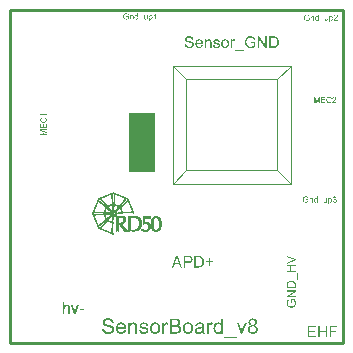
<source format=gto>
G04 Layer_Color=65535*
%FSLAX44Y44*%
%MOMM*%
G71*
G01*
G75*
%ADD27C,0.2540*%
%ADD28C,0.1000*%
%ADD29C,0.0019*%
G36*
X140420Y20795D02*
X140568D01*
X140901Y20758D01*
X141271Y20721D01*
X141660Y20647D01*
X142049Y20554D01*
X142401Y20425D01*
X142419D01*
X142438Y20406D01*
X142549Y20351D01*
X142716Y20258D01*
X142901Y20128D01*
X143123Y19962D01*
X143364Y19758D01*
X143586Y19499D01*
X143790Y19221D01*
X143808Y19184D01*
X143863Y19073D01*
X143956Y18925D01*
X144049Y18703D01*
X144141Y18443D01*
X144234Y18166D01*
X144289Y17851D01*
X144308Y17536D01*
Y17499D01*
Y17406D01*
X144289Y17240D01*
X144252Y17036D01*
X144197Y16795D01*
X144104Y16536D01*
X143993Y16277D01*
X143845Y15999D01*
X143827Y15962D01*
X143771Y15888D01*
X143660Y15740D01*
X143512Y15592D01*
X143327Y15407D01*
X143104Y15203D01*
X142827Y15018D01*
X142512Y14833D01*
X142530D01*
X142567Y14814D01*
X142623Y14796D01*
X142697Y14759D01*
X142919Y14684D01*
X143178Y14555D01*
X143456Y14388D01*
X143771Y14185D01*
X144049Y13944D01*
X144308Y13648D01*
X144326Y13611D01*
X144401Y13499D01*
X144512Y13333D01*
X144623Y13111D01*
X144734Y12814D01*
X144845Y12500D01*
X144919Y12129D01*
X144937Y11722D01*
Y11703D01*
Y11685D01*
Y11574D01*
X144919Y11388D01*
X144882Y11166D01*
X144845Y10907D01*
X144771Y10629D01*
X144678Y10333D01*
X144549Y10037D01*
X144530Y10000D01*
X144475Y9907D01*
X144401Y9778D01*
X144289Y9592D01*
X144141Y9407D01*
X143993Y9204D01*
X143808Y9000D01*
X143604Y8833D01*
X143586Y8815D01*
X143512Y8759D01*
X143382Y8685D01*
X143216Y8611D01*
X143012Y8500D01*
X142771Y8389D01*
X142512Y8296D01*
X142197Y8204D01*
X142160D01*
X142049Y8167D01*
X141864Y8148D01*
X141623Y8111D01*
X141327Y8074D01*
X140975Y8037D01*
X140586Y8019D01*
X140142Y8000D01*
X135253D01*
Y20814D01*
X140290D01*
X140420Y20795D01*
D02*
G37*
G36*
X276178Y278130D02*
X276237Y278122D01*
X276311Y278115D01*
X276392Y278100D01*
X276474Y278085D01*
X276666Y278034D01*
X276858Y277960D01*
X276954Y277915D01*
X277050Y277864D01*
X277139Y277797D01*
X277220Y277723D01*
X277228Y277716D01*
X277243Y277708D01*
X277257Y277679D01*
X277287Y277649D01*
X277324Y277612D01*
X277361Y277561D01*
X277398Y277509D01*
X277442Y277442D01*
X277516Y277302D01*
X277590Y277124D01*
X277619Y277036D01*
X277634Y276932D01*
X277649Y276829D01*
X277656Y276718D01*
Y276703D01*
Y276666D01*
X277649Y276607D01*
X277642Y276526D01*
X277627Y276437D01*
X277597Y276334D01*
X277568Y276223D01*
X277523Y276112D01*
X277516Y276097D01*
X277501Y276060D01*
X277472Y276001D01*
X277427Y275920D01*
X277368Y275831D01*
X277294Y275720D01*
X277206Y275609D01*
X277102Y275483D01*
X277087Y275469D01*
X277050Y275424D01*
X277013Y275387D01*
X276976Y275350D01*
X276932Y275306D01*
X276873Y275247D01*
X276814Y275188D01*
X276740Y275121D01*
X276666Y275047D01*
X276577Y274966D01*
X276481Y274885D01*
X276378Y274789D01*
X276259Y274693D01*
X276141Y274589D01*
X276134Y274582D01*
X276119Y274567D01*
X276089Y274545D01*
X276052Y274515D01*
X276008Y274471D01*
X275956Y274426D01*
X275838Y274330D01*
X275713Y274220D01*
X275594Y274109D01*
X275491Y274013D01*
X275446Y273976D01*
X275410Y273939D01*
X275402Y273931D01*
X275380Y273909D01*
X275350Y273880D01*
X275313Y273835D01*
X275276Y273783D01*
X275232Y273732D01*
X275143Y273606D01*
X277664D01*
Y273000D01*
X274271D01*
Y273007D01*
Y273037D01*
Y273081D01*
X274279Y273140D01*
X274286Y273207D01*
X274301Y273281D01*
X274315Y273355D01*
X274345Y273436D01*
Y273444D01*
X274352Y273451D01*
X274367Y273495D01*
X274397Y273562D01*
X274441Y273650D01*
X274500Y273754D01*
X274574Y273872D01*
X274655Y273990D01*
X274759Y274116D01*
Y274123D01*
X274774Y274131D01*
X274811Y274175D01*
X274877Y274242D01*
X274973Y274338D01*
X275084Y274449D01*
X275225Y274582D01*
X275395Y274730D01*
X275579Y274885D01*
X275587Y274892D01*
X275616Y274914D01*
X275661Y274951D01*
X275713Y274996D01*
X275779Y275055D01*
X275860Y275121D01*
X275942Y275195D01*
X276038Y275277D01*
X276222Y275454D01*
X276407Y275631D01*
X276496Y275720D01*
X276577Y275809D01*
X276651Y275890D01*
X276710Y275971D01*
Y275979D01*
X276725Y275986D01*
X276740Y276008D01*
X276755Y276038D01*
X276806Y276119D01*
X276866Y276215D01*
X276917Y276334D01*
X276969Y276459D01*
X276999Y276600D01*
X277013Y276733D01*
Y276740D01*
Y276747D01*
X277006Y276792D01*
X276999Y276866D01*
X276976Y276947D01*
X276947Y277050D01*
X276895Y277154D01*
X276829Y277257D01*
X276740Y277361D01*
X276725Y277376D01*
X276688Y277405D01*
X276636Y277442D01*
X276555Y277494D01*
X276452Y277538D01*
X276333Y277583D01*
X276193Y277612D01*
X276038Y277620D01*
X275993D01*
X275964Y277612D01*
X275875Y277605D01*
X275772Y277583D01*
X275661Y277553D01*
X275535Y277501D01*
X275417Y277435D01*
X275306Y277346D01*
X275291Y277331D01*
X275262Y277294D01*
X275217Y277235D01*
X275173Y277147D01*
X275121Y277043D01*
X275077Y276910D01*
X275047Y276762D01*
X275033Y276592D01*
X274389Y276659D01*
Y276666D01*
X274397Y276688D01*
Y276725D01*
X274404Y276777D01*
X274419Y276836D01*
X274434Y276903D01*
X274456Y276984D01*
X274478Y277065D01*
X274537Y277243D01*
X274626Y277420D01*
X274678Y277509D01*
X274744Y277597D01*
X274811Y277679D01*
X274885Y277753D01*
X274892Y277760D01*
X274907Y277767D01*
X274929Y277790D01*
X274966Y277812D01*
X275010Y277841D01*
X275062Y277871D01*
X275121Y277908D01*
X275195Y277945D01*
X275276Y277982D01*
X275365Y278019D01*
X275461Y278048D01*
X275565Y278078D01*
X275676Y278100D01*
X275794Y278122D01*
X275919Y278130D01*
X276052Y278137D01*
X276126D01*
X276178Y278130D01*
D02*
G37*
G36*
X269578Y273000D02*
X269016D01*
Y273540D01*
X269009Y273532D01*
X268994Y273510D01*
X268972Y273480D01*
X268935Y273444D01*
X268890Y273399D01*
X268839Y273340D01*
X268779Y273288D01*
X268706Y273229D01*
X268624Y273170D01*
X268535Y273118D01*
X268439Y273067D01*
X268336Y273015D01*
X268218Y272978D01*
X268099Y272948D01*
X267966Y272926D01*
X267833Y272919D01*
X267782D01*
X267715Y272926D01*
X267634Y272934D01*
X267538Y272948D01*
X267434Y272970D01*
X267331Y273000D01*
X267220Y273044D01*
X267205Y273052D01*
X267175Y273067D01*
X267124Y273096D01*
X267065Y273133D01*
X266991Y273177D01*
X266924Y273229D01*
X266858Y273288D01*
X266798Y273355D01*
X266791Y273362D01*
X266776Y273392D01*
X266754Y273429D01*
X266725Y273488D01*
X266688Y273554D01*
X266658Y273636D01*
X266628Y273724D01*
X266606Y273820D01*
Y273828D01*
X266599Y273857D01*
X266591Y273902D01*
Y273961D01*
X266584Y274050D01*
X266577Y274146D01*
X266569Y274271D01*
Y274412D01*
Y276710D01*
X267198D01*
Y274648D01*
Y274641D01*
Y274626D01*
Y274604D01*
Y274567D01*
Y274486D01*
X267205Y274382D01*
Y274271D01*
X267212Y274160D01*
X267220Y274064D01*
X267235Y273983D01*
Y273976D01*
X267249Y273946D01*
X267264Y273902D01*
X267286Y273843D01*
X267323Y273783D01*
X267368Y273717D01*
X267419Y273658D01*
X267486Y273599D01*
X267493Y273591D01*
X267523Y273577D01*
X267560Y273554D01*
X267619Y273532D01*
X267685Y273503D01*
X267767Y273480D01*
X267855Y273466D01*
X267959Y273458D01*
X268011D01*
X268062Y273466D01*
X268129Y273473D01*
X268210Y273495D01*
X268299Y273517D01*
X268395Y273554D01*
X268491Y273599D01*
X268506Y273606D01*
X268535Y273628D01*
X268580Y273658D01*
X268631Y273702D01*
X268691Y273761D01*
X268750Y273828D01*
X268801Y273902D01*
X268846Y273990D01*
X268853Y274005D01*
X268861Y274035D01*
X268876Y274094D01*
X268898Y274175D01*
X268920Y274279D01*
X268935Y274404D01*
X268942Y274552D01*
X268949Y274722D01*
Y276710D01*
X269578D01*
Y273000D01*
D02*
G37*
G36*
X151141Y17480D02*
X151307Y17462D01*
X151492Y17425D01*
X151696Y17388D01*
X151937Y17351D01*
X152437Y17184D01*
X152696Y17092D01*
X152955Y16962D01*
X153214Y16832D01*
X153474Y16647D01*
X153714Y16462D01*
X153955Y16240D01*
X153974Y16221D01*
X154011Y16184D01*
X154066Y16110D01*
X154140Y16018D01*
X154233Y15888D01*
X154344Y15721D01*
X154455Y15536D01*
X154566Y15333D01*
X154677Y15110D01*
X154788Y14833D01*
X154899Y14555D01*
X154992Y14240D01*
X155066Y13907D01*
X155122Y13555D01*
X155159Y13185D01*
X155177Y12777D01*
Y12759D01*
Y12703D01*
Y12611D01*
Y12481D01*
X155159Y12333D01*
X155140Y12148D01*
Y11963D01*
X155103Y11759D01*
X155048Y11296D01*
X154937Y10833D01*
X154807Y10370D01*
X154622Y9944D01*
Y9926D01*
X154603Y9907D01*
X154566Y9852D01*
X154529Y9778D01*
X154399Y9592D01*
X154233Y9370D01*
X154011Y9111D01*
X153733Y8852D01*
X153418Y8593D01*
X153048Y8352D01*
X153029D01*
X153011Y8333D01*
X152955Y8296D01*
X152863Y8259D01*
X152770Y8222D01*
X152659Y8185D01*
X152381Y8074D01*
X152066Y7982D01*
X151678Y7889D01*
X151270Y7815D01*
X150826Y7796D01*
X150641D01*
X150492Y7815D01*
X150326Y7833D01*
X150141Y7870D01*
X149918Y7907D01*
X149696Y7944D01*
X149196Y8093D01*
X148919Y8204D01*
X148659Y8315D01*
X148400Y8463D01*
X148141Y8630D01*
X147900Y8815D01*
X147659Y9037D01*
X147641Y9056D01*
X147604Y9093D01*
X147548Y9167D01*
X147474Y9278D01*
X147382Y9407D01*
X147289Y9555D01*
X147178Y9741D01*
X147067Y9963D01*
X146956Y10203D01*
X146845Y10481D01*
X146752Y10777D01*
X146659Y11092D01*
X146586Y11444D01*
X146530Y11814D01*
X146493Y12222D01*
X146474Y12648D01*
Y12685D01*
Y12759D01*
X146493Y12888D01*
Y13074D01*
X146511Y13277D01*
X146548Y13536D01*
X146586Y13796D01*
X146659Y14092D01*
X146734Y14388D01*
X146826Y14703D01*
X146937Y15036D01*
X147085Y15351D01*
X147234Y15647D01*
X147437Y15944D01*
X147641Y16221D01*
X147900Y16462D01*
X147919Y16481D01*
X147956Y16499D01*
X148030Y16555D01*
X148122Y16629D01*
X148233Y16703D01*
X148382Y16795D01*
X148530Y16888D01*
X148715Y16981D01*
X148919Y17073D01*
X149141Y17166D01*
X149641Y17332D01*
X150215Y17462D01*
X150511Y17480D01*
X150826Y17499D01*
X151011D01*
X151141Y17480D01*
D02*
G37*
G36*
X55643Y25000D02*
X54501D01*
X51837Y32077D01*
X53106D01*
X54628Y27833D01*
Y27819D01*
X54642Y27805D01*
X54657Y27763D01*
X54671Y27721D01*
X54713Y27580D01*
X54769Y27397D01*
X54840Y27185D01*
X54924Y26945D01*
X54995Y26677D01*
X55079Y26410D01*
X55093Y26438D01*
X55108Y26508D01*
X55150Y26621D01*
X55192Y26790D01*
X55263Y26974D01*
X55333Y27213D01*
X55432Y27467D01*
X55531Y27749D01*
X57095Y32077D01*
X58336D01*
X55643Y25000D01*
D02*
G37*
G36*
X46198Y31259D02*
X46212Y31273D01*
X46241Y31301D01*
X46283Y31344D01*
X46353Y31414D01*
X46424Y31485D01*
X46522Y31569D01*
X46649Y31654D01*
X46776Y31753D01*
X46917Y31837D01*
X47072Y31922D01*
X47439Y32077D01*
X47636Y32147D01*
X47848Y32190D01*
X48073Y32218D01*
X48299Y32232D01*
X48426D01*
X48581Y32218D01*
X48764Y32190D01*
X48975Y32161D01*
X49201Y32105D01*
X49426Y32020D01*
X49652Y31922D01*
X49680Y31907D01*
X49751Y31865D01*
X49849Y31795D01*
X49976Y31696D01*
X50103Y31569D01*
X50244Y31428D01*
X50371Y31259D01*
X50484Y31062D01*
X50498Y31033D01*
X50526Y30963D01*
X50568Y30836D01*
X50611Y30653D01*
X50653Y30427D01*
X50695Y30159D01*
X50723Y29835D01*
X50738Y29469D01*
Y25000D01*
X49539D01*
Y29483D01*
Y29497D01*
Y29525D01*
Y29567D01*
Y29624D01*
X49525Y29779D01*
X49497Y29976D01*
X49441Y30188D01*
X49370Y30399D01*
X49271Y30611D01*
X49145Y30780D01*
X49130Y30794D01*
X49074Y30850D01*
X48990Y30921D01*
X48863Y30991D01*
X48707Y31076D01*
X48524Y31132D01*
X48299Y31189D01*
X48045Y31203D01*
X47960D01*
X47862Y31189D01*
X47721Y31174D01*
X47580Y31132D01*
X47411Y31090D01*
X47241Y31019D01*
X47058Y30921D01*
X47044Y30907D01*
X46988Y30864D01*
X46903Y30808D01*
X46804Y30723D01*
X46692Y30611D01*
X46579Y30484D01*
X46480Y30329D01*
X46396Y30159D01*
X46382Y30131D01*
X46367Y30075D01*
X46339Y29962D01*
X46297Y29821D01*
X46255Y29638D01*
X46227Y29412D01*
X46212Y29159D01*
X46198Y28863D01*
Y25000D01*
X45000D01*
Y34755D01*
X46198D01*
Y31259D01*
D02*
G37*
G36*
X266185Y271581D02*
X262024D01*
Y272032D01*
X266185D01*
Y271581D01*
D02*
G37*
G36*
X62635Y27932D02*
X58928D01*
Y29130D01*
X62635D01*
Y27932D01*
D02*
G37*
G36*
X256510Y276784D02*
X256591Y276777D01*
X256687Y276762D01*
X256791Y276740D01*
X256901Y276710D01*
X257005Y276666D01*
X257020Y276659D01*
X257049Y276644D01*
X257101Y276622D01*
X257160Y276585D01*
X257234Y276541D01*
X257300Y276481D01*
X257367Y276422D01*
X257426Y276348D01*
X257434Y276341D01*
X257448Y276311D01*
X257470Y276274D01*
X257507Y276223D01*
X257537Y276149D01*
X257567Y276075D01*
X257604Y275986D01*
X257626Y275890D01*
Y275883D01*
X257633Y275853D01*
X257640Y275809D01*
X257648Y275750D01*
Y275661D01*
X257655Y275557D01*
X257663Y275432D01*
Y275277D01*
Y273000D01*
X257034D01*
Y275247D01*
Y275254D01*
Y275262D01*
Y275313D01*
Y275380D01*
X257027Y275461D01*
X257020Y275557D01*
X257005Y275653D01*
X256983Y275742D01*
X256961Y275823D01*
Y275831D01*
X256946Y275853D01*
X256924Y275890D01*
X256901Y275934D01*
X256864Y275979D01*
X256820Y276031D01*
X256761Y276082D01*
X256694Y276126D01*
X256687Y276134D01*
X256665Y276149D01*
X256621Y276164D01*
X256569Y276186D01*
X256510Y276208D01*
X256436Y276230D01*
X256347Y276237D01*
X256258Y276245D01*
X256221D01*
X256192Y276237D01*
X256118Y276230D01*
X256022Y276215D01*
X255918Y276178D01*
X255800Y276134D01*
X255682Y276075D01*
X255571Y275986D01*
X255556Y275971D01*
X255527Y275934D01*
X255504Y275905D01*
X255482Y275868D01*
X255453Y275823D01*
X255431Y275772D01*
X255401Y275713D01*
X255371Y275639D01*
X255349Y275557D01*
X255327Y275469D01*
X255312Y275373D01*
X255298Y275269D01*
X255283Y275144D01*
Y275018D01*
Y273000D01*
X254654D01*
Y276710D01*
X255216D01*
Y276178D01*
X255224Y276186D01*
X255238Y276208D01*
X255261Y276237D01*
X255290Y276274D01*
X255334Y276319D01*
X255386Y276371D01*
X255445Y276430D01*
X255519Y276489D01*
X255593Y276541D01*
X255682Y276600D01*
X255778Y276651D01*
X255881Y276696D01*
X256000Y276733D01*
X256118Y276762D01*
X256251Y276784D01*
X256391Y276792D01*
X256451D01*
X256510Y276784D01*
D02*
G37*
G36*
X123273Y17480D02*
X123440Y17462D01*
X123625Y17425D01*
X123829Y17388D01*
X124069Y17351D01*
X124569Y17184D01*
X124829Y17092D01*
X125088Y16962D01*
X125347Y16832D01*
X125606Y16647D01*
X125847Y16462D01*
X126088Y16240D01*
X126106Y16221D01*
X126143Y16184D01*
X126199Y16110D01*
X126273Y16018D01*
X126365Y15888D01*
X126476Y15721D01*
X126588Y15536D01*
X126699Y15333D01*
X126810Y15110D01*
X126921Y14833D01*
X127032Y14555D01*
X127125Y14240D01*
X127199Y13907D01*
X127254Y13555D01*
X127291Y13185D01*
X127310Y12777D01*
Y12759D01*
Y12703D01*
Y12611D01*
Y12481D01*
X127291Y12333D01*
X127273Y12148D01*
Y11963D01*
X127236Y11759D01*
X127180Y11296D01*
X127069Y10833D01*
X126939Y10370D01*
X126754Y9944D01*
Y9926D01*
X126736Y9907D01*
X126699Y9852D01*
X126662Y9778D01*
X126532Y9592D01*
X126365Y9370D01*
X126143Y9111D01*
X125865Y8852D01*
X125551Y8593D01*
X125180Y8352D01*
X125162D01*
X125143Y8333D01*
X125088Y8296D01*
X124995Y8259D01*
X124902Y8222D01*
X124791Y8185D01*
X124514Y8074D01*
X124199Y7982D01*
X123810Y7889D01*
X123403Y7815D01*
X122958Y7796D01*
X122773D01*
X122625Y7815D01*
X122458Y7833D01*
X122273Y7870D01*
X122051Y7907D01*
X121829Y7944D01*
X121329Y8093D01*
X121051Y8204D01*
X120792Y8315D01*
X120533Y8463D01*
X120273Y8630D01*
X120033Y8815D01*
X119792Y9037D01*
X119773Y9056D01*
X119736Y9093D01*
X119681Y9167D01*
X119607Y9278D01*
X119514Y9407D01*
X119422Y9555D01*
X119311Y9741D01*
X119199Y9963D01*
X119088Y10203D01*
X118977Y10481D01*
X118885Y10777D01*
X118792Y11092D01*
X118718Y11444D01*
X118662Y11814D01*
X118625Y12222D01*
X118607Y12648D01*
Y12685D01*
Y12759D01*
X118625Y12888D01*
Y13074D01*
X118644Y13277D01*
X118681Y13536D01*
X118718Y13796D01*
X118792Y14092D01*
X118866Y14388D01*
X118959Y14703D01*
X119070Y15036D01*
X119218Y15351D01*
X119366Y15647D01*
X119570Y15944D01*
X119773Y16221D01*
X120033Y16462D01*
X120051Y16481D01*
X120088Y16499D01*
X120162Y16555D01*
X120255Y16629D01*
X120366Y16703D01*
X120514Y16795D01*
X120662Y16888D01*
X120847Y16981D01*
X121051Y17073D01*
X121273Y17166D01*
X121773Y17332D01*
X122347Y17462D01*
X122643Y17480D01*
X122958Y17499D01*
X123144D01*
X123273Y17480D01*
D02*
G37*
G36*
X123725Y274000D02*
X123097D01*
Y277999D01*
X123089Y277991D01*
X123052Y277962D01*
X123008Y277917D01*
X122934Y277866D01*
X122853Y277799D01*
X122749Y277725D01*
X122631Y277644D01*
X122498Y277563D01*
X122491D01*
X122483Y277555D01*
X122439Y277526D01*
X122365Y277489D01*
X122276Y277444D01*
X122173Y277393D01*
X122062Y277341D01*
X121951Y277289D01*
X121840Y277245D01*
Y277851D01*
X121848D01*
X121862Y277866D01*
X121892Y277873D01*
X121929Y277895D01*
X121973Y277917D01*
X122025Y277947D01*
X122151Y278021D01*
X122298Y278102D01*
X122446Y278206D01*
X122601Y278324D01*
X122757Y278450D01*
X122764Y278457D01*
X122772Y278464D01*
X122794Y278487D01*
X122823Y278509D01*
X122890Y278583D01*
X122978Y278671D01*
X123067Y278775D01*
X123163Y278893D01*
X123245Y279011D01*
X123319Y279137D01*
X123725D01*
Y274000D01*
D02*
G37*
G36*
X116578D02*
X116016D01*
Y274540D01*
X116008Y274532D01*
X115994Y274510D01*
X115971Y274480D01*
X115934Y274443D01*
X115890Y274399D01*
X115838Y274340D01*
X115779Y274288D01*
X115705Y274229D01*
X115624Y274170D01*
X115535Y274118D01*
X115439Y274067D01*
X115336Y274015D01*
X115218Y273978D01*
X115099Y273948D01*
X114966Y273926D01*
X114833Y273919D01*
X114781D01*
X114715Y273926D01*
X114634Y273934D01*
X114537Y273948D01*
X114434Y273970D01*
X114331Y274000D01*
X114220Y274044D01*
X114205Y274052D01*
X114175Y274067D01*
X114124Y274096D01*
X114064Y274133D01*
X113990Y274177D01*
X113924Y274229D01*
X113857Y274288D01*
X113798Y274355D01*
X113791Y274362D01*
X113776Y274392D01*
X113754Y274429D01*
X113724Y274488D01*
X113687Y274554D01*
X113658Y274636D01*
X113628Y274724D01*
X113606Y274820D01*
Y274828D01*
X113599Y274857D01*
X113591Y274902D01*
Y274961D01*
X113584Y275050D01*
X113577Y275146D01*
X113569Y275271D01*
Y275412D01*
Y277710D01*
X114198D01*
Y275648D01*
Y275641D01*
Y275626D01*
Y275604D01*
Y275567D01*
Y275486D01*
X114205Y275382D01*
Y275271D01*
X114212Y275160D01*
X114220Y275064D01*
X114234Y274983D01*
Y274976D01*
X114249Y274946D01*
X114264Y274902D01*
X114286Y274843D01*
X114323Y274783D01*
X114368Y274717D01*
X114419Y274658D01*
X114486Y274599D01*
X114493Y274591D01*
X114523Y274576D01*
X114560Y274554D01*
X114619Y274532D01*
X114685Y274503D01*
X114767Y274480D01*
X114855Y274466D01*
X114959Y274458D01*
X115010D01*
X115062Y274466D01*
X115129Y274473D01*
X115210Y274495D01*
X115299Y274517D01*
X115395Y274554D01*
X115491Y274599D01*
X115506Y274606D01*
X115535Y274628D01*
X115580Y274658D01*
X115631Y274702D01*
X115690Y274761D01*
X115750Y274828D01*
X115801Y274902D01*
X115846Y274990D01*
X115853Y275005D01*
X115861Y275035D01*
X115875Y275094D01*
X115898Y275175D01*
X115920Y275279D01*
X115934Y275404D01*
X115942Y275552D01*
X115949Y275722D01*
Y277710D01*
X116578D01*
Y274000D01*
D02*
G37*
G36*
X94424Y17480D02*
X94572Y17462D01*
X94757Y17425D01*
X94961Y17388D01*
X95202Y17332D01*
X95424Y17277D01*
X95683Y17184D01*
X95924Y17092D01*
X96183Y16962D01*
X96442Y16814D01*
X96702Y16647D01*
X96943Y16444D01*
X97165Y16221D01*
X97183Y16203D01*
X97220Y16166D01*
X97276Y16092D01*
X97350Y15981D01*
X97442Y15851D01*
X97535Y15703D01*
X97646Y15518D01*
X97757Y15295D01*
X97868Y15055D01*
X97979Y14796D01*
X98072Y14499D01*
X98165Y14185D01*
X98239Y13833D01*
X98294Y13462D01*
X98331Y13074D01*
X98350Y12648D01*
Y12629D01*
Y12555D01*
Y12426D01*
X98331Y12240D01*
X91388D01*
Y12222D01*
Y12166D01*
X91406Y12092D01*
Y11981D01*
X91425Y11852D01*
X91462Y11703D01*
X91517Y11370D01*
X91628Y11000D01*
X91776Y10592D01*
X91980Y10222D01*
X92239Y9889D01*
X92258D01*
X92276Y9852D01*
X92387Y9759D01*
X92554Y9629D01*
X92776Y9500D01*
X93073Y9352D01*
X93406Y9222D01*
X93776Y9129D01*
X93980Y9111D01*
X94202Y9093D01*
X94350D01*
X94517Y9111D01*
X94720Y9148D01*
X94943Y9204D01*
X95202Y9278D01*
X95443Y9389D01*
X95683Y9537D01*
X95702Y9555D01*
X95794Y9629D01*
X95906Y9741D01*
X96035Y9889D01*
X96183Y10092D01*
X96350Y10352D01*
X96517Y10648D01*
X96665Y11000D01*
X98294Y10796D01*
Y10777D01*
X98276Y10740D01*
X98257Y10666D01*
X98220Y10555D01*
X98165Y10444D01*
X98109Y10296D01*
X97961Y9981D01*
X97776Y9629D01*
X97516Y9259D01*
X97220Y8907D01*
X96850Y8574D01*
X96831D01*
X96794Y8537D01*
X96739Y8500D01*
X96665Y8444D01*
X96554Y8389D01*
X96442Y8333D01*
X96294Y8259D01*
X96128Y8185D01*
X95943Y8111D01*
X95757Y8037D01*
X95295Y7926D01*
X94776Y7833D01*
X94202Y7796D01*
X93998D01*
X93869Y7815D01*
X93702Y7833D01*
X93498Y7870D01*
X93276Y7907D01*
X93035Y7944D01*
X92517Y8093D01*
X92239Y8204D01*
X91980Y8315D01*
X91702Y8463D01*
X91443Y8630D01*
X91202Y8815D01*
X90962Y9037D01*
X90943Y9056D01*
X90906Y9093D01*
X90850Y9167D01*
X90777Y9278D01*
X90684Y9407D01*
X90591Y9555D01*
X90480Y9741D01*
X90369Y9944D01*
X90258Y10185D01*
X90147Y10444D01*
X90054Y10740D01*
X89962Y11055D01*
X89888Y11388D01*
X89832Y11759D01*
X89795Y12148D01*
X89777Y12555D01*
Y12574D01*
Y12666D01*
Y12777D01*
X89795Y12944D01*
X89814Y13148D01*
X89832Y13370D01*
X89869Y13629D01*
X89925Y13888D01*
X90073Y14481D01*
X90165Y14777D01*
X90276Y15092D01*
X90425Y15388D01*
X90591Y15666D01*
X90777Y15944D01*
X90980Y16203D01*
X90999Y16221D01*
X91036Y16258D01*
X91110Y16314D01*
X91202Y16407D01*
X91313Y16499D01*
X91462Y16610D01*
X91628Y16740D01*
X91832Y16851D01*
X92036Y16981D01*
X92276Y17092D01*
X92535Y17203D01*
X92813Y17295D01*
X93110Y17388D01*
X93424Y17443D01*
X93758Y17480D01*
X94109Y17499D01*
X94295D01*
X94424Y17480D01*
D02*
G37*
G36*
X261610Y273000D02*
X261026D01*
Y273466D01*
X261018Y273458D01*
X261011Y273444D01*
X260989Y273414D01*
X260959Y273377D01*
X260922Y273340D01*
X260878Y273296D01*
X260826Y273244D01*
X260760Y273192D01*
X260693Y273140D01*
X260619Y273089D01*
X260531Y273044D01*
X260434Y273007D01*
X260338Y272970D01*
X260228Y272941D01*
X260109Y272926D01*
X259984Y272919D01*
X259939D01*
X259910Y272926D01*
X259821Y272934D01*
X259718Y272948D01*
X259592Y272978D01*
X259451Y273022D01*
X259311Y273081D01*
X259171Y273163D01*
X259163D01*
X259156Y273177D01*
X259111Y273207D01*
X259045Y273266D01*
X258964Y273340D01*
X258867Y273436D01*
X258771Y273554D01*
X258675Y273687D01*
X258594Y273843D01*
Y273850D01*
X258587Y273865D01*
X258579Y273887D01*
X258564Y273916D01*
X258550Y273961D01*
X258528Y274013D01*
X258513Y274064D01*
X258498Y274131D01*
X258461Y274279D01*
X258424Y274449D01*
X258402Y274641D01*
X258395Y274848D01*
Y274855D01*
Y274870D01*
Y274900D01*
Y274944D01*
X258402Y274988D01*
Y275047D01*
X258417Y275180D01*
X258439Y275336D01*
X258476Y275506D01*
X258520Y275683D01*
X258579Y275853D01*
Y275861D01*
X258587Y275875D01*
X258601Y275897D01*
X258616Y275927D01*
X258661Y276008D01*
X258720Y276112D01*
X258794Y276223D01*
X258890Y276334D01*
X259000Y276452D01*
X259134Y276548D01*
X259141D01*
X259148Y276555D01*
X259171Y276570D01*
X259200Y276585D01*
X259274Y276622D01*
X259377Y276674D01*
X259496Y276718D01*
X259636Y276755D01*
X259791Y276784D01*
X259954Y276792D01*
X260013D01*
X260072Y276784D01*
X260154Y276777D01*
X260250Y276755D01*
X260353Y276733D01*
X260457Y276696D01*
X260553Y276644D01*
X260567Y276637D01*
X260597Y276622D01*
X260641Y276585D01*
X260701Y276548D01*
X260774Y276496D01*
X260841Y276430D01*
X260915Y276363D01*
X260981Y276282D01*
Y278115D01*
X261610D01*
Y273000D01*
D02*
G37*
G36*
X272320Y276784D02*
X272372Y276777D01*
X272482Y276762D01*
X272616Y276733D01*
X272756Y276688D01*
X272896Y276622D01*
X273037Y276541D01*
X273044D01*
X273052Y276526D01*
X273096Y276496D01*
X273162Y276437D01*
X273244Y276363D01*
X273333Y276267D01*
X273421Y276149D01*
X273510Y276008D01*
X273584Y275853D01*
Y275846D01*
X273591Y275831D01*
X273599Y275809D01*
X273613Y275779D01*
X273628Y275735D01*
X273643Y275683D01*
X273680Y275565D01*
X273717Y275417D01*
X273746Y275254D01*
X273769Y275070D01*
X273776Y274877D01*
Y274870D01*
Y274855D01*
Y274826D01*
Y274781D01*
X273769Y274730D01*
Y274670D01*
X273754Y274537D01*
X273724Y274375D01*
X273687Y274205D01*
X273636Y274027D01*
X273569Y273850D01*
Y273843D01*
X273562Y273828D01*
X273547Y273806D01*
X273532Y273776D01*
X273480Y273695D01*
X273414Y273591D01*
X273333Y273480D01*
X273229Y273370D01*
X273111Y273259D01*
X272970Y273155D01*
X272963D01*
X272955Y273148D01*
X272933Y273133D01*
X272904Y273118D01*
X272830Y273081D01*
X272726Y273037D01*
X272601Y272993D01*
X272468Y272956D01*
X272313Y272926D01*
X272157Y272919D01*
X272106D01*
X272046Y272926D01*
X271973Y272934D01*
X271884Y272948D01*
X271788Y272970D01*
X271692Y273000D01*
X271595Y273044D01*
X271588Y273052D01*
X271551Y273067D01*
X271507Y273096D01*
X271448Y273140D01*
X271388Y273185D01*
X271315Y273244D01*
X271248Y273310D01*
X271189Y273384D01*
Y271581D01*
X270561D01*
Y276710D01*
X271130D01*
Y276223D01*
X271137Y276237D01*
X271167Y276267D01*
X271204Y276319D01*
X271263Y276378D01*
X271329Y276452D01*
X271403Y276518D01*
X271492Y276585D01*
X271581Y276644D01*
X271595Y276651D01*
X271625Y276666D01*
X271684Y276688D01*
X271758Y276718D01*
X271847Y276747D01*
X271950Y276770D01*
X272069Y276784D01*
X272202Y276792D01*
X272283D01*
X272320Y276784D01*
D02*
G37*
G36*
X113185Y272581D02*
X109024D01*
Y273032D01*
X113185D01*
Y272581D01*
D02*
G37*
G36*
X251698Y278196D02*
X251757D01*
X251897Y278181D01*
X252053Y278159D01*
X252215Y278122D01*
X252393Y278078D01*
X252563Y278019D01*
X252570D01*
X252585Y278011D01*
X252607Y278004D01*
X252637Y277989D01*
X252718Y277945D01*
X252821Y277893D01*
X252932Y277819D01*
X253050Y277731D01*
X253161Y277634D01*
X253265Y277516D01*
X253280Y277501D01*
X253309Y277457D01*
X253354Y277390D01*
X253413Y277294D01*
X253472Y277176D01*
X253538Y277028D01*
X253605Y276866D01*
X253657Y276681D01*
X253043Y276518D01*
Y276526D01*
X253036Y276533D01*
X253028Y276555D01*
X253021Y276585D01*
X252999Y276651D01*
X252969Y276740D01*
X252925Y276843D01*
X252873Y276940D01*
X252821Y277043D01*
X252755Y277132D01*
X252747Y277139D01*
X252725Y277169D01*
X252681Y277206D01*
X252629Y277257D01*
X252563Y277317D01*
X252474Y277376D01*
X252378Y277435D01*
X252267Y277487D01*
X252252Y277494D01*
X252215Y277509D01*
X252149Y277531D01*
X252060Y277561D01*
X251957Y277583D01*
X251838Y277605D01*
X251705Y277620D01*
X251565Y277627D01*
X251483D01*
X251446Y277620D01*
X251402D01*
X251291Y277612D01*
X251166Y277590D01*
X251025Y277568D01*
X250892Y277531D01*
X250759Y277479D01*
X250744Y277472D01*
X250700Y277457D01*
X250641Y277420D01*
X250567Y277383D01*
X250478Y277324D01*
X250382Y277265D01*
X250294Y277191D01*
X250212Y277110D01*
X250205Y277102D01*
X250175Y277073D01*
X250138Y277021D01*
X250094Y276962D01*
X250042Y276888D01*
X249990Y276799D01*
X249939Y276703D01*
X249887Y276600D01*
Y276592D01*
X249880Y276577D01*
X249872Y276555D01*
X249857Y276518D01*
X249843Y276474D01*
X249828Y276422D01*
X249806Y276363D01*
X249791Y276297D01*
X249754Y276141D01*
X249724Y275964D01*
X249702Y275779D01*
X249695Y275572D01*
Y275565D01*
Y275543D01*
Y275506D01*
X249702Y275461D01*
Y275402D01*
X249710Y275328D01*
X249717Y275254D01*
X249724Y275173D01*
X249754Y274988D01*
X249791Y274796D01*
X249850Y274604D01*
X249924Y274419D01*
Y274412D01*
X249939Y274397D01*
X249946Y274375D01*
X249968Y274345D01*
X250020Y274264D01*
X250101Y274160D01*
X250197Y274050D01*
X250316Y273939D01*
X250456Y273835D01*
X250611Y273739D01*
X250619D01*
X250634Y273732D01*
X250656Y273717D01*
X250693Y273702D01*
X250730Y273687D01*
X250781Y273673D01*
X250900Y273628D01*
X251047Y273591D01*
X251210Y273554D01*
X251387Y273525D01*
X251572Y273517D01*
X251646D01*
X251691Y273525D01*
X251735D01*
X251846Y273540D01*
X251979Y273554D01*
X252119Y273584D01*
X252274Y273628D01*
X252430Y273680D01*
X252437D01*
X252452Y273687D01*
X252467Y273695D01*
X252496Y273710D01*
X252577Y273746D01*
X252666Y273791D01*
X252770Y273843D01*
X252880Y273902D01*
X252984Y273968D01*
X253073Y274042D01*
Y275003D01*
X251565D01*
Y275609D01*
X253738D01*
Y273710D01*
X253731Y273702D01*
X253716Y273695D01*
X253686Y273673D01*
X253649Y273643D01*
X253605Y273613D01*
X253553Y273577D01*
X253487Y273532D01*
X253420Y273488D01*
X253265Y273392D01*
X253087Y273288D01*
X252903Y273192D01*
X252703Y273111D01*
X252696D01*
X252681Y273104D01*
X252651Y273096D01*
X252614Y273081D01*
X252563Y273067D01*
X252504Y273044D01*
X252437Y273030D01*
X252370Y273015D01*
X252208Y272978D01*
X252023Y272941D01*
X251824Y272919D01*
X251616Y272911D01*
X251543D01*
X251491Y272919D01*
X251424D01*
X251343Y272926D01*
X251254Y272941D01*
X251158Y272948D01*
X250944Y272993D01*
X250715Y273044D01*
X250478Y273126D01*
X250360Y273170D01*
X250242Y273229D01*
X250234Y273237D01*
X250212Y273244D01*
X250183Y273266D01*
X250138Y273288D01*
X250086Y273325D01*
X250035Y273362D01*
X249894Y273466D01*
X249746Y273599D01*
X249591Y273761D01*
X249443Y273946D01*
X249310Y274160D01*
Y274168D01*
X249296Y274190D01*
X249281Y274220D01*
X249259Y274271D01*
X249237Y274323D01*
X249214Y274397D01*
X249185Y274471D01*
X249155Y274560D01*
X249126Y274656D01*
X249096Y274767D01*
X249074Y274877D01*
X249052Y274996D01*
X249015Y275254D01*
X249000Y275528D01*
Y275535D01*
Y275565D01*
Y275602D01*
X249007Y275653D01*
Y275720D01*
X249015Y275801D01*
X249030Y275883D01*
X249037Y275979D01*
X249059Y276082D01*
X249074Y276193D01*
X249133Y276430D01*
X249207Y276674D01*
X249310Y276917D01*
X249318Y276925D01*
X249325Y276947D01*
X249340Y276977D01*
X249370Y277021D01*
X249399Y277080D01*
X249436Y277139D01*
X249540Y277280D01*
X249665Y277442D01*
X249820Y277597D01*
X249998Y277753D01*
X250101Y277819D01*
X250205Y277886D01*
X250212Y277893D01*
X250234Y277901D01*
X250264Y277915D01*
X250308Y277937D01*
X250367Y277960D01*
X250434Y277989D01*
X250508Y278019D01*
X250597Y278048D01*
X250693Y278078D01*
X250796Y278100D01*
X250907Y278130D01*
X251025Y278152D01*
X251284Y278189D01*
X251417Y278204D01*
X251653D01*
X251698Y278196D01*
D02*
G37*
G36*
X242000Y71069D02*
Y70004D01*
X234319Y67029D01*
Y68139D01*
X239902Y70137D01*
X239913D01*
X239935Y70148D01*
X239969Y70159D01*
X240013Y70181D01*
X240080Y70192D01*
X240146Y70215D01*
X240313Y70270D01*
X240501Y70337D01*
X240712Y70403D01*
X241156Y70536D01*
X241145D01*
X241123Y70548D01*
X241090Y70559D01*
X241045Y70570D01*
X240923Y70603D01*
X240757Y70659D01*
X240568Y70714D01*
X240357Y70781D01*
X240135Y70858D01*
X239902Y70947D01*
X234319Y73034D01*
Y74066D01*
X242000Y71069D01*
D02*
G37*
G36*
X180415Y8000D02*
X178953D01*
Y9167D01*
X178934Y9148D01*
X178916Y9111D01*
X178860Y9037D01*
X178786Y8944D01*
X178693Y8852D01*
X178582Y8741D01*
X178453Y8611D01*
X178286Y8481D01*
X178119Y8352D01*
X177934Y8222D01*
X177712Y8111D01*
X177471Y8019D01*
X177230Y7926D01*
X176953Y7852D01*
X176656Y7815D01*
X176342Y7796D01*
X176231D01*
X176157Y7815D01*
X175934Y7833D01*
X175675Y7870D01*
X175360Y7944D01*
X175009Y8056D01*
X174657Y8204D01*
X174305Y8407D01*
X174286D01*
X174268Y8444D01*
X174157Y8518D01*
X173990Y8667D01*
X173786Y8852D01*
X173546Y9093D01*
X173305Y9389D01*
X173064Y9722D01*
X172861Y10111D01*
Y10129D01*
X172842Y10166D01*
X172824Y10222D01*
X172787Y10296D01*
X172749Y10407D01*
X172694Y10537D01*
X172657Y10666D01*
X172620Y10833D01*
X172527Y11203D01*
X172435Y11629D01*
X172379Y12111D01*
X172361Y12629D01*
Y12648D01*
Y12685D01*
Y12759D01*
Y12870D01*
X172379Y12981D01*
Y13129D01*
X172416Y13462D01*
X172472Y13851D01*
X172564Y14277D01*
X172675Y14721D01*
X172824Y15147D01*
Y15166D01*
X172842Y15203D01*
X172879Y15259D01*
X172916Y15333D01*
X173027Y15536D01*
X173175Y15796D01*
X173361Y16073D01*
X173601Y16351D01*
X173879Y16647D01*
X174212Y16888D01*
X174231D01*
X174249Y16906D01*
X174305Y16944D01*
X174379Y16981D01*
X174564Y17073D01*
X174823Y17203D01*
X175120Y17314D01*
X175471Y17406D01*
X175860Y17480D01*
X176268Y17499D01*
X176416D01*
X176564Y17480D01*
X176768Y17462D01*
X177008Y17406D01*
X177267Y17351D01*
X177527Y17258D01*
X177767Y17129D01*
X177805Y17110D01*
X177878Y17073D01*
X177990Y16981D01*
X178138Y16888D01*
X178323Y16758D01*
X178490Y16592D01*
X178675Y16425D01*
X178841Y16221D01*
Y20814D01*
X180415D01*
Y8000D01*
D02*
G37*
G36*
X104923Y17480D02*
X105127Y17462D01*
X105367Y17425D01*
X105627Y17369D01*
X105905Y17295D01*
X106164Y17184D01*
X106201Y17166D01*
X106275Y17129D01*
X106404Y17073D01*
X106553Y16981D01*
X106738Y16869D01*
X106904Y16721D01*
X107071Y16573D01*
X107219Y16388D01*
X107238Y16370D01*
X107275Y16295D01*
X107330Y16203D01*
X107423Y16073D01*
X107497Y15888D01*
X107571Y15703D01*
X107664Y15481D01*
X107719Y15240D01*
Y15222D01*
X107738Y15147D01*
X107756Y15036D01*
X107775Y14888D01*
Y14666D01*
X107793Y14407D01*
X107812Y14092D01*
Y13703D01*
Y8000D01*
X106238D01*
Y13629D01*
Y13648D01*
Y13666D01*
Y13796D01*
Y13962D01*
X106219Y14166D01*
X106201Y14407D01*
X106164Y14648D01*
X106108Y14870D01*
X106053Y15073D01*
Y15092D01*
X106016Y15147D01*
X105960Y15240D01*
X105905Y15351D01*
X105812Y15462D01*
X105701Y15592D01*
X105553Y15721D01*
X105386Y15833D01*
X105367Y15851D01*
X105312Y15888D01*
X105201Y15925D01*
X105071Y15981D01*
X104923Y16036D01*
X104738Y16092D01*
X104516Y16110D01*
X104294Y16129D01*
X104201D01*
X104127Y16110D01*
X103942Y16092D01*
X103701Y16055D01*
X103442Y15962D01*
X103146Y15851D01*
X102849Y15703D01*
X102571Y15481D01*
X102535Y15444D01*
X102460Y15351D01*
X102405Y15277D01*
X102349Y15185D01*
X102275Y15073D01*
X102220Y14944D01*
X102146Y14796D01*
X102072Y14610D01*
X102016Y14407D01*
X101960Y14185D01*
X101923Y13944D01*
X101886Y13685D01*
X101849Y13370D01*
Y13055D01*
Y8000D01*
X100275D01*
Y17295D01*
X101683D01*
Y15962D01*
X101701Y15981D01*
X101738Y16036D01*
X101794Y16110D01*
X101868Y16203D01*
X101979Y16314D01*
X102109Y16444D01*
X102257Y16592D01*
X102442Y16740D01*
X102627Y16869D01*
X102849Y17018D01*
X103090Y17147D01*
X103349Y17258D01*
X103645Y17351D01*
X103942Y17425D01*
X104275Y17480D01*
X104627Y17499D01*
X104775D01*
X104923Y17480D01*
D02*
G37*
G36*
X146121Y64000D02*
X144655D01*
X143513Y66960D01*
X139425D01*
X138367Y64000D01*
X137000D01*
X140722Y73755D01*
X142131D01*
X146121Y64000D01*
D02*
G37*
G36*
X83351Y21017D02*
X83481D01*
X83833Y20980D01*
X84222Y20925D01*
X84629Y20832D01*
X85073Y20721D01*
X85481Y20573D01*
X85499D01*
X85536Y20554D01*
X85592Y20517D01*
X85666Y20480D01*
X85851Y20388D01*
X86092Y20221D01*
X86369Y20036D01*
X86647Y19795D01*
X86906Y19517D01*
X87147Y19203D01*
Y19184D01*
X87166Y19166D01*
X87203Y19110D01*
X87240Y19054D01*
X87332Y18869D01*
X87444Y18628D01*
X87573Y18332D01*
X87666Y17981D01*
X87758Y17610D01*
X87795Y17203D01*
X86166Y17073D01*
Y17092D01*
Y17129D01*
X86147Y17184D01*
X86129Y17277D01*
X86073Y17480D01*
X85999Y17758D01*
X85888Y18054D01*
X85721Y18351D01*
X85518Y18628D01*
X85259Y18888D01*
X85222Y18906D01*
X85129Y18980D01*
X84944Y19092D01*
X84703Y19203D01*
X84388Y19314D01*
X84018Y19425D01*
X83555Y19499D01*
X83036Y19517D01*
X82777D01*
X82666Y19499D01*
X82518Y19480D01*
X82185Y19443D01*
X81814Y19369D01*
X81444Y19277D01*
X81092Y19129D01*
X80944Y19036D01*
X80796Y18943D01*
X80759Y18925D01*
X80685Y18851D01*
X80574Y18721D01*
X80463Y18573D01*
X80333Y18369D01*
X80222Y18147D01*
X80148Y17888D01*
X80111Y17592D01*
Y17555D01*
Y17480D01*
X80129Y17351D01*
X80166Y17203D01*
X80222Y17018D01*
X80315Y16832D01*
X80426Y16647D01*
X80592Y16462D01*
X80611Y16444D01*
X80703Y16388D01*
X80778Y16332D01*
X80852Y16295D01*
X80963Y16240D01*
X81092Y16166D01*
X81259Y16110D01*
X81444Y16036D01*
X81648Y15962D01*
X81889Y15870D01*
X82148Y15796D01*
X82444Y15703D01*
X82777Y15629D01*
X83148Y15536D01*
X83166D01*
X83240Y15518D01*
X83351Y15499D01*
X83481Y15462D01*
X83648Y15425D01*
X83851Y15370D01*
X84055Y15314D01*
X84277Y15259D01*
X84759Y15129D01*
X85222Y14999D01*
X85444Y14925D01*
X85647Y14851D01*
X85833Y14796D01*
X85981Y14721D01*
X85999D01*
X86036Y14703D01*
X86092Y14666D01*
X86166Y14629D01*
X86369Y14518D01*
X86610Y14370D01*
X86888Y14166D01*
X87166Y13944D01*
X87425Y13685D01*
X87647Y13407D01*
X87666Y13370D01*
X87740Y13277D01*
X87814Y13111D01*
X87925Y12888D01*
X88018Y12629D01*
X88110Y12314D01*
X88166Y11963D01*
X88184Y11592D01*
Y11574D01*
Y11555D01*
Y11500D01*
Y11426D01*
X88147Y11222D01*
X88110Y10963D01*
X88036Y10666D01*
X87943Y10352D01*
X87795Y10018D01*
X87592Y9667D01*
Y9648D01*
X87573Y9629D01*
X87480Y9518D01*
X87351Y9352D01*
X87166Y9167D01*
X86925Y8944D01*
X86629Y8704D01*
X86295Y8481D01*
X85907Y8278D01*
X85888D01*
X85851Y8259D01*
X85795Y8241D01*
X85721Y8204D01*
X85610Y8167D01*
X85481Y8111D01*
X85184Y8037D01*
X84833Y7944D01*
X84407Y7852D01*
X83944Y7796D01*
X83444Y7778D01*
X83148D01*
X82999Y7796D01*
X82833D01*
X82648Y7815D01*
X82425Y7833D01*
X81962Y7907D01*
X81481Y7982D01*
X81000Y8111D01*
X80537Y8278D01*
X80518D01*
X80481Y8296D01*
X80426Y8333D01*
X80352Y8370D01*
X80129Y8481D01*
X79870Y8648D01*
X79574Y8870D01*
X79259Y9129D01*
X78963Y9444D01*
X78685Y9796D01*
Y9815D01*
X78648Y9852D01*
X78630Y9907D01*
X78574Y9981D01*
X78537Y10074D01*
X78481Y10185D01*
X78352Y10463D01*
X78222Y10814D01*
X78111Y11203D01*
X78037Y11648D01*
X78000Y12111D01*
X79592Y12259D01*
Y12240D01*
Y12222D01*
X79611Y12166D01*
Y12092D01*
X79648Y11925D01*
X79703Y11685D01*
X79778Y11444D01*
X79852Y11166D01*
X79981Y10907D01*
X80111Y10666D01*
X80129Y10648D01*
X80185Y10574D01*
X80278Y10444D01*
X80426Y10315D01*
X80611Y10148D01*
X80815Y9981D01*
X81092Y9815D01*
X81389Y9667D01*
X81407D01*
X81426Y9648D01*
X81481Y9629D01*
X81537Y9611D01*
X81722Y9555D01*
X81962Y9481D01*
X82259Y9407D01*
X82592Y9352D01*
X82962Y9315D01*
X83370Y9296D01*
X83537D01*
X83722Y9315D01*
X83944Y9333D01*
X84203Y9370D01*
X84499Y9407D01*
X84796Y9481D01*
X85073Y9574D01*
X85110Y9592D01*
X85203Y9629D01*
X85333Y9704D01*
X85499Y9778D01*
X85666Y9907D01*
X85851Y10037D01*
X86036Y10185D01*
X86184Y10370D01*
X86203Y10389D01*
X86240Y10463D01*
X86295Y10555D01*
X86369Y10703D01*
X86444Y10852D01*
X86499Y11037D01*
X86536Y11240D01*
X86555Y11463D01*
Y11481D01*
Y11574D01*
X86536Y11685D01*
X86518Y11833D01*
X86462Y11981D01*
X86406Y12166D01*
X86314Y12351D01*
X86184Y12518D01*
X86166Y12537D01*
X86110Y12592D01*
X86036Y12666D01*
X85907Y12777D01*
X85758Y12888D01*
X85555Y13018D01*
X85314Y13148D01*
X85036Y13259D01*
X85018Y13277D01*
X84925Y13296D01*
X84777Y13351D01*
X84684Y13370D01*
X84555Y13407D01*
X84425Y13462D01*
X84259Y13499D01*
X84073Y13555D01*
X83851Y13611D01*
X83629Y13666D01*
X83370Y13740D01*
X83074Y13814D01*
X82759Y13888D01*
X82740D01*
X82685Y13907D01*
X82592Y13925D01*
X82481Y13962D01*
X82333Y13999D01*
X82166Y14036D01*
X81796Y14147D01*
X81389Y14277D01*
X80963Y14407D01*
X80592Y14536D01*
X80426Y14610D01*
X80278Y14684D01*
X80259D01*
X80240Y14703D01*
X80129Y14777D01*
X79963Y14870D01*
X79778Y15018D01*
X79555Y15185D01*
X79333Y15388D01*
X79111Y15629D01*
X78926Y15888D01*
X78907Y15925D01*
X78852Y16018D01*
X78778Y16166D01*
X78704Y16351D01*
X78630Y16592D01*
X78555Y16869D01*
X78500Y17166D01*
X78481Y17480D01*
Y17499D01*
Y17517D01*
Y17573D01*
Y17647D01*
X78519Y17832D01*
X78555Y18073D01*
X78611Y18351D01*
X78704Y18666D01*
X78833Y18980D01*
X79018Y19295D01*
Y19314D01*
X79037Y19332D01*
X79130Y19443D01*
X79259Y19591D01*
X79426Y19777D01*
X79648Y19980D01*
X79926Y20202D01*
X80259Y20406D01*
X80629Y20591D01*
X80648D01*
X80685Y20610D01*
X80740Y20628D01*
X80815Y20665D01*
X80907Y20702D01*
X81037Y20739D01*
X81314Y20814D01*
X81666Y20888D01*
X82074Y20962D01*
X82500Y21017D01*
X82981Y21036D01*
X83222D01*
X83351Y21017D01*
D02*
G37*
G36*
X113663Y17480D02*
X113941Y17462D01*
X114237Y17425D01*
X114552Y17351D01*
X114885Y17277D01*
X115200Y17166D01*
X115218D01*
X115237Y17147D01*
X115330Y17110D01*
X115478Y17036D01*
X115663Y16944D01*
X115866Y16814D01*
X116070Y16666D01*
X116255Y16499D01*
X116422Y16314D01*
X116440Y16295D01*
X116477Y16221D01*
X116552Y16092D01*
X116644Y15944D01*
X116737Y15721D01*
X116829Y15481D01*
X116903Y15203D01*
X116977Y14888D01*
X115441Y14684D01*
Y14721D01*
X115422Y14796D01*
X115385Y14925D01*
X115330Y15092D01*
X115237Y15259D01*
X115126Y15444D01*
X114996Y15629D01*
X114811Y15796D01*
X114792Y15814D01*
X114718Y15851D01*
X114607Y15925D01*
X114441Y15999D01*
X114256Y16073D01*
X114015Y16147D01*
X113719Y16184D01*
X113404Y16203D01*
X113219D01*
X113033Y16184D01*
X112793Y16166D01*
X112552Y16110D01*
X112293Y16055D01*
X112052Y15962D01*
X111848Y15833D01*
X111830Y15814D01*
X111774Y15777D01*
X111700Y15703D01*
X111626Y15592D01*
X111534Y15481D01*
X111460Y15333D01*
X111404Y15166D01*
X111385Y14999D01*
Y14981D01*
Y14944D01*
X111404Y14888D01*
Y14814D01*
X111460Y14629D01*
X111571Y14444D01*
X111589Y14425D01*
X111608Y14407D01*
X111645Y14351D01*
X111719Y14296D01*
X111793Y14240D01*
X111904Y14166D01*
X112034Y14110D01*
X112182Y14036D01*
X112200D01*
X112237Y14018D01*
X112311Y13999D01*
X112441Y13944D01*
X112626Y13888D01*
X112867Y13833D01*
X113015Y13777D01*
X113181Y13740D01*
X113367Y13685D01*
X113570Y13629D01*
X113589D01*
X113645Y13611D01*
X113737Y13592D01*
X113848Y13555D01*
X113978Y13518D01*
X114144Y13481D01*
X114496Y13370D01*
X114885Y13259D01*
X115274Y13129D01*
X115626Y13000D01*
X115774Y12944D01*
X115904Y12888D01*
X115941Y12870D01*
X116015Y12833D01*
X116126Y12777D01*
X116292Y12685D01*
X116459Y12574D01*
X116626Y12426D01*
X116792Y12259D01*
X116940Y12074D01*
X116959Y12055D01*
X116996Y11981D01*
X117070Y11870D01*
X117144Y11703D01*
X117200Y11500D01*
X117274Y11277D01*
X117311Y11018D01*
X117329Y10722D01*
Y10685D01*
Y10592D01*
X117311Y10444D01*
X117274Y10240D01*
X117218Y10018D01*
X117126Y9778D01*
X117015Y9500D01*
X116866Y9241D01*
X116848Y9204D01*
X116774Y9129D01*
X116681Y9000D01*
X116533Y8852D01*
X116329Y8685D01*
X116107Y8500D01*
X115848Y8333D01*
X115533Y8167D01*
X115515D01*
X115496Y8148D01*
X115385Y8111D01*
X115200Y8056D01*
X114959Y7982D01*
X114663Y7907D01*
X114330Y7852D01*
X113978Y7815D01*
X113570Y7796D01*
X113404D01*
X113274Y7815D01*
X113126D01*
X112941Y7833D01*
X112756Y7852D01*
X112552Y7889D01*
X112108Y7982D01*
X111645Y8111D01*
X111200Y8296D01*
X110997Y8407D01*
X110811Y8537D01*
X110793Y8555D01*
X110774Y8574D01*
X110663Y8685D01*
X110497Y8852D01*
X110311Y9111D01*
X110108Y9426D01*
X109904Y9796D01*
X109737Y10259D01*
X109608Y10777D01*
X111163Y11018D01*
Y11000D01*
Y10981D01*
X111200Y10870D01*
X111237Y10685D01*
X111311Y10481D01*
X111404Y10259D01*
X111515Y10018D01*
X111682Y9778D01*
X111885Y9574D01*
X111922Y9555D01*
X111996Y9500D01*
X112145Y9426D01*
X112330Y9333D01*
X112570Y9241D01*
X112848Y9167D01*
X113181Y9111D01*
X113570Y9093D01*
X113756D01*
X113941Y9111D01*
X114181Y9148D01*
X114441Y9204D01*
X114718Y9278D01*
X114959Y9370D01*
X115181Y9518D01*
X115200Y9537D01*
X115274Y9592D01*
X115348Y9685D01*
X115459Y9815D01*
X115552Y9963D01*
X115644Y10148D01*
X115700Y10333D01*
X115718Y10555D01*
Y10574D01*
Y10648D01*
X115700Y10740D01*
X115663Y10870D01*
X115607Y11000D01*
X115515Y11129D01*
X115403Y11277D01*
X115237Y11388D01*
X115218Y11407D01*
X115163Y11426D01*
X115070Y11481D01*
X114922Y11537D01*
X114700Y11611D01*
X114570Y11666D01*
X114422Y11703D01*
X114256Y11759D01*
X114070Y11814D01*
X113867Y11870D01*
X113626Y11925D01*
X113607D01*
X113552Y11944D01*
X113459Y11963D01*
X113348Y12000D01*
X113200Y12037D01*
X113033Y12092D01*
X112682Y12185D01*
X112274Y12314D01*
X111885Y12426D01*
X111515Y12555D01*
X111348Y12629D01*
X111219Y12685D01*
X111182Y12703D01*
X111108Y12740D01*
X110997Y12814D01*
X110848Y12907D01*
X110682Y13037D01*
X110515Y13185D01*
X110349Y13351D01*
X110200Y13555D01*
X110182Y13573D01*
X110145Y13648D01*
X110089Y13777D01*
X110034Y13925D01*
X109978Y14110D01*
X109923Y14333D01*
X109886Y14555D01*
X109867Y14814D01*
Y14851D01*
Y14925D01*
X109886Y15036D01*
X109904Y15203D01*
X109941Y15370D01*
X109978Y15573D01*
X110052Y15759D01*
X110145Y15962D01*
X110163Y15981D01*
X110200Y16055D01*
X110256Y16147D01*
X110349Y16277D01*
X110460Y16407D01*
X110589Y16573D01*
X110737Y16721D01*
X110922Y16851D01*
X110941Y16869D01*
X110997Y16888D01*
X111071Y16944D01*
X111182Y16999D01*
X111330Y17073D01*
X111496Y17147D01*
X111700Y17221D01*
X111922Y17295D01*
X111959Y17314D01*
X112034Y17332D01*
X112163Y17369D01*
X112330Y17406D01*
X112534Y17443D01*
X112756Y17462D01*
X113015Y17499D01*
X113459D01*
X113663Y17480D01*
D02*
G37*
G36*
X196895Y8000D02*
X195395D01*
X191896Y17295D01*
X193562D01*
X195562Y11722D01*
Y11703D01*
X195580Y11685D01*
X195599Y11629D01*
X195617Y11574D01*
X195673Y11388D01*
X195747Y11148D01*
X195840Y10870D01*
X195951Y10555D01*
X196043Y10203D01*
X196154Y9852D01*
X196173Y9889D01*
X196192Y9981D01*
X196247Y10129D01*
X196303Y10352D01*
X196395Y10592D01*
X196488Y10907D01*
X196617Y11240D01*
X196747Y11611D01*
X198802Y17295D01*
X200432D01*
X196895Y8000D01*
D02*
G37*
G36*
X170694Y17480D02*
X170898Y17443D01*
X171138Y17369D01*
X171398Y17277D01*
X171694Y17147D01*
X172009Y16981D01*
X171435Y15536D01*
X171416Y15555D01*
X171342Y15592D01*
X171231Y15647D01*
X171083Y15703D01*
X170916Y15759D01*
X170713Y15814D01*
X170509Y15851D01*
X170305Y15870D01*
X170213D01*
X170120Y15851D01*
X169991Y15833D01*
X169861Y15796D01*
X169694Y15740D01*
X169528Y15666D01*
X169379Y15555D01*
X169361Y15536D01*
X169305Y15499D01*
X169250Y15425D01*
X169157Y15333D01*
X169065Y15203D01*
X168972Y15055D01*
X168880Y14888D01*
X168805Y14684D01*
X168787Y14648D01*
X168768Y14536D01*
X168731Y14370D01*
X168676Y14147D01*
X168620Y13870D01*
X168583Y13555D01*
X168565Y13222D01*
X168546Y12851D01*
Y8000D01*
X166972D01*
Y17295D01*
X168398D01*
Y15888D01*
X168417Y15907D01*
X168491Y16036D01*
X168583Y16203D01*
X168731Y16407D01*
X168880Y16610D01*
X169046Y16832D01*
X169213Y17018D01*
X169379Y17166D01*
X169398Y17184D01*
X169454Y17221D01*
X169565Y17277D01*
X169676Y17332D01*
X169824Y17388D01*
X170009Y17443D01*
X170194Y17480D01*
X170398Y17499D01*
X170527D01*
X170694Y17480D01*
D02*
G37*
G36*
X132865D02*
X133068Y17443D01*
X133309Y17369D01*
X133568Y17277D01*
X133865Y17147D01*
X134179Y16981D01*
X133605Y15536D01*
X133587Y15555D01*
X133513Y15592D01*
X133402Y15647D01*
X133253Y15703D01*
X133087Y15759D01*
X132883Y15814D01*
X132680Y15851D01*
X132476Y15870D01*
X132383D01*
X132291Y15851D01*
X132161Y15833D01*
X132031Y15796D01*
X131865Y15740D01*
X131698Y15666D01*
X131550Y15555D01*
X131531Y15536D01*
X131476Y15499D01*
X131420Y15425D01*
X131328Y15333D01*
X131235Y15203D01*
X131143Y15055D01*
X131050Y14888D01*
X130976Y14684D01*
X130957Y14648D01*
X130939Y14536D01*
X130902Y14370D01*
X130846Y14147D01*
X130791Y13870D01*
X130754Y13555D01*
X130735Y13222D01*
X130717Y12851D01*
Y8000D01*
X129143D01*
Y17295D01*
X130569D01*
Y15888D01*
X130587Y15907D01*
X130661Y16036D01*
X130754Y16203D01*
X130902Y16407D01*
X131050Y16610D01*
X131217Y16832D01*
X131383Y17018D01*
X131550Y17166D01*
X131568Y17184D01*
X131624Y17221D01*
X131735Y17277D01*
X131846Y17332D01*
X131994Y17388D01*
X132180Y17443D01*
X132365Y17480D01*
X132568Y17499D01*
X132698D01*
X132865Y17480D01*
D02*
G37*
G36*
X151379Y73741D02*
X151619Y73727D01*
X151872Y73713D01*
X152112Y73685D01*
X152323Y73656D01*
X152352D01*
X152450Y73628D01*
X152577Y73600D01*
X152746Y73558D01*
X152930Y73487D01*
X153127Y73403D01*
X153338Y73304D01*
X153522Y73191D01*
X153550Y73177D01*
X153606Y73135D01*
X153691Y73050D01*
X153804Y72952D01*
X153931Y72825D01*
X154057Y72656D01*
X154198Y72472D01*
X154311Y72261D01*
X154325Y72233D01*
X154353Y72162D01*
X154410Y72035D01*
X154466Y71866D01*
X154508Y71669D01*
X154565Y71443D01*
X154593Y71189D01*
X154607Y70922D01*
Y70908D01*
Y70865D01*
Y70809D01*
X154593Y70710D01*
X154579Y70612D01*
X154565Y70485D01*
X154537Y70344D01*
X154508Y70189D01*
X154410Y69864D01*
X154353Y69695D01*
X154269Y69512D01*
X154170Y69329D01*
X154072Y69159D01*
X153945Y68990D01*
X153804Y68821D01*
X153790Y68807D01*
X153761Y68779D01*
X153719Y68737D01*
X153649Y68694D01*
X153564Y68624D01*
X153451Y68553D01*
X153310Y68469D01*
X153155Y68398D01*
X152972Y68314D01*
X152760Y68229D01*
X152535Y68159D01*
X152267Y68102D01*
X151985Y68046D01*
X151675Y68004D01*
X151323Y67975D01*
X150956Y67961D01*
X148461D01*
Y64000D01*
X147164D01*
Y73755D01*
X151167D01*
X151379Y73741D01*
D02*
G37*
G36*
X161362Y17480D02*
X161639Y17462D01*
X161954Y17425D01*
X162269Y17369D01*
X162584Y17295D01*
X162880Y17203D01*
X162917Y17184D01*
X163010Y17147D01*
X163139Y17092D01*
X163306Y17018D01*
X163491Y16906D01*
X163676Y16795D01*
X163843Y16647D01*
X163991Y16499D01*
X164010Y16481D01*
X164047Y16425D01*
X164102Y16332D01*
X164176Y16221D01*
X164269Y16055D01*
X164343Y15888D01*
X164417Y15684D01*
X164473Y15444D01*
Y15425D01*
X164491Y15370D01*
X164510Y15259D01*
X164528Y15110D01*
Y14907D01*
X164547Y14666D01*
X164565Y14351D01*
Y13999D01*
Y11889D01*
Y11870D01*
Y11796D01*
Y11685D01*
Y11537D01*
Y11370D01*
Y11166D01*
X164584Y10722D01*
Y10259D01*
X164602Y9796D01*
X164621Y9592D01*
Y9407D01*
X164639Y9241D01*
X164658Y9111D01*
Y9093D01*
X164676Y9018D01*
X164695Y8907D01*
X164750Y8759D01*
X164787Y8593D01*
X164861Y8407D01*
X164954Y8204D01*
X165047Y8000D01*
X163399D01*
X163380Y8019D01*
X163361Y8093D01*
X163325Y8185D01*
X163269Y8333D01*
X163213Y8500D01*
X163176Y8704D01*
X163139Y8926D01*
X163102Y9167D01*
X163084D01*
X163065Y9129D01*
X162954Y9037D01*
X162787Y8907D01*
X162565Y8741D01*
X162288Y8574D01*
X162010Y8389D01*
X161714Y8222D01*
X161399Y8093D01*
X161362Y8074D01*
X161251Y8056D01*
X161084Y8000D01*
X160880Y7944D01*
X160621Y7889D01*
X160325Y7852D01*
X159992Y7815D01*
X159658Y7796D01*
X159510D01*
X159399Y7815D01*
X159269D01*
X159121Y7833D01*
X158788Y7889D01*
X158418Y7982D01*
X158010Y8111D01*
X157640Y8296D01*
X157307Y8537D01*
X157270Y8574D01*
X157177Y8667D01*
X157047Y8833D01*
X156899Y9056D01*
X156751Y9333D01*
X156622Y9648D01*
X156529Y10037D01*
X156510Y10222D01*
X156492Y10444D01*
Y10481D01*
Y10555D01*
X156510Y10685D01*
X156529Y10852D01*
X156566Y11055D01*
X156622Y11259D01*
X156695Y11481D01*
X156788Y11685D01*
X156807Y11703D01*
X156844Y11777D01*
X156918Y11889D01*
X157010Y12018D01*
X157121Y12166D01*
X157270Y12314D01*
X157418Y12463D01*
X157603Y12592D01*
X157621Y12611D01*
X157695Y12648D01*
X157788Y12722D01*
X157936Y12796D01*
X158103Y12870D01*
X158307Y12962D01*
X158510Y13037D01*
X158751Y13111D01*
X158769D01*
X158843Y13129D01*
X158955Y13166D01*
X159103Y13185D01*
X159288Y13222D01*
X159529Y13259D01*
X159806Y13314D01*
X160140Y13351D01*
X160158D01*
X160232Y13370D01*
X160325D01*
X160454Y13388D01*
X160602Y13407D01*
X160788Y13444D01*
X160991Y13462D01*
X161214Y13499D01*
X161658Y13592D01*
X162139Y13685D01*
X162565Y13796D01*
X162769Y13851D01*
X162954Y13907D01*
Y13925D01*
Y13962D01*
X162973Y14073D01*
Y14203D01*
Y14277D01*
Y14314D01*
Y14333D01*
Y14351D01*
Y14462D01*
X162954Y14648D01*
X162917Y14851D01*
X162862Y15073D01*
X162769Y15295D01*
X162658Y15499D01*
X162510Y15666D01*
X162491Y15684D01*
X162399Y15759D01*
X162250Y15833D01*
X162065Y15944D01*
X161806Y16036D01*
X161510Y16129D01*
X161140Y16184D01*
X160714Y16203D01*
X160529D01*
X160343Y16184D01*
X160084Y16147D01*
X159825Y16110D01*
X159547Y16036D01*
X159288Y15944D01*
X159066Y15814D01*
X159047Y15796D01*
X158973Y15740D01*
X158881Y15647D01*
X158769Y15499D01*
X158658Y15314D01*
X158529Y15073D01*
X158418Y14777D01*
X158307Y14444D01*
X156770Y14648D01*
Y14666D01*
X156788Y14684D01*
Y14740D01*
X156807Y14814D01*
X156862Y14981D01*
X156936Y15222D01*
X157029Y15462D01*
X157140Y15721D01*
X157288Y15981D01*
X157455Y16221D01*
X157473Y16240D01*
X157547Y16314D01*
X157658Y16425D01*
X157807Y16573D01*
X158010Y16721D01*
X158251Y16869D01*
X158529Y17036D01*
X158843Y17166D01*
X158862D01*
X158881Y17184D01*
X158936Y17203D01*
X159010Y17221D01*
X159195Y17277D01*
X159454Y17332D01*
X159751Y17388D01*
X160121Y17443D01*
X160510Y17480D01*
X160954Y17499D01*
X161158D01*
X161362Y17480D01*
D02*
G37*
G36*
X238348Y52699D02*
X238437D01*
X238648Y52688D01*
X238892Y52655D01*
X239147Y52621D01*
X239414Y52566D01*
X239680Y52499D01*
X239691D01*
X239713Y52488D01*
X239747Y52477D01*
X239791Y52466D01*
X239913Y52422D01*
X240069Y52355D01*
X240246Y52288D01*
X240424Y52200D01*
X240613Y52089D01*
X240790Y51978D01*
X240812Y51967D01*
X240868Y51922D01*
X240945Y51856D01*
X241045Y51767D01*
X241156Y51667D01*
X241267Y51545D01*
X241390Y51423D01*
X241489Y51278D01*
X241500Y51256D01*
X241534Y51212D01*
X241578Y51134D01*
X241634Y51023D01*
X241700Y50890D01*
X241756Y50734D01*
X241822Y50557D01*
X241878Y50357D01*
Y50346D01*
Y50335D01*
X241889Y50301D01*
X241900Y50268D01*
X241911Y50157D01*
X241933Y50002D01*
X241956Y49824D01*
X241978Y49613D01*
X241989Y49380D01*
X242000Y49125D01*
Y46361D01*
X234319D01*
Y49003D01*
Y49014D01*
Y49047D01*
Y49092D01*
Y49147D01*
Y49225D01*
Y49314D01*
X234330Y49513D01*
X234341Y49735D01*
X234363Y49957D01*
X234397Y50179D01*
X234430Y50368D01*
Y50379D01*
X234441Y50401D01*
Y50435D01*
X234463Y50479D01*
X234496Y50601D01*
X234552Y50757D01*
X234630Y50934D01*
X234730Y51123D01*
X234841Y51312D01*
X234985Y51489D01*
X234996Y51500D01*
X235007Y51511D01*
X235040Y51545D01*
X235074Y51589D01*
X235185Y51700D01*
X235340Y51833D01*
X235529Y51978D01*
X235751Y52133D01*
X236006Y52277D01*
X236295Y52399D01*
X236306D01*
X236328Y52410D01*
X236372Y52433D01*
X236439Y52444D01*
X236517Y52477D01*
X236605Y52499D01*
X236705Y52522D01*
X236828Y52555D01*
X236950Y52588D01*
X237094Y52610D01*
X237405Y52666D01*
X237749Y52699D01*
X238126Y52710D01*
X238270D01*
X238348Y52699D01*
D02*
G37*
G36*
X242000Y65109D02*
X238382D01*
Y61135D01*
X242000D01*
Y60114D01*
X234319D01*
Y61135D01*
X237471D01*
Y65109D01*
X234319D01*
Y66130D01*
X242000D01*
Y65109D01*
D02*
G37*
G36*
X244131Y53110D02*
X243454D01*
Y59359D01*
X244131D01*
Y53110D01*
D02*
G37*
G36*
X169564Y69371D02*
X172214D01*
Y68257D01*
X169564D01*
Y65579D01*
X168436D01*
Y68257D01*
X165786D01*
Y69371D01*
X168436D01*
Y72021D01*
X169564D01*
Y69371D01*
D02*
G37*
G36*
X160260Y73741D02*
X160542Y73727D01*
X160824Y73699D01*
X161106Y73656D01*
X161346Y73614D01*
X161360D01*
X161388Y73600D01*
X161430D01*
X161486Y73572D01*
X161642Y73530D01*
X161839Y73459D01*
X162064Y73360D01*
X162304Y73233D01*
X162544Y73093D01*
X162769Y72909D01*
X162783Y72895D01*
X162798Y72881D01*
X162840Y72839D01*
X162896Y72797D01*
X163037Y72656D01*
X163206Y72458D01*
X163390Y72218D01*
X163587Y71937D01*
X163770Y71612D01*
X163925Y71246D01*
Y71232D01*
X163939Y71204D01*
X163968Y71147D01*
X163982Y71063D01*
X164024Y70964D01*
X164052Y70851D01*
X164080Y70724D01*
X164123Y70569D01*
X164165Y70414D01*
X164193Y70231D01*
X164264Y69836D01*
X164306Y69399D01*
X164320Y68920D01*
Y68906D01*
Y68878D01*
Y68807D01*
Y68737D01*
X164306Y68638D01*
Y68525D01*
X164292Y68257D01*
X164249Y67947D01*
X164207Y67623D01*
X164137Y67285D01*
X164052Y66946D01*
Y66932D01*
X164038Y66904D01*
X164024Y66862D01*
X164010Y66805D01*
X163953Y66650D01*
X163869Y66453D01*
X163784Y66227D01*
X163671Y66002D01*
X163531Y65762D01*
X163390Y65537D01*
X163375Y65508D01*
X163319Y65438D01*
X163235Y65339D01*
X163122Y65212D01*
X162995Y65071D01*
X162840Y64930D01*
X162685Y64775D01*
X162502Y64648D01*
X162473Y64634D01*
X162417Y64592D01*
X162318Y64536D01*
X162177Y64465D01*
X162008Y64381D01*
X161811Y64310D01*
X161585Y64226D01*
X161331Y64155D01*
X161303D01*
X161261Y64141D01*
X161219Y64127D01*
X161078Y64113D01*
X160880Y64085D01*
X160655Y64056D01*
X160387Y64028D01*
X160091Y64014D01*
X159767Y64000D01*
X156257D01*
Y73755D01*
X160006D01*
X160260Y73741D01*
D02*
G37*
G36*
X242000Y43597D02*
X235973Y39579D01*
X242000D01*
Y38602D01*
X234319D01*
Y39646D01*
X240357Y43675D01*
X234319D01*
Y44652D01*
X242000D01*
Y43597D01*
D02*
G37*
G36*
X240945Y37104D02*
X240957Y37082D01*
X240990Y37037D01*
X241034Y36982D01*
X241079Y36915D01*
X241134Y36837D01*
X241201Y36738D01*
X241267Y36638D01*
X241412Y36405D01*
X241567Y36138D01*
X241711Y35861D01*
X241833Y35561D01*
Y35550D01*
X241845Y35528D01*
X241856Y35483D01*
X241878Y35428D01*
X241900Y35350D01*
X241933Y35261D01*
X241956Y35161D01*
X241978Y35062D01*
X242033Y34817D01*
X242089Y34540D01*
X242122Y34240D01*
X242133Y33929D01*
Y33918D01*
Y33874D01*
Y33818D01*
X242122Y33741D01*
Y33641D01*
X242111Y33519D01*
X242089Y33385D01*
X242078Y33241D01*
X242011Y32919D01*
X241933Y32575D01*
X241811Y32220D01*
X241745Y32042D01*
X241656Y31865D01*
X241645Y31854D01*
X241634Y31820D01*
X241600Y31776D01*
X241567Y31709D01*
X241512Y31632D01*
X241456Y31554D01*
X241301Y31343D01*
X241101Y31121D01*
X240857Y30888D01*
X240579Y30666D01*
X240257Y30466D01*
X240246D01*
X240213Y30444D01*
X240168Y30422D01*
X240091Y30389D01*
X240013Y30355D01*
X239902Y30322D01*
X239791Y30278D01*
X239658Y30233D01*
X239514Y30189D01*
X239347Y30144D01*
X239181Y30111D01*
X239003Y30078D01*
X238615Y30022D01*
X238204Y30000D01*
X238093D01*
X238015Y30011D01*
X237915D01*
X237793Y30022D01*
X237671Y30044D01*
X237527Y30055D01*
X237371Y30089D01*
X237205Y30111D01*
X236850Y30200D01*
X236483Y30311D01*
X236117Y30466D01*
X236106Y30477D01*
X236073Y30488D01*
X236028Y30511D01*
X235962Y30555D01*
X235873Y30599D01*
X235784Y30655D01*
X235573Y30810D01*
X235329Y30999D01*
X235096Y31232D01*
X234863Y31498D01*
X234763Y31654D01*
X234663Y31809D01*
X234652Y31820D01*
X234641Y31854D01*
X234619Y31898D01*
X234585Y31965D01*
X234552Y32053D01*
X234508Y32153D01*
X234463Y32264D01*
X234419Y32397D01*
X234374Y32542D01*
X234341Y32697D01*
X234297Y32864D01*
X234263Y33041D01*
X234208Y33430D01*
X234186Y33630D01*
Y33840D01*
Y33852D01*
Y33874D01*
Y33918D01*
Y33985D01*
X234197Y34051D01*
Y34140D01*
X234219Y34351D01*
X234252Y34584D01*
X234308Y34828D01*
X234374Y35095D01*
X234463Y35350D01*
Y35361D01*
X234474Y35383D01*
X234485Y35417D01*
X234508Y35461D01*
X234574Y35583D01*
X234652Y35739D01*
X234763Y35905D01*
X234896Y36083D01*
X235040Y36249D01*
X235218Y36405D01*
X235240Y36427D01*
X235307Y36471D01*
X235407Y36538D01*
X235551Y36627D01*
X235729Y36715D01*
X235951Y36815D01*
X236195Y36915D01*
X236472Y36993D01*
X236716Y36072D01*
X236705D01*
X236694Y36061D01*
X236661Y36049D01*
X236617Y36038D01*
X236517Y36005D01*
X236383Y35961D01*
X236228Y35894D01*
X236084Y35816D01*
X235928Y35739D01*
X235795Y35639D01*
X235784Y35628D01*
X235740Y35594D01*
X235684Y35528D01*
X235606Y35450D01*
X235518Y35350D01*
X235429Y35217D01*
X235340Y35073D01*
X235262Y34906D01*
X235251Y34884D01*
X235229Y34828D01*
X235196Y34729D01*
X235151Y34595D01*
X235118Y34440D01*
X235085Y34262D01*
X235063Y34062D01*
X235051Y33852D01*
Y33840D01*
Y33818D01*
Y33785D01*
Y33730D01*
X235063Y33674D01*
Y33607D01*
X235074Y33441D01*
X235107Y33252D01*
X235140Y33041D01*
X235196Y32841D01*
X235273Y32642D01*
X235285Y32620D01*
X235307Y32553D01*
X235362Y32464D01*
X235418Y32353D01*
X235507Y32220D01*
X235595Y32076D01*
X235706Y31943D01*
X235828Y31820D01*
X235840Y31809D01*
X235884Y31765D01*
X235962Y31709D01*
X236050Y31643D01*
X236161Y31565D01*
X236295Y31487D01*
X236439Y31410D01*
X236594Y31332D01*
X236605D01*
X236628Y31321D01*
X236661Y31310D01*
X236716Y31288D01*
X236783Y31265D01*
X236861Y31243D01*
X236950Y31210D01*
X237050Y31188D01*
X237283Y31132D01*
X237549Y31088D01*
X237826Y31054D01*
X238137Y31043D01*
X238237D01*
X238304Y31054D01*
X238393D01*
X238504Y31066D01*
X238615Y31077D01*
X238737Y31088D01*
X239014Y31132D01*
X239303Y31188D01*
X239591Y31277D01*
X239869Y31388D01*
X239880D01*
X239902Y31410D01*
X239935Y31421D01*
X239980Y31454D01*
X240102Y31532D01*
X240257Y31654D01*
X240424Y31798D01*
X240590Y31976D01*
X240746Y32187D01*
X240890Y32420D01*
Y32431D01*
X240901Y32453D01*
X240923Y32486D01*
X240945Y32542D01*
X240968Y32597D01*
X240990Y32675D01*
X241056Y32853D01*
X241112Y33075D01*
X241168Y33319D01*
X241212Y33585D01*
X241223Y33863D01*
Y33874D01*
Y33896D01*
Y33929D01*
Y33974D01*
X241212Y34040D01*
Y34107D01*
X241190Y34273D01*
X241168Y34473D01*
X241123Y34684D01*
X241056Y34917D01*
X240979Y35150D01*
Y35161D01*
X240968Y35184D01*
X240957Y35206D01*
X240934Y35250D01*
X240879Y35372D01*
X240812Y35505D01*
X240735Y35661D01*
X240646Y35827D01*
X240546Y35983D01*
X240435Y36116D01*
X238992D01*
Y33852D01*
X238082D01*
Y37115D01*
X240934D01*
X240945Y37104D01*
D02*
G37*
G36*
X271320Y122784D02*
X271372Y122777D01*
X271483Y122762D01*
X271616Y122733D01*
X271756Y122688D01*
X271896Y122622D01*
X272037Y122541D01*
X272044D01*
X272052Y122526D01*
X272096Y122496D01*
X272162Y122437D01*
X272244Y122363D01*
X272332Y122267D01*
X272421Y122149D01*
X272510Y122008D01*
X272584Y121853D01*
Y121846D01*
X272591Y121831D01*
X272599Y121809D01*
X272613Y121779D01*
X272628Y121735D01*
X272643Y121683D01*
X272680Y121565D01*
X272717Y121417D01*
X272746Y121254D01*
X272769Y121070D01*
X272776Y120877D01*
Y120870D01*
Y120855D01*
Y120826D01*
Y120781D01*
X272769Y120730D01*
Y120670D01*
X272754Y120537D01*
X272724Y120375D01*
X272687Y120205D01*
X272635Y120027D01*
X272569Y119850D01*
Y119843D01*
X272562Y119828D01*
X272547Y119806D01*
X272532Y119776D01*
X272480Y119695D01*
X272414Y119591D01*
X272332Y119480D01*
X272229Y119370D01*
X272111Y119259D01*
X271970Y119155D01*
X271963D01*
X271956Y119148D01*
X271933Y119133D01*
X271904Y119118D01*
X271830Y119081D01*
X271726Y119037D01*
X271601Y118993D01*
X271468Y118956D01*
X271313Y118926D01*
X271157Y118919D01*
X271105D01*
X271046Y118926D01*
X270972Y118933D01*
X270884Y118948D01*
X270788Y118970D01*
X270692Y119000D01*
X270595Y119044D01*
X270588Y119052D01*
X270551Y119066D01*
X270507Y119096D01*
X270448Y119140D01*
X270389Y119185D01*
X270315Y119244D01*
X270248Y119310D01*
X270189Y119384D01*
Y117581D01*
X269561D01*
Y122711D01*
X270130D01*
Y122223D01*
X270137Y122237D01*
X270167Y122267D01*
X270204Y122319D01*
X270263Y122378D01*
X270329Y122452D01*
X270403Y122518D01*
X270492Y122585D01*
X270581Y122644D01*
X270595Y122651D01*
X270625Y122666D01*
X270684Y122688D01*
X270758Y122718D01*
X270847Y122747D01*
X270950Y122770D01*
X271068Y122784D01*
X271202Y122792D01*
X271283D01*
X271320Y122784D01*
D02*
G37*
G36*
X255510D02*
X255591Y122777D01*
X255687Y122762D01*
X255791Y122740D01*
X255901Y122711D01*
X256005Y122666D01*
X256020Y122659D01*
X256049Y122644D01*
X256101Y122622D01*
X256160Y122585D01*
X256234Y122541D01*
X256301Y122481D01*
X256367Y122422D01*
X256426Y122348D01*
X256434Y122341D01*
X256448Y122311D01*
X256471Y122274D01*
X256507Y122223D01*
X256537Y122149D01*
X256567Y122075D01*
X256604Y121986D01*
X256626Y121890D01*
Y121883D01*
X256633Y121853D01*
X256640Y121809D01*
X256648Y121750D01*
Y121661D01*
X256655Y121557D01*
X256663Y121432D01*
Y121277D01*
Y119000D01*
X256034D01*
Y121247D01*
Y121254D01*
Y121262D01*
Y121313D01*
Y121380D01*
X256027Y121461D01*
X256020Y121557D01*
X256005Y121653D01*
X255983Y121742D01*
X255961Y121824D01*
Y121831D01*
X255946Y121853D01*
X255924Y121890D01*
X255901Y121934D01*
X255864Y121979D01*
X255820Y122030D01*
X255761Y122082D01*
X255694Y122127D01*
X255687Y122134D01*
X255665Y122149D01*
X255620Y122163D01*
X255569Y122186D01*
X255510Y122208D01*
X255436Y122230D01*
X255347Y122237D01*
X255258Y122245D01*
X255221D01*
X255192Y122237D01*
X255118Y122230D01*
X255022Y122215D01*
X254918Y122178D01*
X254800Y122134D01*
X254682Y122075D01*
X254571Y121986D01*
X254556Y121971D01*
X254527Y121934D01*
X254504Y121905D01*
X254482Y121868D01*
X254453Y121824D01*
X254431Y121772D01*
X254401Y121713D01*
X254371Y121639D01*
X254349Y121557D01*
X254327Y121469D01*
X254312Y121373D01*
X254298Y121269D01*
X254283Y121144D01*
Y121018D01*
Y119000D01*
X253654D01*
Y122711D01*
X254216D01*
Y122178D01*
X254223Y122186D01*
X254238Y122208D01*
X254261Y122237D01*
X254290Y122274D01*
X254334Y122319D01*
X254386Y122371D01*
X254445Y122430D01*
X254519Y122489D01*
X254593Y122541D01*
X254682Y122600D01*
X254778Y122651D01*
X254881Y122696D01*
X255000Y122733D01*
X255118Y122762D01*
X255251Y122784D01*
X255391Y122792D01*
X255450D01*
X255510Y122784D01*
D02*
G37*
G36*
X250698Y124196D02*
X250757D01*
X250897Y124181D01*
X251053Y124159D01*
X251215Y124122D01*
X251393Y124078D01*
X251563Y124019D01*
X251570D01*
X251585Y124011D01*
X251607Y124004D01*
X251637Y123989D01*
X251718Y123945D01*
X251821Y123893D01*
X251932Y123819D01*
X252050Y123730D01*
X252161Y123634D01*
X252265Y123516D01*
X252280Y123501D01*
X252309Y123457D01*
X252353Y123391D01*
X252413Y123294D01*
X252472Y123176D01*
X252538Y123028D01*
X252605Y122866D01*
X252657Y122681D01*
X252043Y122518D01*
Y122526D01*
X252036Y122533D01*
X252028Y122555D01*
X252021Y122585D01*
X251999Y122651D01*
X251969Y122740D01*
X251925Y122844D01*
X251873Y122940D01*
X251821Y123043D01*
X251755Y123132D01*
X251747Y123139D01*
X251725Y123169D01*
X251681Y123206D01*
X251629Y123257D01*
X251563Y123317D01*
X251474Y123376D01*
X251378Y123435D01*
X251267Y123487D01*
X251252Y123494D01*
X251215Y123509D01*
X251149Y123531D01*
X251060Y123560D01*
X250956Y123583D01*
X250838Y123605D01*
X250705Y123620D01*
X250565Y123627D01*
X250483D01*
X250446Y123620D01*
X250402D01*
X250291Y123612D01*
X250166Y123590D01*
X250025Y123568D01*
X249892Y123531D01*
X249759Y123479D01*
X249744Y123472D01*
X249700Y123457D01*
X249641Y123420D01*
X249567Y123383D01*
X249478Y123324D01*
X249382Y123265D01*
X249293Y123191D01*
X249212Y123110D01*
X249205Y123102D01*
X249175Y123073D01*
X249138Y123021D01*
X249094Y122962D01*
X249042Y122888D01*
X248990Y122799D01*
X248939Y122703D01*
X248887Y122600D01*
Y122592D01*
X248880Y122577D01*
X248872Y122555D01*
X248857Y122518D01*
X248843Y122474D01*
X248828Y122422D01*
X248806Y122363D01*
X248791Y122297D01*
X248754Y122141D01*
X248724Y121964D01*
X248702Y121779D01*
X248695Y121572D01*
Y121565D01*
Y121543D01*
Y121506D01*
X248702Y121461D01*
Y121402D01*
X248710Y121328D01*
X248717Y121254D01*
X248724Y121173D01*
X248754Y120988D01*
X248791Y120796D01*
X248850Y120604D01*
X248924Y120419D01*
Y120412D01*
X248939Y120397D01*
X248946Y120375D01*
X248968Y120345D01*
X249020Y120264D01*
X249101Y120160D01*
X249197Y120050D01*
X249316Y119939D01*
X249456Y119835D01*
X249611Y119739D01*
X249619D01*
X249634Y119732D01*
X249656Y119717D01*
X249693Y119702D01*
X249730Y119687D01*
X249781Y119673D01*
X249900Y119628D01*
X250047Y119591D01*
X250210Y119554D01*
X250387Y119525D01*
X250572Y119517D01*
X250646D01*
X250690Y119525D01*
X250735D01*
X250846Y119540D01*
X250979Y119554D01*
X251119Y119584D01*
X251274Y119628D01*
X251430Y119680D01*
X251437D01*
X251452Y119687D01*
X251467Y119695D01*
X251496Y119710D01*
X251577Y119747D01*
X251666Y119791D01*
X251770Y119843D01*
X251880Y119902D01*
X251984Y119968D01*
X252073Y120042D01*
Y121003D01*
X250565D01*
Y121609D01*
X252738D01*
Y119710D01*
X252731Y119702D01*
X252716Y119695D01*
X252686Y119673D01*
X252649Y119643D01*
X252605Y119614D01*
X252553Y119577D01*
X252487Y119532D01*
X252420Y119488D01*
X252265Y119392D01*
X252087Y119288D01*
X251903Y119192D01*
X251703Y119111D01*
X251696D01*
X251681Y119103D01*
X251651Y119096D01*
X251614Y119081D01*
X251563Y119066D01*
X251504Y119044D01*
X251437Y119030D01*
X251371Y119015D01*
X251208Y118978D01*
X251023Y118941D01*
X250823Y118919D01*
X250616Y118911D01*
X250543D01*
X250491Y118919D01*
X250424D01*
X250343Y118926D01*
X250254Y118941D01*
X250158Y118948D01*
X249944Y118993D01*
X249715Y119044D01*
X249478Y119126D01*
X249360Y119170D01*
X249242Y119229D01*
X249234Y119236D01*
X249212Y119244D01*
X249183Y119266D01*
X249138Y119288D01*
X249086Y119325D01*
X249035Y119362D01*
X248894Y119466D01*
X248746Y119599D01*
X248591Y119761D01*
X248444Y119946D01*
X248310Y120160D01*
Y120168D01*
X248296Y120190D01*
X248281Y120220D01*
X248259Y120271D01*
X248237Y120323D01*
X248214Y120397D01*
X248185Y120471D01*
X248155Y120560D01*
X248126Y120656D01*
X248096Y120766D01*
X248074Y120877D01*
X248052Y120996D01*
X248015Y121254D01*
X248000Y121528D01*
Y121535D01*
Y121565D01*
Y121602D01*
X248007Y121653D01*
Y121720D01*
X248015Y121801D01*
X248030Y121883D01*
X248037Y121979D01*
X248059Y122082D01*
X248074Y122193D01*
X248133Y122430D01*
X248207Y122674D01*
X248310Y122917D01*
X248318Y122925D01*
X248325Y122947D01*
X248340Y122977D01*
X248370Y123021D01*
X248399Y123080D01*
X248436Y123139D01*
X248540Y123280D01*
X248665Y123442D01*
X248820Y123597D01*
X248998Y123753D01*
X249101Y123819D01*
X249205Y123886D01*
X249212Y123893D01*
X249234Y123900D01*
X249264Y123915D01*
X249308Y123937D01*
X249367Y123960D01*
X249434Y123989D01*
X249508Y124019D01*
X249597Y124048D01*
X249693Y124078D01*
X249796Y124100D01*
X249907Y124130D01*
X250025Y124152D01*
X250284Y124189D01*
X250417Y124204D01*
X250653D01*
X250698Y124196D01*
D02*
G37*
G36*
X260610Y119000D02*
X260026D01*
Y119466D01*
X260018Y119458D01*
X260011Y119444D01*
X259989Y119414D01*
X259959Y119377D01*
X259922Y119340D01*
X259878Y119296D01*
X259826Y119244D01*
X259760Y119192D01*
X259693Y119140D01*
X259619Y119089D01*
X259531Y119044D01*
X259435Y119007D01*
X259338Y118970D01*
X259228Y118941D01*
X259109Y118926D01*
X258984Y118919D01*
X258939D01*
X258910Y118926D01*
X258821Y118933D01*
X258717Y118948D01*
X258592Y118978D01*
X258451Y119022D01*
X258311Y119081D01*
X258171Y119163D01*
X258163D01*
X258156Y119177D01*
X258111Y119207D01*
X258045Y119266D01*
X257964Y119340D01*
X257868Y119436D01*
X257771Y119554D01*
X257675Y119687D01*
X257594Y119843D01*
Y119850D01*
X257587Y119865D01*
X257579Y119887D01*
X257565Y119916D01*
X257550Y119961D01*
X257528Y120013D01*
X257513Y120064D01*
X257498Y120131D01*
X257461Y120279D01*
X257424Y120449D01*
X257402Y120641D01*
X257395Y120848D01*
Y120855D01*
Y120870D01*
Y120900D01*
Y120944D01*
X257402Y120988D01*
Y121047D01*
X257417Y121180D01*
X257439Y121336D01*
X257476Y121506D01*
X257520Y121683D01*
X257579Y121853D01*
Y121861D01*
X257587Y121875D01*
X257601Y121897D01*
X257616Y121927D01*
X257661Y122008D01*
X257720Y122112D01*
X257794Y122223D01*
X257890Y122333D01*
X258001Y122452D01*
X258134Y122548D01*
X258141D01*
X258148Y122555D01*
X258171Y122570D01*
X258200Y122585D01*
X258274Y122622D01*
X258377Y122674D01*
X258496Y122718D01*
X258636Y122755D01*
X258791Y122784D01*
X258954Y122792D01*
X259013D01*
X259072Y122784D01*
X259154Y122777D01*
X259250Y122755D01*
X259353Y122733D01*
X259457Y122696D01*
X259553Y122644D01*
X259568Y122637D01*
X259597Y122622D01*
X259641Y122585D01*
X259701Y122548D01*
X259774Y122496D01*
X259841Y122430D01*
X259915Y122363D01*
X259981Y122282D01*
Y124115D01*
X260610D01*
Y119000D01*
D02*
G37*
G36*
X258948Y13460D02*
X253276D01*
Y10533D01*
X258587D01*
Y9396D01*
X253276D01*
Y6137D01*
X259170D01*
Y5000D01*
X252000D01*
Y14597D01*
X258948D01*
Y13460D01*
D02*
G37*
G36*
X277157D02*
X271943D01*
Y10492D01*
X276450D01*
Y9355D01*
X271943D01*
Y5000D01*
X270667D01*
Y14597D01*
X277157D01*
Y13460D01*
D02*
G37*
G36*
X275119Y124130D02*
X275215Y124115D01*
X275333Y124093D01*
X275466Y124056D01*
X275599Y124011D01*
X275732Y123952D01*
X275740D01*
X275747Y123945D01*
X275792Y123923D01*
X275858Y123878D01*
X275932Y123827D01*
X276021Y123753D01*
X276110Y123671D01*
X276198Y123575D01*
X276272Y123464D01*
X276280Y123450D01*
X276302Y123413D01*
X276331Y123346D01*
X276368Y123265D01*
X276405Y123169D01*
X276435Y123058D01*
X276457Y122932D01*
X276464Y122807D01*
Y122792D01*
Y122747D01*
X276457Y122688D01*
X276442Y122607D01*
X276420Y122511D01*
X276383Y122407D01*
X276339Y122304D01*
X276280Y122200D01*
X276272Y122186D01*
X276250Y122156D01*
X276206Y122104D01*
X276146Y122045D01*
X276073Y121979D01*
X275984Y121905D01*
X275880Y121838D01*
X275755Y121772D01*
X275762D01*
X275777Y121764D01*
X275799Y121757D01*
X275829Y121750D01*
X275910Y121720D01*
X276013Y121676D01*
X276132Y121616D01*
X276250Y121543D01*
X276361Y121447D01*
X276464Y121336D01*
X276472Y121321D01*
X276501Y121277D01*
X276546Y121203D01*
X276590Y121107D01*
X276634Y120988D01*
X276679Y120848D01*
X276708Y120685D01*
X276716Y120508D01*
Y120500D01*
Y120478D01*
Y120441D01*
X276708Y120397D01*
X276701Y120338D01*
X276686Y120271D01*
X276671Y120197D01*
X276656Y120116D01*
X276597Y119939D01*
X276553Y119843D01*
X276509Y119754D01*
X276450Y119658D01*
X276383Y119562D01*
X276309Y119466D01*
X276220Y119377D01*
X276213Y119370D01*
X276198Y119355D01*
X276169Y119333D01*
X276132Y119303D01*
X276087Y119266D01*
X276028Y119229D01*
X275962Y119185D01*
X275880Y119148D01*
X275799Y119103D01*
X275703Y119059D01*
X275607Y119022D01*
X275496Y118985D01*
X275378Y118956D01*
X275252Y118933D01*
X275126Y118919D01*
X274986Y118911D01*
X274919D01*
X274875Y118919D01*
X274816Y118926D01*
X274750Y118933D01*
X274676Y118948D01*
X274594Y118963D01*
X274417Y119007D01*
X274232Y119081D01*
X274136Y119126D01*
X274047Y119177D01*
X273959Y119244D01*
X273870Y119310D01*
X273862Y119318D01*
X273848Y119333D01*
X273825Y119355D01*
X273803Y119384D01*
X273766Y119421D01*
X273729Y119473D01*
X273685Y119525D01*
X273641Y119591D01*
X273596Y119665D01*
X273552Y119739D01*
X273471Y119916D01*
X273404Y120124D01*
X273382Y120234D01*
X273367Y120353D01*
X273995Y120434D01*
Y120427D01*
X274003Y120412D01*
X274010Y120382D01*
X274018Y120345D01*
X274025Y120301D01*
X274040Y120249D01*
X274077Y120138D01*
X274129Y120005D01*
X274195Y119880D01*
X274269Y119761D01*
X274358Y119658D01*
X274373Y119650D01*
X274402Y119621D01*
X274461Y119584D01*
X274535Y119547D01*
X274624Y119503D01*
X274735Y119466D01*
X274860Y119436D01*
X274993Y119429D01*
X275038D01*
X275067Y119436D01*
X275149Y119444D01*
X275252Y119466D01*
X275370Y119503D01*
X275496Y119554D01*
X275622Y119628D01*
X275740Y119732D01*
X275755Y119747D01*
X275792Y119791D01*
X275836Y119857D01*
X275895Y119946D01*
X275954Y120057D01*
X275999Y120183D01*
X276036Y120330D01*
X276050Y120493D01*
Y120500D01*
Y120515D01*
Y120537D01*
X276043Y120567D01*
X276036Y120648D01*
X276013Y120744D01*
X275984Y120863D01*
X275932Y120981D01*
X275858Y121099D01*
X275762Y121210D01*
X275747Y121225D01*
X275710Y121254D01*
X275651Y121299D01*
X275570Y121350D01*
X275466Y121402D01*
X275341Y121447D01*
X275200Y121476D01*
X275045Y121491D01*
X274979D01*
X274927Y121483D01*
X274860Y121476D01*
X274786Y121461D01*
X274698Y121447D01*
X274602Y121424D01*
X274676Y121979D01*
X274713D01*
X274742Y121971D01*
X274838D01*
X274919Y121986D01*
X275016Y122001D01*
X275126Y122023D01*
X275252Y122060D01*
X275370Y122112D01*
X275496Y122178D01*
X275503D01*
X275511Y122186D01*
X275548Y122215D01*
X275599Y122267D01*
X275659Y122333D01*
X275718Y122430D01*
X275770Y122541D01*
X275806Y122666D01*
X275821Y122740D01*
Y122821D01*
Y122829D01*
Y122836D01*
Y122880D01*
X275806Y122940D01*
X275792Y123021D01*
X275762Y123110D01*
X275725Y123206D01*
X275666Y123302D01*
X275585Y123391D01*
X275577Y123398D01*
X275540Y123427D01*
X275489Y123464D01*
X275422Y123509D01*
X275333Y123546D01*
X275230Y123583D01*
X275112Y123612D01*
X274979Y123620D01*
X274919D01*
X274853Y123605D01*
X274764Y123590D01*
X274668Y123560D01*
X274572Y123524D01*
X274469Y123464D01*
X274373Y123391D01*
X274365Y123383D01*
X274335Y123346D01*
X274291Y123294D01*
X274240Y123221D01*
X274188Y123124D01*
X274136Y123006D01*
X274092Y122866D01*
X274062Y122703D01*
X273434Y122814D01*
Y122821D01*
X273441Y122844D01*
X273449Y122873D01*
X273456Y122917D01*
X273471Y122969D01*
X273493Y123028D01*
X273537Y123169D01*
X273611Y123331D01*
X273700Y123494D01*
X273811Y123649D01*
X273951Y123790D01*
X273959Y123797D01*
X273973Y123804D01*
X273995Y123819D01*
X274025Y123841D01*
X274062Y123871D01*
X274114Y123900D01*
X274165Y123930D01*
X274232Y123967D01*
X274380Y124026D01*
X274550Y124085D01*
X274750Y124122D01*
X274853Y124137D01*
X275038D01*
X275119Y124130D01*
D02*
G37*
G36*
X268578Y119000D02*
X268016D01*
Y119540D01*
X268008Y119532D01*
X267994Y119510D01*
X267971Y119480D01*
X267935Y119444D01*
X267890Y119399D01*
X267838Y119340D01*
X267779Y119288D01*
X267705Y119229D01*
X267624Y119170D01*
X267535Y119118D01*
X267439Y119066D01*
X267336Y119015D01*
X267218Y118978D01*
X267099Y118948D01*
X266966Y118926D01*
X266833Y118919D01*
X266782D01*
X266715Y118926D01*
X266634Y118933D01*
X266538Y118948D01*
X266434Y118970D01*
X266331Y119000D01*
X266220Y119044D01*
X266205Y119052D01*
X266175Y119066D01*
X266124Y119096D01*
X266065Y119133D01*
X265991Y119177D01*
X265924Y119229D01*
X265858Y119288D01*
X265798Y119355D01*
X265791Y119362D01*
X265776Y119392D01*
X265754Y119429D01*
X265725Y119488D01*
X265688Y119554D01*
X265658Y119636D01*
X265629Y119724D01*
X265606Y119820D01*
Y119828D01*
X265599Y119857D01*
X265592Y119902D01*
Y119961D01*
X265584Y120050D01*
X265577Y120146D01*
X265569Y120271D01*
Y120412D01*
Y122711D01*
X266198D01*
Y120648D01*
Y120641D01*
Y120626D01*
Y120604D01*
Y120567D01*
Y120486D01*
X266205Y120382D01*
Y120271D01*
X266212Y120160D01*
X266220Y120064D01*
X266235Y119983D01*
Y119976D01*
X266249Y119946D01*
X266264Y119902D01*
X266286Y119843D01*
X266323Y119783D01*
X266368Y119717D01*
X266419Y119658D01*
X266486Y119599D01*
X266493Y119591D01*
X266523Y119577D01*
X266560Y119554D01*
X266619Y119532D01*
X266685Y119503D01*
X266767Y119480D01*
X266855Y119466D01*
X266959Y119458D01*
X267011D01*
X267062Y119466D01*
X267129Y119473D01*
X267210Y119495D01*
X267299Y119517D01*
X267395Y119554D01*
X267491Y119599D01*
X267506Y119606D01*
X267535Y119628D01*
X267580Y119658D01*
X267631Y119702D01*
X267691Y119761D01*
X267750Y119828D01*
X267801Y119902D01*
X267846Y119990D01*
X267853Y120005D01*
X267861Y120035D01*
X267875Y120094D01*
X267898Y120175D01*
X267920Y120279D01*
X267935Y120404D01*
X267942Y120552D01*
X267949Y120722D01*
Y122711D01*
X268578D01*
Y119000D01*
D02*
G37*
G36*
X31000Y180228D02*
X26720D01*
X31000Y178735D01*
Y178129D01*
X26646Y176650D01*
X31000D01*
Y176000D01*
X25885D01*
Y177013D01*
X29514Y178225D01*
X29522D01*
X29536Y178232D01*
X29559Y178240D01*
X29596Y178254D01*
X29684Y178284D01*
X29795Y178321D01*
X29921Y178358D01*
X30047Y178402D01*
X30165Y178439D01*
X30268Y178469D01*
X30254Y178476D01*
X30217Y178484D01*
X30150Y178506D01*
X30061Y178535D01*
X29943Y178572D01*
X29803Y178624D01*
X29640Y178676D01*
X29448Y178742D01*
X25885Y179969D01*
Y180878D01*
X31000D01*
Y180228D01*
D02*
G37*
G36*
X262240Y203401D02*
X261590D01*
Y207681D01*
X260096Y203401D01*
X259490D01*
X258012Y207755D01*
Y203401D01*
X257362D01*
Y208516D01*
X258374D01*
X259586Y204887D01*
Y204879D01*
X259594Y204865D01*
X259601Y204842D01*
X259616Y204806D01*
X259646Y204717D01*
X259683Y204606D01*
X259719Y204480D01*
X259764Y204355D01*
X259801Y204236D01*
X259830Y204133D01*
X259838Y204148D01*
X259845Y204185D01*
X259867Y204251D01*
X259897Y204340D01*
X259934Y204458D01*
X259986Y204599D01*
X260037Y204761D01*
X260104Y204953D01*
X261331Y208516D01*
X262240D01*
Y203401D01*
D02*
G37*
G36*
X274827Y208531D02*
X274887Y208523D01*
X274960Y208516D01*
X275042Y208501D01*
X275123Y208486D01*
X275315Y208435D01*
X275508Y208361D01*
X275604Y208316D01*
X275700Y208265D01*
X275788Y208198D01*
X275870Y208124D01*
X275877Y208117D01*
X275892Y208109D01*
X275907Y208080D01*
X275936Y208050D01*
X275973Y208013D01*
X276010Y207962D01*
X276047Y207910D01*
X276091Y207843D01*
X276165Y207703D01*
X276239Y207526D01*
X276269Y207437D01*
X276284Y207333D01*
X276298Y207230D01*
X276306Y207119D01*
Y207104D01*
Y207067D01*
X276298Y207008D01*
X276291Y206927D01*
X276276Y206838D01*
X276247Y206735D01*
X276217Y206624D01*
X276173Y206513D01*
X276165Y206498D01*
X276150Y206461D01*
X276121Y206402D01*
X276077Y206321D01*
X276017Y206232D01*
X275944Y206121D01*
X275855Y206010D01*
X275751Y205885D01*
X275737Y205870D01*
X275700Y205826D01*
X275663Y205789D01*
X275626Y205752D01*
X275581Y205707D01*
X275522Y205648D01*
X275463Y205589D01*
X275389Y205522D01*
X275315Y205449D01*
X275227Y205367D01*
X275131Y205286D01*
X275027Y205190D01*
X274909Y205094D01*
X274790Y204990D01*
X274783Y204983D01*
X274768Y204968D01*
X274739Y204946D01*
X274702Y204916D01*
X274657Y204872D01*
X274606Y204828D01*
X274487Y204732D01*
X274362Y204621D01*
X274244Y204510D01*
X274140Y204414D01*
X274096Y204377D01*
X274059Y204340D01*
X274051Y204333D01*
X274029Y204310D01*
X274000Y204281D01*
X273963Y204236D01*
X273926Y204185D01*
X273881Y204133D01*
X273793Y204007D01*
X276313D01*
Y203401D01*
X272920D01*
Y203409D01*
Y203438D01*
Y203482D01*
X272928Y203542D01*
X272935Y203608D01*
X272950Y203682D01*
X272965Y203756D01*
X272994Y203837D01*
Y203845D01*
X273002Y203852D01*
X273017Y203896D01*
X273046Y203963D01*
X273090Y204052D01*
X273150Y204155D01*
X273223Y204273D01*
X273305Y204392D01*
X273408Y204517D01*
Y204525D01*
X273423Y204532D01*
X273460Y204576D01*
X273527Y204643D01*
X273623Y204739D01*
X273734Y204850D01*
X273874Y204983D01*
X274044Y205131D01*
X274229Y205286D01*
X274236Y205293D01*
X274266Y205315D01*
X274310Y205352D01*
X274362Y205397D01*
X274428Y205456D01*
X274510Y205522D01*
X274591Y205596D01*
X274687Y205678D01*
X274872Y205855D01*
X275057Y206033D01*
X275145Y206121D01*
X275227Y206210D01*
X275301Y206291D01*
X275360Y206373D01*
Y206380D01*
X275374Y206387D01*
X275389Y206409D01*
X275404Y206439D01*
X275456Y206520D01*
X275515Y206616D01*
X275567Y206735D01*
X275618Y206860D01*
X275648Y207001D01*
X275663Y207134D01*
Y207141D01*
Y207149D01*
X275655Y207193D01*
X275648Y207267D01*
X275626Y207348D01*
X275596Y207452D01*
X275544Y207555D01*
X275478Y207659D01*
X275389Y207762D01*
X275374Y207777D01*
X275338Y207806D01*
X275286Y207843D01*
X275204Y207895D01*
X275101Y207939D01*
X274983Y207984D01*
X274842Y208013D01*
X274687Y208021D01*
X274643D01*
X274613Y208013D01*
X274524Y208006D01*
X274421Y207984D01*
X274310Y207954D01*
X274184Y207903D01*
X274066Y207836D01*
X273955Y207747D01*
X273941Y207733D01*
X273911Y207696D01*
X273867Y207636D01*
X273822Y207548D01*
X273771Y207444D01*
X273726Y207311D01*
X273697Y207163D01*
X273682Y206993D01*
X273039Y207060D01*
Y207067D01*
X273046Y207090D01*
Y207126D01*
X273053Y207178D01*
X273068Y207237D01*
X273083Y207304D01*
X273105Y207385D01*
X273127Y207466D01*
X273187Y207644D01*
X273275Y207821D01*
X273327Y207910D01*
X273393Y207999D01*
X273460Y208080D01*
X273534Y208154D01*
X273541Y208161D01*
X273556Y208169D01*
X273578Y208191D01*
X273615Y208213D01*
X273660Y208242D01*
X273711Y208272D01*
X273771Y208309D01*
X273844Y208346D01*
X273926Y208383D01*
X274014Y208420D01*
X274111Y208449D01*
X274214Y208479D01*
X274325Y208501D01*
X274443Y208523D01*
X274569Y208531D01*
X274702Y208538D01*
X274776D01*
X274827Y208531D01*
D02*
G37*
G36*
X123000Y145000D02*
X101000Y145000D01*
Y195000D01*
X123000Y195000D01*
Y145000D01*
D02*
G37*
G36*
X270444Y208597D02*
X270511Y208590D01*
X270592Y208582D01*
X270674Y208575D01*
X270770Y208553D01*
X270969Y208509D01*
X271191Y208442D01*
X271302Y208398D01*
X271405Y208346D01*
X271509Y208279D01*
X271612Y208213D01*
X271620Y208206D01*
X271634Y208198D01*
X271664Y208176D01*
X271701Y208139D01*
X271738Y208102D01*
X271790Y208050D01*
X271841Y207991D01*
X271901Y207932D01*
X271960Y207858D01*
X272019Y207770D01*
X272085Y207681D01*
X272144Y207585D01*
X272196Y207474D01*
X272255Y207363D01*
X272300Y207245D01*
X272344Y207112D01*
X271679Y206956D01*
Y206964D01*
X271671Y206979D01*
X271657Y207008D01*
X271642Y207045D01*
X271627Y207090D01*
X271605Y207149D01*
X271546Y207267D01*
X271472Y207400D01*
X271383Y207533D01*
X271272Y207659D01*
X271154Y207770D01*
X271139Y207784D01*
X271095Y207814D01*
X271021Y207851D01*
X270925Y207903D01*
X270799Y207947D01*
X270659Y207991D01*
X270489Y208021D01*
X270304Y208028D01*
X270245D01*
X270208Y208021D01*
X270156D01*
X270097Y208013D01*
X269956Y207991D01*
X269801Y207962D01*
X269639Y207910D01*
X269469Y207836D01*
X269314Y207740D01*
X269306D01*
X269299Y207725D01*
X269247Y207688D01*
X269180Y207629D01*
X269099Y207540D01*
X269003Y207430D01*
X268914Y207304D01*
X268833Y207149D01*
X268759Y206979D01*
Y206971D01*
X268752Y206956D01*
X268744Y206934D01*
X268737Y206897D01*
X268722Y206853D01*
X268707Y206801D01*
X268685Y206676D01*
X268656Y206528D01*
X268626Y206365D01*
X268611Y206188D01*
X268604Y205996D01*
Y205988D01*
Y205966D01*
Y205929D01*
Y205885D01*
X268611Y205833D01*
Y205766D01*
X268619Y205693D01*
X268626Y205611D01*
X268648Y205434D01*
X268685Y205242D01*
X268730Y205049D01*
X268789Y204857D01*
Y204850D01*
X268796Y204835D01*
X268811Y204813D01*
X268826Y204776D01*
X268870Y204687D01*
X268937Y204584D01*
X269018Y204466D01*
X269121Y204340D01*
X269240Y204229D01*
X269380Y204125D01*
X269387D01*
X269402Y204118D01*
X269424Y204103D01*
X269454Y204089D01*
X269491Y204074D01*
X269535Y204052D01*
X269639Y204007D01*
X269772Y203963D01*
X269920Y203926D01*
X270082Y203896D01*
X270252Y203889D01*
X270304D01*
X270348Y203896D01*
X270400D01*
X270452Y203904D01*
X270585Y203933D01*
X270740Y203970D01*
X270895Y204029D01*
X271058Y204111D01*
X271139Y204155D01*
X271213Y204214D01*
X271220Y204222D01*
X271228Y204229D01*
X271250Y204251D01*
X271280Y204273D01*
X271309Y204310D01*
X271346Y204355D01*
X271390Y204399D01*
X271427Y204458D01*
X271472Y204525D01*
X271523Y204599D01*
X271568Y204673D01*
X271612Y204761D01*
X271649Y204857D01*
X271686Y204961D01*
X271723Y205072D01*
X271753Y205190D01*
X272433Y205020D01*
Y205012D01*
X272425Y204983D01*
X272411Y204939D01*
X272388Y204879D01*
X272366Y204813D01*
X272337Y204732D01*
X272300Y204643D01*
X272255Y204547D01*
X272152Y204340D01*
X272019Y204133D01*
X271937Y204029D01*
X271856Y203926D01*
X271767Y203837D01*
X271664Y203749D01*
X271657Y203741D01*
X271642Y203726D01*
X271605Y203712D01*
X271568Y203682D01*
X271509Y203645D01*
X271450Y203608D01*
X271368Y203571D01*
X271287Y203534D01*
X271191Y203490D01*
X271087Y203453D01*
X270977Y203416D01*
X270858Y203379D01*
X270733Y203349D01*
X270600Y203335D01*
X270459Y203320D01*
X270311Y203312D01*
X270230D01*
X270171Y203320D01*
X270104D01*
X270023Y203327D01*
X269934Y203342D01*
X269831Y203357D01*
X269617Y203394D01*
X269395Y203453D01*
X269173Y203534D01*
X269070Y203586D01*
X268966Y203645D01*
X268959Y203652D01*
X268944Y203660D01*
X268914Y203682D01*
X268885Y203712D01*
X268840Y203741D01*
X268789Y203785D01*
X268730Y203837D01*
X268670Y203896D01*
X268611Y203963D01*
X268545Y204029D01*
X268412Y204199D01*
X268286Y204399D01*
X268175Y204621D01*
Y204628D01*
X268160Y204650D01*
X268153Y204687D01*
X268131Y204732D01*
X268116Y204791D01*
X268094Y204865D01*
X268064Y204946D01*
X268042Y205035D01*
X268020Y205131D01*
X267990Y205242D01*
X267953Y205471D01*
X267924Y205730D01*
X267909Y205996D01*
Y206003D01*
Y206033D01*
Y206077D01*
X267917Y206129D01*
Y206203D01*
X267924Y206276D01*
X267931Y206373D01*
X267946Y206469D01*
X267983Y206683D01*
X268035Y206919D01*
X268109Y207156D01*
X268212Y207385D01*
X268220Y207393D01*
X268227Y207415D01*
X268242Y207444D01*
X268271Y207481D01*
X268301Y207533D01*
X268338Y207592D01*
X268434Y207725D01*
X268560Y207873D01*
X268707Y208021D01*
X268877Y208169D01*
X269077Y208294D01*
X269084Y208302D01*
X269107Y208309D01*
X269136Y208324D01*
X269173Y208346D01*
X269232Y208368D01*
X269291Y208390D01*
X269365Y208420D01*
X269447Y208449D01*
X269535Y208479D01*
X269631Y208509D01*
X269838Y208553D01*
X270075Y208590D01*
X270319Y208605D01*
X270393D01*
X270444Y208597D01*
D02*
G37*
G36*
X29418Y191064D02*
X29463Y191049D01*
X29522Y191027D01*
X29588Y191005D01*
X29669Y190975D01*
X29758Y190938D01*
X29854Y190894D01*
X30061Y190790D01*
X30268Y190657D01*
X30372Y190576D01*
X30475Y190494D01*
X30564Y190406D01*
X30653Y190302D01*
X30660Y190295D01*
X30675Y190280D01*
X30689Y190243D01*
X30719Y190206D01*
X30756Y190147D01*
X30793Y190088D01*
X30830Y190007D01*
X30867Y189925D01*
X30911Y189829D01*
X30948Y189726D01*
X30985Y189615D01*
X31022Y189497D01*
X31052Y189371D01*
X31067Y189238D01*
X31081Y189098D01*
X31089Y188950D01*
Y188942D01*
Y188913D01*
Y188868D01*
X31081Y188809D01*
Y188743D01*
X31074Y188661D01*
X31059Y188573D01*
X31044Y188469D01*
X31007Y188255D01*
X30948Y188033D01*
X30867Y187812D01*
X30815Y187708D01*
X30756Y187605D01*
X30749Y187597D01*
X30741Y187582D01*
X30719Y187553D01*
X30689Y187523D01*
X30660Y187479D01*
X30616Y187427D01*
X30564Y187368D01*
X30505Y187309D01*
X30438Y187250D01*
X30372Y187183D01*
X30202Y187050D01*
X30002Y186924D01*
X29780Y186814D01*
X29773D01*
X29751Y186799D01*
X29714Y186791D01*
X29669Y186769D01*
X29610Y186754D01*
X29536Y186732D01*
X29455Y186703D01*
X29367Y186681D01*
X29270Y186658D01*
X29160Y186629D01*
X28930Y186592D01*
X28672Y186562D01*
X28406Y186548D01*
X28324D01*
X28273Y186555D01*
X28199D01*
X28125Y186562D01*
X28029Y186570D01*
X27933Y186584D01*
X27718Y186621D01*
X27482Y186673D01*
X27245Y186747D01*
X27016Y186851D01*
X27009Y186858D01*
X26986Y186865D01*
X26957Y186880D01*
X26920Y186910D01*
X26868Y186939D01*
X26809Y186976D01*
X26676Y187072D01*
X26528Y187198D01*
X26380Y187346D01*
X26233Y187516D01*
X26107Y187715D01*
X26100Y187723D01*
X26092Y187745D01*
X26077Y187775D01*
X26055Y187812D01*
X26033Y187871D01*
X26011Y187930D01*
X25981Y188004D01*
X25952Y188085D01*
X25922Y188174D01*
X25893Y188270D01*
X25848Y188477D01*
X25811Y188713D01*
X25796Y188957D01*
Y188965D01*
Y188994D01*
Y189031D01*
X25804Y189083D01*
X25811Y189149D01*
X25819Y189231D01*
X25826Y189312D01*
X25848Y189408D01*
X25893Y189608D01*
X25959Y189829D01*
X26003Y189940D01*
X26055Y190044D01*
X26122Y190147D01*
X26188Y190251D01*
X26196Y190258D01*
X26203Y190273D01*
X26225Y190302D01*
X26262Y190339D01*
X26299Y190376D01*
X26351Y190428D01*
X26410Y190480D01*
X26469Y190539D01*
X26543Y190598D01*
X26632Y190657D01*
X26720Y190724D01*
X26816Y190783D01*
X26927Y190835D01*
X27038Y190894D01*
X27157Y190938D01*
X27290Y190982D01*
X27445Y190317D01*
X27437D01*
X27423Y190310D01*
X27393Y190295D01*
X27356Y190280D01*
X27312Y190265D01*
X27253Y190243D01*
X27134Y190184D01*
X27001Y190110D01*
X26868Y190021D01*
X26742Y189911D01*
X26632Y189792D01*
X26617Y189778D01*
X26587Y189733D01*
X26550Y189659D01*
X26499Y189563D01*
X26454Y189438D01*
X26410Y189297D01*
X26380Y189127D01*
X26373Y188942D01*
Y188935D01*
Y188913D01*
Y188883D01*
X26380Y188846D01*
Y188794D01*
X26388Y188735D01*
X26410Y188595D01*
X26439Y188440D01*
X26491Y188277D01*
X26565Y188107D01*
X26661Y187952D01*
Y187945D01*
X26676Y187937D01*
X26713Y187885D01*
X26772Y187819D01*
X26861Y187738D01*
X26972Y187642D01*
X27097Y187553D01*
X27253Y187472D01*
X27423Y187397D01*
X27430D01*
X27445Y187390D01*
X27467Y187383D01*
X27504Y187375D01*
X27548Y187361D01*
X27600Y187346D01*
X27726Y187324D01*
X27873Y187294D01*
X28036Y187264D01*
X28213Y187250D01*
X28406Y187242D01*
X28516D01*
X28568Y187250D01*
X28635D01*
X28709Y187257D01*
X28790Y187264D01*
X28967Y187287D01*
X29160Y187324D01*
X29352Y187368D01*
X29544Y187427D01*
X29551D01*
X29566Y187435D01*
X29588Y187449D01*
X29625Y187464D01*
X29714Y187508D01*
X29817Y187575D01*
X29936Y187656D01*
X30061Y187760D01*
X30172Y187878D01*
X30276Y188018D01*
Y188026D01*
X30283Y188041D01*
X30298Y188063D01*
X30313Y188092D01*
X30327Y188129D01*
X30350Y188174D01*
X30394Y188277D01*
X30438Y188410D01*
X30475Y188558D01*
X30505Y188721D01*
X30512Y188891D01*
Y188898D01*
Y188913D01*
Y188942D01*
X30505Y188987D01*
Y189038D01*
X30497Y189090D01*
X30468Y189223D01*
X30431Y189378D01*
X30372Y189534D01*
X30290Y189696D01*
X30246Y189778D01*
X30187Y189851D01*
X30180Y189859D01*
X30172Y189866D01*
X30150Y189888D01*
X30128Y189918D01*
X30091Y189948D01*
X30047Y189984D01*
X30002Y190029D01*
X29943Y190066D01*
X29876Y190110D01*
X29803Y190162D01*
X29729Y190206D01*
X29640Y190251D01*
X29544Y190288D01*
X29440Y190324D01*
X29330Y190361D01*
X29211Y190391D01*
X29381Y191071D01*
X29389D01*
X29418Y191064D01*
D02*
G37*
G36*
X31000Y181987D02*
X25885D01*
Y185690D01*
X26491D01*
Y182667D01*
X28051D01*
Y185498D01*
X28657D01*
Y182667D01*
X30394D01*
Y185808D01*
X31000D01*
Y181987D01*
D02*
G37*
G36*
X267052Y207910D02*
X264029D01*
Y206350D01*
X266859D01*
Y205744D01*
X264029D01*
Y204007D01*
X267170D01*
Y203401D01*
X263349D01*
Y208516D01*
X267052D01*
Y207910D01*
D02*
G37*
G36*
X31000Y193385D02*
X27001D01*
X27009Y193377D01*
X27038Y193340D01*
X27083Y193296D01*
X27134Y193222D01*
X27201Y193141D01*
X27275Y193037D01*
X27356Y192919D01*
X27437Y192786D01*
Y192778D01*
X27445Y192771D01*
X27474Y192727D01*
X27511Y192653D01*
X27556Y192564D01*
X27607Y192461D01*
X27659Y192350D01*
X27711Y192239D01*
X27755Y192128D01*
X27149D01*
Y192135D01*
X27134Y192150D01*
X27127Y192180D01*
X27105Y192217D01*
X27083Y192261D01*
X27053Y192313D01*
X26979Y192439D01*
X26898Y192586D01*
X26794Y192734D01*
X26676Y192889D01*
X26550Y193045D01*
X26543Y193052D01*
X26536Y193059D01*
X26513Y193081D01*
X26491Y193111D01*
X26417Y193178D01*
X26329Y193266D01*
X26225Y193355D01*
X26107Y193451D01*
X25989Y193532D01*
X25863Y193606D01*
Y194013D01*
X31000D01*
Y193385D01*
D02*
G37*
G36*
X265185Y117581D02*
X261024D01*
Y118032D01*
X265185D01*
Y117581D01*
D02*
G37*
G36*
X182467Y257218D02*
X182594Y257204D01*
X182735Y257175D01*
X182890Y257147D01*
X183073Y257119D01*
X183454Y256992D01*
X183651Y256922D01*
X183849Y256823D01*
X184046Y256724D01*
X184243Y256583D01*
X184427Y256442D01*
X184610Y256273D01*
X184624Y256259D01*
X184652Y256231D01*
X184694Y256175D01*
X184751Y256104D01*
X184821Y256005D01*
X184906Y255879D01*
X184991Y255737D01*
X185075Y255582D01*
X185160Y255413D01*
X185244Y255202D01*
X185329Y254990D01*
X185399Y254751D01*
X185456Y254497D01*
X185498Y254229D01*
X185526Y253947D01*
X185540Y253637D01*
Y253623D01*
Y253581D01*
Y253510D01*
Y253412D01*
X185526Y253299D01*
X185512Y253158D01*
Y253017D01*
X185484Y252862D01*
X185442Y252509D01*
X185357Y252157D01*
X185258Y251804D01*
X185117Y251480D01*
Y251466D01*
X185103Y251452D01*
X185075Y251410D01*
X185047Y251353D01*
X184948Y251212D01*
X184821Y251043D01*
X184652Y250846D01*
X184441Y250648D01*
X184201Y250451D01*
X183919Y250268D01*
X183905D01*
X183891Y250254D01*
X183849Y250226D01*
X183778Y250197D01*
X183708Y250169D01*
X183623Y250141D01*
X183412Y250056D01*
X183172Y249986D01*
X182876Y249915D01*
X182566Y249859D01*
X182227Y249845D01*
X182087D01*
X181974Y249859D01*
X181847Y249873D01*
X181706Y249901D01*
X181537Y249930D01*
X181368Y249958D01*
X180987Y250070D01*
X180776Y250155D01*
X180578Y250240D01*
X180381Y250352D01*
X180184Y250479D01*
X180000Y250620D01*
X179817Y250789D01*
X179803Y250804D01*
X179775Y250832D01*
X179732Y250888D01*
X179676Y250973D01*
X179606Y251071D01*
X179535Y251184D01*
X179450Y251325D01*
X179366Y251494D01*
X179281Y251678D01*
X179197Y251889D01*
X179126Y252115D01*
X179056Y252354D01*
X178999Y252622D01*
X178957Y252904D01*
X178929Y253214D01*
X178915Y253538D01*
Y253566D01*
Y253623D01*
X178929Y253722D01*
Y253863D01*
X178943Y254018D01*
X178971Y254215D01*
X178999Y254412D01*
X179056Y254638D01*
X179112Y254863D01*
X179183Y255103D01*
X179267Y255357D01*
X179380Y255597D01*
X179493Y255822D01*
X179648Y256048D01*
X179803Y256259D01*
X180000Y256442D01*
X180014Y256456D01*
X180042Y256471D01*
X180099Y256513D01*
X180169Y256569D01*
X180254Y256626D01*
X180367Y256696D01*
X180480Y256767D01*
X180620Y256837D01*
X180776Y256908D01*
X180945Y256978D01*
X181325Y257105D01*
X181762Y257204D01*
X181988Y257218D01*
X182227Y257232D01*
X182369D01*
X182467Y257218D01*
D02*
G37*
G36*
X160504D02*
X160617Y257204D01*
X160758Y257175D01*
X160913Y257147D01*
X161096Y257105D01*
X161265Y257063D01*
X161463Y256992D01*
X161646Y256922D01*
X161843Y256823D01*
X162041Y256710D01*
X162238Y256583D01*
X162421Y256428D01*
X162590Y256259D01*
X162605Y256245D01*
X162633Y256217D01*
X162675Y256160D01*
X162731Y256076D01*
X162802Y255977D01*
X162872Y255864D01*
X162957Y255723D01*
X163041Y255554D01*
X163126Y255371D01*
X163211Y255174D01*
X163281Y254948D01*
X163352Y254708D01*
X163408Y254441D01*
X163450Y254159D01*
X163479Y253863D01*
X163493Y253538D01*
Y253524D01*
Y253468D01*
Y253369D01*
X163479Y253228D01*
X158192D01*
Y253214D01*
Y253172D01*
X158206Y253115D01*
Y253031D01*
X158220Y252932D01*
X158249Y252819D01*
X158291Y252566D01*
X158375Y252284D01*
X158488Y251974D01*
X158643Y251692D01*
X158841Y251438D01*
X158855D01*
X158869Y251410D01*
X158953Y251339D01*
X159080Y251241D01*
X159249Y251142D01*
X159475Y251029D01*
X159729Y250930D01*
X160011Y250860D01*
X160166Y250846D01*
X160335Y250832D01*
X160448D01*
X160574Y250846D01*
X160730Y250874D01*
X160899Y250916D01*
X161096Y250973D01*
X161279Y251057D01*
X161463Y251170D01*
X161477Y251184D01*
X161547Y251241D01*
X161632Y251325D01*
X161730Y251438D01*
X161843Y251593D01*
X161970Y251790D01*
X162097Y252016D01*
X162210Y252284D01*
X163450Y252129D01*
Y252115D01*
X163436Y252086D01*
X163422Y252030D01*
X163394Y251945D01*
X163352Y251861D01*
X163309Y251748D01*
X163197Y251508D01*
X163056Y251241D01*
X162858Y250959D01*
X162633Y250691D01*
X162351Y250437D01*
X162337D01*
X162309Y250409D01*
X162266Y250381D01*
X162210Y250338D01*
X162125Y250296D01*
X162041Y250254D01*
X161928Y250197D01*
X161801Y250141D01*
X161660Y250085D01*
X161519Y250028D01*
X161167Y249944D01*
X160772Y249873D01*
X160335Y249845D01*
X160180D01*
X160081Y249859D01*
X159954Y249873D01*
X159799Y249901D01*
X159630Y249930D01*
X159447Y249958D01*
X159052Y250070D01*
X158841Y250155D01*
X158643Y250240D01*
X158432Y250352D01*
X158234Y250479D01*
X158051Y250620D01*
X157868Y250789D01*
X157854Y250804D01*
X157826Y250832D01*
X157783Y250888D01*
X157727Y250973D01*
X157656Y251071D01*
X157586Y251184D01*
X157501Y251325D01*
X157417Y251480D01*
X157332Y251663D01*
X157248Y251861D01*
X157177Y252086D01*
X157107Y252326D01*
X157050Y252580D01*
X157008Y252862D01*
X156980Y253158D01*
X156966Y253468D01*
Y253482D01*
Y253552D01*
Y253637D01*
X156980Y253764D01*
X156994Y253919D01*
X157008Y254088D01*
X157036Y254286D01*
X157079Y254483D01*
X157191Y254934D01*
X157262Y255159D01*
X157346Y255399D01*
X157459Y255625D01*
X157586Y255836D01*
X157727Y256048D01*
X157882Y256245D01*
X157896Y256259D01*
X157924Y256287D01*
X157981Y256330D01*
X158051Y256400D01*
X158136Y256471D01*
X158249Y256555D01*
X158375Y256654D01*
X158531Y256738D01*
X158686Y256837D01*
X158869Y256922D01*
X159066Y257006D01*
X159278Y257077D01*
X159503Y257147D01*
X159743Y257190D01*
X159997Y257218D01*
X160264Y257232D01*
X160405D01*
X160504Y257218D01*
D02*
G37*
G36*
X223673Y259741D02*
X223955Y259727D01*
X224237Y259699D01*
X224519Y259657D01*
X224758Y259614D01*
X224772D01*
X224800Y259600D01*
X224843D01*
X224899Y259572D01*
X225054Y259530D01*
X225252Y259459D01*
X225477Y259360D01*
X225717Y259233D01*
X225956Y259093D01*
X226182Y258909D01*
X226196Y258895D01*
X226210Y258881D01*
X226252Y258839D01*
X226309Y258797D01*
X226450Y258656D01*
X226619Y258458D01*
X226802Y258219D01*
X227000Y257937D01*
X227183Y257612D01*
X227338Y257246D01*
Y257232D01*
X227352Y257204D01*
X227380Y257147D01*
X227394Y257063D01*
X227437Y256964D01*
X227465Y256851D01*
X227493Y256724D01*
X227535Y256569D01*
X227578Y256414D01*
X227606Y256231D01*
X227676Y255836D01*
X227719Y255399D01*
X227733Y254920D01*
Y254906D01*
Y254878D01*
Y254807D01*
Y254737D01*
X227719Y254638D01*
Y254525D01*
X227704Y254257D01*
X227662Y253947D01*
X227620Y253623D01*
X227549Y253285D01*
X227465Y252946D01*
Y252932D01*
X227451Y252904D01*
X227437Y252862D01*
X227423Y252805D01*
X227366Y252650D01*
X227281Y252453D01*
X227197Y252227D01*
X227084Y252002D01*
X226943Y251762D01*
X226802Y251537D01*
X226788Y251508D01*
X226732Y251438D01*
X226647Y251339D01*
X226534Y251212D01*
X226408Y251071D01*
X226252Y250930D01*
X226097Y250775D01*
X225914Y250648D01*
X225886Y250634D01*
X225830Y250592D01*
X225731Y250536D01*
X225590Y250465D01*
X225421Y250381D01*
X225223Y250310D01*
X224998Y250226D01*
X224744Y250155D01*
X224716D01*
X224674Y250141D01*
X224631Y250127D01*
X224490Y250113D01*
X224293Y250085D01*
X224067Y250056D01*
X223800Y250028D01*
X223503Y250014D01*
X223179Y250000D01*
X219669D01*
Y259755D01*
X223419D01*
X223673Y259741D01*
D02*
G37*
G36*
X191877Y4445D02*
X181452D01*
Y5574D01*
X191877D01*
Y4445D01*
D02*
G37*
G36*
X205839Y20851D02*
X205987Y20832D01*
X206153Y20814D01*
X206339Y20795D01*
X206524Y20739D01*
X206968Y20628D01*
X207412Y20462D01*
X207635Y20351D01*
X207857Y20221D01*
X208061Y20054D01*
X208264Y19888D01*
X208283Y19869D01*
X208301Y19851D01*
X208357Y19795D01*
X208431Y19721D01*
X208505Y19610D01*
X208598Y19499D01*
X208783Y19221D01*
X208968Y18869D01*
X209135Y18462D01*
X209264Y17999D01*
X209283Y17758D01*
X209301Y17499D01*
Y17480D01*
Y17462D01*
Y17351D01*
X209283Y17184D01*
X209246Y16981D01*
X209190Y16721D01*
X209097Y16462D01*
X208986Y16203D01*
X208820Y15944D01*
X208801Y15907D01*
X208727Y15833D01*
X208616Y15721D01*
X208468Y15573D01*
X208264Y15407D01*
X208024Y15240D01*
X207746Y15073D01*
X207412Y14925D01*
X207431D01*
X207468Y14907D01*
X207524Y14888D01*
X207598Y14851D01*
X207820Y14759D01*
X208079Y14629D01*
X208357Y14444D01*
X208653Y14240D01*
X208931Y13981D01*
X209190Y13685D01*
Y13666D01*
X209209Y13648D01*
X209283Y13536D01*
X209394Y13351D01*
X209505Y13111D01*
X209616Y12814D01*
X209727Y12463D01*
X209801Y12074D01*
X209820Y11648D01*
Y11629D01*
Y11574D01*
Y11481D01*
X209801Y11370D01*
X209783Y11240D01*
X209764Y11074D01*
X209727Y10889D01*
X209671Y10685D01*
X209542Y10259D01*
X209449Y10018D01*
X209320Y9796D01*
X209190Y9555D01*
X209042Y9333D01*
X208857Y9111D01*
X208653Y8889D01*
X208635Y8870D01*
X208598Y8833D01*
X208542Y8778D01*
X208449Y8722D01*
X208320Y8630D01*
X208190Y8537D01*
X208024Y8444D01*
X207838Y8333D01*
X207635Y8222D01*
X207394Y8130D01*
X207135Y8037D01*
X206875Y7944D01*
X206579Y7889D01*
X206264Y7833D01*
X205950Y7796D01*
X205598Y7778D01*
X205413D01*
X205283Y7796D01*
X205117Y7815D01*
X204931Y7833D01*
X204728Y7870D01*
X204505Y7926D01*
X204006Y8056D01*
X203746Y8148D01*
X203505Y8241D01*
X203246Y8370D01*
X202987Y8518D01*
X202746Y8685D01*
X202524Y8889D01*
X202506Y8907D01*
X202469Y8944D01*
X202413Y9000D01*
X202339Y9093D01*
X202265Y9204D01*
X202154Y9333D01*
X202061Y9481D01*
X201950Y9667D01*
X201839Y9852D01*
X201746Y10074D01*
X201561Y10537D01*
X201487Y10814D01*
X201432Y11092D01*
X201395Y11388D01*
X201376Y11685D01*
Y11703D01*
Y11740D01*
Y11814D01*
X201395Y11889D01*
Y12000D01*
X201413Y12129D01*
X201450Y12426D01*
X201524Y12759D01*
X201635Y13092D01*
X201802Y13444D01*
X202006Y13777D01*
Y13796D01*
X202043Y13814D01*
X202117Y13907D01*
X202265Y14055D01*
X202469Y14240D01*
X202728Y14425D01*
X203043Y14629D01*
X203394Y14796D01*
X203820Y14925D01*
X203802D01*
X203783Y14944D01*
X203728Y14962D01*
X203654Y14999D01*
X203487Y15073D01*
X203265Y15185D01*
X203024Y15333D01*
X202783Y15518D01*
X202561Y15721D01*
X202358Y15944D01*
X202339Y15981D01*
X202283Y16055D01*
X202209Y16203D01*
X202135Y16388D01*
X202043Y16629D01*
X201969Y16906D01*
X201913Y17221D01*
X201895Y17555D01*
Y17573D01*
Y17610D01*
Y17684D01*
X201913Y17795D01*
X201932Y17906D01*
X201950Y18054D01*
X202024Y18369D01*
X202135Y18740D01*
X202320Y19129D01*
X202432Y19332D01*
X202561Y19536D01*
X202728Y19721D01*
X202894Y19906D01*
X202913Y19925D01*
X202950Y19943D01*
X203006Y19999D01*
X203080Y20054D01*
X203172Y20128D01*
X203302Y20202D01*
X203450Y20295D01*
X203598Y20388D01*
X203783Y20480D01*
X203987Y20573D01*
X204209Y20647D01*
X204450Y20721D01*
X204968Y20832D01*
X205265Y20851D01*
X205561Y20869D01*
X205728D01*
X205839Y20851D01*
D02*
G37*
G36*
X119320Y277784D02*
X119372Y277777D01*
X119482Y277762D01*
X119615Y277733D01*
X119756Y277688D01*
X119896Y277622D01*
X120037Y277540D01*
X120044D01*
X120051Y277526D01*
X120096Y277496D01*
X120162Y277437D01*
X120244Y277363D01*
X120332Y277267D01*
X120421Y277149D01*
X120510Y277008D01*
X120584Y276853D01*
Y276846D01*
X120591Y276831D01*
X120598Y276809D01*
X120613Y276779D01*
X120628Y276735D01*
X120643Y276683D01*
X120680Y276565D01*
X120717Y276417D01*
X120746Y276254D01*
X120768Y276070D01*
X120776Y275877D01*
Y275870D01*
Y275855D01*
Y275826D01*
Y275781D01*
X120768Y275730D01*
Y275670D01*
X120754Y275537D01*
X120724Y275375D01*
X120687Y275205D01*
X120635Y275027D01*
X120569Y274850D01*
Y274843D01*
X120562Y274828D01*
X120547Y274806D01*
X120532Y274776D01*
X120480Y274695D01*
X120414Y274591D01*
X120332Y274480D01*
X120229Y274370D01*
X120111Y274259D01*
X119970Y274155D01*
X119963D01*
X119955Y274148D01*
X119933Y274133D01*
X119904Y274118D01*
X119830Y274081D01*
X119726Y274037D01*
X119601Y273993D01*
X119468Y273956D01*
X119312Y273926D01*
X119157Y273919D01*
X119105D01*
X119046Y273926D01*
X118972Y273934D01*
X118884Y273948D01*
X118787Y273970D01*
X118692Y274000D01*
X118595Y274044D01*
X118588Y274052D01*
X118551Y274067D01*
X118507Y274096D01*
X118448Y274140D01*
X118388Y274185D01*
X118315Y274244D01*
X118248Y274310D01*
X118189Y274384D01*
Y272581D01*
X117561D01*
Y277710D01*
X118130D01*
Y277223D01*
X118137Y277237D01*
X118167Y277267D01*
X118204Y277319D01*
X118263Y277378D01*
X118329Y277452D01*
X118403Y277518D01*
X118492Y277585D01*
X118581Y277644D01*
X118595Y277651D01*
X118625Y277666D01*
X118684Y277688D01*
X118758Y277718D01*
X118847Y277747D01*
X118950Y277770D01*
X119068Y277784D01*
X119201Y277792D01*
X119283D01*
X119320Y277784D01*
D02*
G37*
G36*
X103510D02*
X103591Y277777D01*
X103687Y277762D01*
X103790Y277740D01*
X103901Y277710D01*
X104005Y277666D01*
X104019Y277659D01*
X104049Y277644D01*
X104101Y277622D01*
X104160Y277585D01*
X104234Y277540D01*
X104300Y277481D01*
X104367Y277422D01*
X104426Y277348D01*
X104433Y277341D01*
X104448Y277311D01*
X104470Y277274D01*
X104507Y277223D01*
X104537Y277149D01*
X104566Y277075D01*
X104603Y276986D01*
X104626Y276890D01*
Y276883D01*
X104633Y276853D01*
X104640Y276809D01*
X104648Y276750D01*
Y276661D01*
X104655Y276557D01*
X104663Y276432D01*
Y276276D01*
Y274000D01*
X104034D01*
Y276247D01*
Y276254D01*
Y276262D01*
Y276313D01*
Y276380D01*
X104027Y276461D01*
X104019Y276557D01*
X104005Y276653D01*
X103983Y276742D01*
X103960Y276824D01*
Y276831D01*
X103946Y276853D01*
X103923Y276890D01*
X103901Y276934D01*
X103864Y276979D01*
X103820Y277031D01*
X103761Y277082D01*
X103694Y277127D01*
X103687Y277134D01*
X103665Y277149D01*
X103620Y277164D01*
X103569Y277186D01*
X103510Y277208D01*
X103436Y277230D01*
X103347Y277237D01*
X103258Y277245D01*
X103221D01*
X103192Y277237D01*
X103118Y277230D01*
X103022Y277215D01*
X102918Y277178D01*
X102800Y277134D01*
X102682Y277075D01*
X102571Y276986D01*
X102556Y276971D01*
X102527Y276934D01*
X102504Y276905D01*
X102482Y276868D01*
X102453Y276824D01*
X102430Y276772D01*
X102401Y276713D01*
X102371Y276639D01*
X102349Y276557D01*
X102327Y276469D01*
X102312Y276373D01*
X102297Y276269D01*
X102282Y276143D01*
Y276018D01*
Y274000D01*
X101654D01*
Y277710D01*
X102216D01*
Y277178D01*
X102223Y277186D01*
X102238Y277208D01*
X102260Y277237D01*
X102290Y277274D01*
X102334Y277319D01*
X102386Y277370D01*
X102445Y277430D01*
X102519Y277489D01*
X102593Y277540D01*
X102682Y277600D01*
X102778Y277651D01*
X102881Y277696D01*
X102999Y277733D01*
X103118Y277762D01*
X103251Y277784D01*
X103391Y277792D01*
X103450D01*
X103510Y277784D01*
D02*
G37*
G36*
X108610Y274000D02*
X108026D01*
Y274466D01*
X108018Y274458D01*
X108011Y274443D01*
X107989Y274414D01*
X107959Y274377D01*
X107922Y274340D01*
X107878Y274296D01*
X107826Y274244D01*
X107760Y274192D01*
X107693Y274140D01*
X107619Y274089D01*
X107530Y274044D01*
X107434Y274007D01*
X107338Y273970D01*
X107227Y273941D01*
X107109Y273926D01*
X106983Y273919D01*
X106939D01*
X106910Y273926D01*
X106821Y273934D01*
X106717Y273948D01*
X106592Y273978D01*
X106451Y274022D01*
X106311Y274081D01*
X106170Y274163D01*
X106163D01*
X106156Y274177D01*
X106111Y274207D01*
X106045Y274266D01*
X105963Y274340D01*
X105867Y274436D01*
X105771Y274554D01*
X105675Y274687D01*
X105594Y274843D01*
Y274850D01*
X105587Y274865D01*
X105579Y274887D01*
X105564Y274916D01*
X105549Y274961D01*
X105527Y275013D01*
X105513Y275064D01*
X105498Y275131D01*
X105461Y275279D01*
X105424Y275449D01*
X105402Y275641D01*
X105394Y275848D01*
Y275855D01*
Y275870D01*
Y275900D01*
Y275944D01*
X105402Y275988D01*
Y276047D01*
X105416Y276180D01*
X105439Y276336D01*
X105476Y276506D01*
X105520Y276683D01*
X105579Y276853D01*
Y276861D01*
X105587Y276875D01*
X105601Y276897D01*
X105616Y276927D01*
X105660Y277008D01*
X105719Y277112D01*
X105794Y277223D01*
X105890Y277334D01*
X106000Y277452D01*
X106133Y277548D01*
X106141D01*
X106148Y277555D01*
X106170Y277570D01*
X106200Y277585D01*
X106274Y277622D01*
X106377Y277673D01*
X106496Y277718D01*
X106636Y277755D01*
X106791Y277784D01*
X106954Y277792D01*
X107013D01*
X107072Y277784D01*
X107154Y277777D01*
X107250Y277755D01*
X107353Y277733D01*
X107457Y277696D01*
X107553Y277644D01*
X107567Y277637D01*
X107597Y277622D01*
X107641Y277585D01*
X107700Y277548D01*
X107774Y277496D01*
X107841Y277430D01*
X107915Y277363D01*
X107981Y277282D01*
Y279115D01*
X108610D01*
Y274000D01*
D02*
G37*
G36*
X198312Y247293D02*
X190376D01*
Y248153D01*
X198312D01*
Y247293D01*
D02*
G37*
G36*
X98698Y279196D02*
X98757D01*
X98897Y279181D01*
X99052Y279159D01*
X99215Y279122D01*
X99392Y279078D01*
X99563Y279019D01*
X99570D01*
X99585Y279011D01*
X99607Y279004D01*
X99636Y278989D01*
X99718Y278945D01*
X99821Y278893D01*
X99932Y278819D01*
X100050Y278731D01*
X100161Y278634D01*
X100265Y278516D01*
X100280Y278501D01*
X100309Y278457D01*
X100353Y278391D01*
X100413Y278294D01*
X100472Y278176D01*
X100538Y278028D01*
X100605Y277866D01*
X100656Y277681D01*
X100043Y277518D01*
Y277526D01*
X100036Y277533D01*
X100028Y277555D01*
X100021Y277585D01*
X99999Y277651D01*
X99969Y277740D01*
X99925Y277843D01*
X99873Y277940D01*
X99821Y278043D01*
X99755Y278132D01*
X99747Y278139D01*
X99725Y278169D01*
X99681Y278206D01*
X99629Y278257D01*
X99563Y278317D01*
X99474Y278376D01*
X99378Y278435D01*
X99267Y278487D01*
X99252Y278494D01*
X99215Y278509D01*
X99149Y278531D01*
X99060Y278561D01*
X98956Y278583D01*
X98838Y278605D01*
X98705Y278620D01*
X98565Y278627D01*
X98483D01*
X98446Y278620D01*
X98402D01*
X98291Y278612D01*
X98166Y278590D01*
X98025Y278568D01*
X97892Y278531D01*
X97759Y278479D01*
X97744Y278472D01*
X97700Y278457D01*
X97641Y278420D01*
X97567Y278383D01*
X97478Y278324D01*
X97382Y278265D01*
X97293Y278191D01*
X97212Y278110D01*
X97205Y278102D01*
X97175Y278073D01*
X97138Y278021D01*
X97094Y277962D01*
X97042Y277888D01*
X96990Y277799D01*
X96939Y277703D01*
X96887Y277600D01*
Y277592D01*
X96879Y277577D01*
X96872Y277555D01*
X96857Y277518D01*
X96842Y277474D01*
X96828Y277422D01*
X96805Y277363D01*
X96791Y277297D01*
X96754Y277141D01*
X96724Y276964D01*
X96702Y276779D01*
X96695Y276572D01*
Y276565D01*
Y276543D01*
Y276506D01*
X96702Y276461D01*
Y276402D01*
X96709Y276328D01*
X96717Y276254D01*
X96724Y276173D01*
X96754Y275988D01*
X96791Y275796D01*
X96850Y275604D01*
X96924Y275419D01*
Y275412D01*
X96939Y275397D01*
X96946Y275375D01*
X96968Y275345D01*
X97020Y275264D01*
X97101Y275160D01*
X97197Y275050D01*
X97316Y274939D01*
X97456Y274835D01*
X97611Y274739D01*
X97619D01*
X97633Y274732D01*
X97655Y274717D01*
X97692Y274702D01*
X97729Y274687D01*
X97781Y274673D01*
X97899Y274628D01*
X98047Y274591D01*
X98210Y274554D01*
X98387Y274525D01*
X98572Y274517D01*
X98646D01*
X98690Y274525D01*
X98735D01*
X98846Y274540D01*
X98979Y274554D01*
X99119Y274584D01*
X99274Y274628D01*
X99430Y274680D01*
X99437D01*
X99452Y274687D01*
X99466Y274695D01*
X99496Y274710D01*
X99577Y274746D01*
X99666Y274791D01*
X99769Y274843D01*
X99880Y274902D01*
X99984Y274968D01*
X100072Y275042D01*
Y276003D01*
X98565D01*
Y276609D01*
X100738D01*
Y274710D01*
X100730Y274702D01*
X100716Y274695D01*
X100686Y274673D01*
X100649Y274643D01*
X100605Y274613D01*
X100553Y274576D01*
X100486Y274532D01*
X100420Y274488D01*
X100265Y274392D01*
X100087Y274288D01*
X99902Y274192D01*
X99703Y274111D01*
X99696D01*
X99681Y274104D01*
X99651Y274096D01*
X99614Y274081D01*
X99563Y274067D01*
X99503Y274044D01*
X99437Y274030D01*
X99370Y274015D01*
X99208Y273978D01*
X99023Y273941D01*
X98823Y273919D01*
X98616Y273911D01*
X98542D01*
X98491Y273919D01*
X98424D01*
X98343Y273926D01*
X98254Y273941D01*
X98158Y273948D01*
X97944Y273993D01*
X97715Y274044D01*
X97478Y274126D01*
X97360Y274170D01*
X97242Y274229D01*
X97234Y274237D01*
X97212Y274244D01*
X97183Y274266D01*
X97138Y274288D01*
X97086Y274325D01*
X97035Y274362D01*
X96894Y274466D01*
X96746Y274599D01*
X96591Y274761D01*
X96443Y274946D01*
X96310Y275160D01*
Y275168D01*
X96295Y275190D01*
X96281Y275220D01*
X96259Y275271D01*
X96236Y275323D01*
X96214Y275397D01*
X96185Y275471D01*
X96155Y275560D01*
X96125Y275656D01*
X96096Y275767D01*
X96074Y275877D01*
X96052Y275996D01*
X96015Y276254D01*
X96000Y276528D01*
Y276535D01*
Y276565D01*
Y276602D01*
X96007Y276653D01*
Y276720D01*
X96015Y276801D01*
X96029Y276883D01*
X96037Y276979D01*
X96059Y277082D01*
X96074Y277193D01*
X96133Y277430D01*
X96207Y277673D01*
X96310Y277917D01*
X96318Y277925D01*
X96325Y277947D01*
X96340Y277977D01*
X96369Y278021D01*
X96399Y278080D01*
X96436Y278139D01*
X96539Y278280D01*
X96665Y278442D01*
X96820Y278597D01*
X96998Y278753D01*
X97101Y278819D01*
X97205Y278886D01*
X97212Y278893D01*
X97234Y278901D01*
X97264Y278915D01*
X97308Y278937D01*
X97367Y278960D01*
X97434Y278989D01*
X97508Y279019D01*
X97596Y279048D01*
X97692Y279078D01*
X97796Y279100D01*
X97907Y279130D01*
X98025Y279152D01*
X98284Y279189D01*
X98417Y279203D01*
X98653D01*
X98698Y279196D01*
D02*
G37*
G36*
X189769Y257218D02*
X189925Y257190D01*
X190108Y257133D01*
X190305Y257063D01*
X190531Y256964D01*
X190770Y256837D01*
X190333Y255737D01*
X190319Y255752D01*
X190263Y255780D01*
X190178Y255822D01*
X190065Y255864D01*
X189939Y255907D01*
X189783Y255949D01*
X189628Y255977D01*
X189473Y255991D01*
X189403D01*
X189332Y255977D01*
X189234Y255963D01*
X189135Y255935D01*
X189008Y255893D01*
X188881Y255836D01*
X188769Y255752D01*
X188754Y255737D01*
X188712Y255709D01*
X188670Y255653D01*
X188599Y255582D01*
X188529Y255484D01*
X188458Y255371D01*
X188388Y255244D01*
X188332Y255089D01*
X188317Y255061D01*
X188303Y254976D01*
X188275Y254849D01*
X188233Y254680D01*
X188191Y254469D01*
X188162Y254229D01*
X188148Y253975D01*
X188134Y253693D01*
Y250000D01*
X186936D01*
Y257077D01*
X188021D01*
Y256005D01*
X188036Y256019D01*
X188092Y256118D01*
X188162Y256245D01*
X188275Y256400D01*
X188388Y256555D01*
X188515Y256724D01*
X188642Y256865D01*
X188769Y256978D01*
X188783Y256992D01*
X188825Y257020D01*
X188909Y257063D01*
X188994Y257105D01*
X189107Y257147D01*
X189248Y257190D01*
X189389Y257218D01*
X189544Y257232D01*
X189643D01*
X189769Y257218D01*
D02*
G37*
G36*
X175151D02*
X175362Y257204D01*
X175588Y257175D01*
X175828Y257119D01*
X176081Y257063D01*
X176321Y256978D01*
X176335D01*
X176349Y256964D01*
X176420Y256936D01*
X176532Y256879D01*
X176673Y256809D01*
X176828Y256710D01*
X176983Y256597D01*
X177124Y256471D01*
X177251Y256330D01*
X177265Y256315D01*
X177294Y256259D01*
X177350Y256160D01*
X177420Y256048D01*
X177491Y255879D01*
X177561Y255695D01*
X177618Y255484D01*
X177674Y255244D01*
X176504Y255089D01*
Y255117D01*
X176490Y255174D01*
X176462Y255272D01*
X176420Y255399D01*
X176349Y255526D01*
X176264Y255667D01*
X176166Y255808D01*
X176025Y255935D01*
X176011Y255949D01*
X175954Y255977D01*
X175870Y256033D01*
X175743Y256090D01*
X175602Y256146D01*
X175419Y256203D01*
X175193Y256231D01*
X174953Y256245D01*
X174813D01*
X174671Y256231D01*
X174488Y256217D01*
X174305Y256175D01*
X174108Y256132D01*
X173924Y256062D01*
X173769Y255963D01*
X173755Y255949D01*
X173713Y255921D01*
X173657Y255864D01*
X173600Y255780D01*
X173530Y255695D01*
X173473Y255582D01*
X173431Y255455D01*
X173417Y255329D01*
Y255315D01*
Y255286D01*
X173431Y255244D01*
Y255188D01*
X173473Y255047D01*
X173558Y254906D01*
X173572Y254892D01*
X173586Y254878D01*
X173614Y254835D01*
X173671Y254793D01*
X173727Y254751D01*
X173812Y254694D01*
X173910Y254652D01*
X174023Y254596D01*
X174037D01*
X174065Y254582D01*
X174122Y254567D01*
X174220Y254525D01*
X174361Y254483D01*
X174545Y254441D01*
X174657Y254398D01*
X174784Y254370D01*
X174925Y254328D01*
X175080Y254286D01*
X175094D01*
X175137Y254271D01*
X175207Y254257D01*
X175292Y254229D01*
X175390Y254201D01*
X175517Y254173D01*
X175785Y254088D01*
X176081Y254004D01*
X176377Y253905D01*
X176645Y253806D01*
X176758Y253764D01*
X176857Y253722D01*
X176885Y253708D01*
X176941Y253679D01*
X177026Y253637D01*
X177153Y253566D01*
X177279Y253482D01*
X177406Y253369D01*
X177533Y253242D01*
X177646Y253101D01*
X177660Y253087D01*
X177688Y253031D01*
X177745Y252946D01*
X177801Y252819D01*
X177843Y252664D01*
X177900Y252495D01*
X177928Y252298D01*
X177942Y252072D01*
Y252044D01*
Y251974D01*
X177928Y251861D01*
X177900Y251706D01*
X177857Y251537D01*
X177787Y251353D01*
X177702Y251142D01*
X177590Y250944D01*
X177575Y250916D01*
X177519Y250860D01*
X177449Y250761D01*
X177336Y250648D01*
X177181Y250522D01*
X177012Y250381D01*
X176814Y250254D01*
X176575Y250127D01*
X176560D01*
X176546Y250113D01*
X176462Y250085D01*
X176321Y250042D01*
X176138Y249986D01*
X175912Y249930D01*
X175658Y249887D01*
X175390Y249859D01*
X175080Y249845D01*
X174953D01*
X174855Y249859D01*
X174742D01*
X174601Y249873D01*
X174460Y249887D01*
X174305Y249915D01*
X173967Y249986D01*
X173614Y250085D01*
X173276Y250226D01*
X173121Y250310D01*
X172980Y250409D01*
X172966Y250423D01*
X172952Y250437D01*
X172867Y250522D01*
X172740Y250648D01*
X172599Y250846D01*
X172444Y251085D01*
X172289Y251367D01*
X172162Y251720D01*
X172064Y252115D01*
X173248Y252298D01*
Y252284D01*
Y252270D01*
X173276Y252185D01*
X173304Y252044D01*
X173361Y251889D01*
X173431Y251720D01*
X173516Y251537D01*
X173643Y251353D01*
X173797Y251198D01*
X173826Y251184D01*
X173882Y251142D01*
X173995Y251085D01*
X174136Y251015D01*
X174319Y250944D01*
X174531Y250888D01*
X174784Y250846D01*
X175080Y250832D01*
X175221D01*
X175362Y250846D01*
X175546Y250874D01*
X175743Y250916D01*
X175954Y250973D01*
X176138Y251043D01*
X176307Y251156D01*
X176321Y251170D01*
X176377Y251212D01*
X176434Y251283D01*
X176518Y251381D01*
X176589Y251494D01*
X176659Y251635D01*
X176702Y251776D01*
X176716Y251945D01*
Y251959D01*
Y252016D01*
X176702Y252086D01*
X176673Y252185D01*
X176631Y252284D01*
X176560Y252382D01*
X176476Y252495D01*
X176349Y252580D01*
X176335Y252594D01*
X176293Y252608D01*
X176222Y252650D01*
X176109Y252693D01*
X175940Y252749D01*
X175842Y252791D01*
X175729Y252819D01*
X175602Y252862D01*
X175461Y252904D01*
X175306Y252946D01*
X175123Y252989D01*
X175109D01*
X175066Y253003D01*
X174996Y253017D01*
X174911Y253045D01*
X174798Y253073D01*
X174671Y253115D01*
X174404Y253186D01*
X174094Y253285D01*
X173797Y253369D01*
X173516Y253468D01*
X173389Y253524D01*
X173290Y253566D01*
X173262Y253581D01*
X173205Y253609D01*
X173121Y253665D01*
X173008Y253736D01*
X172881Y253834D01*
X172754Y253947D01*
X172628Y254074D01*
X172515Y254229D01*
X172501Y254243D01*
X172472Y254300D01*
X172430Y254398D01*
X172388Y254511D01*
X172346Y254652D01*
X172303Y254821D01*
X172275Y254990D01*
X172261Y255188D01*
Y255216D01*
Y255272D01*
X172275Y255357D01*
X172289Y255484D01*
X172317Y255611D01*
X172346Y255766D01*
X172402Y255907D01*
X172472Y256062D01*
X172486Y256076D01*
X172515Y256132D01*
X172557Y256203D01*
X172628Y256301D01*
X172712Y256400D01*
X172811Y256527D01*
X172924Y256640D01*
X173064Y256738D01*
X173079Y256752D01*
X173121Y256767D01*
X173177Y256809D01*
X173262Y256851D01*
X173375Y256908D01*
X173501Y256964D01*
X173657Y257020D01*
X173826Y257077D01*
X173854Y257091D01*
X173910Y257105D01*
X174009Y257133D01*
X174136Y257161D01*
X174291Y257190D01*
X174460Y257204D01*
X174657Y257232D01*
X174996D01*
X175151Y257218D01*
D02*
G37*
G36*
X168497D02*
X168652Y257204D01*
X168835Y257175D01*
X169033Y257133D01*
X169244Y257077D01*
X169442Y256992D01*
X169470Y256978D01*
X169526Y256950D01*
X169625Y256908D01*
X169738Y256837D01*
X169879Y256752D01*
X170005Y256640D01*
X170132Y256527D01*
X170245Y256386D01*
X170259Y256372D01*
X170287Y256315D01*
X170330Y256245D01*
X170400Y256146D01*
X170457Y256005D01*
X170513Y255864D01*
X170583Y255695D01*
X170626Y255512D01*
Y255498D01*
X170640Y255441D01*
X170654Y255357D01*
X170668Y255244D01*
Y255075D01*
X170682Y254878D01*
X170696Y254638D01*
Y254342D01*
Y250000D01*
X169498D01*
Y254286D01*
Y254300D01*
Y254314D01*
Y254412D01*
Y254539D01*
X169484Y254694D01*
X169470Y254878D01*
X169442Y255061D01*
X169399Y255230D01*
X169357Y255385D01*
Y255399D01*
X169329Y255441D01*
X169286Y255512D01*
X169244Y255597D01*
X169174Y255681D01*
X169089Y255780D01*
X168976Y255879D01*
X168850Y255963D01*
X168835Y255977D01*
X168793Y256005D01*
X168708Y256033D01*
X168610Y256076D01*
X168497Y256118D01*
X168356Y256160D01*
X168187Y256175D01*
X168018Y256189D01*
X167947D01*
X167891Y256175D01*
X167750Y256160D01*
X167567Y256132D01*
X167369Y256062D01*
X167144Y255977D01*
X166918Y255864D01*
X166707Y255695D01*
X166679Y255667D01*
X166622Y255597D01*
X166580Y255540D01*
X166538Y255470D01*
X166481Y255385D01*
X166439Y255286D01*
X166383Y255174D01*
X166326Y255033D01*
X166284Y254878D01*
X166241Y254708D01*
X166213Y254525D01*
X166185Y254328D01*
X166157Y254088D01*
Y253848D01*
Y250000D01*
X164959D01*
Y257077D01*
X166030D01*
Y256062D01*
X166044Y256076D01*
X166072Y256118D01*
X166115Y256175D01*
X166171Y256245D01*
X166256Y256330D01*
X166354Y256428D01*
X166467Y256541D01*
X166608Y256654D01*
X166749Y256752D01*
X166918Y256865D01*
X167101Y256964D01*
X167299Y257048D01*
X167524Y257119D01*
X167750Y257175D01*
X168004Y257218D01*
X168272Y257232D01*
X168384D01*
X168497Y257218D01*
D02*
G37*
G36*
X152074Y259910D02*
X152173D01*
X152441Y259882D01*
X152737Y259840D01*
X153047Y259769D01*
X153385Y259685D01*
X153695Y259572D01*
X153709D01*
X153737Y259558D01*
X153780Y259530D01*
X153836Y259501D01*
X153977Y259431D01*
X154160Y259304D01*
X154372Y259163D01*
X154583Y258980D01*
X154781Y258768D01*
X154964Y258529D01*
Y258515D01*
X154978Y258500D01*
X155006Y258458D01*
X155034Y258416D01*
X155105Y258275D01*
X155190Y258092D01*
X155288Y257866D01*
X155359Y257598D01*
X155429Y257316D01*
X155457Y257006D01*
X154217Y256908D01*
Y256922D01*
Y256950D01*
X154203Y256992D01*
X154189Y257063D01*
X154146Y257218D01*
X154090Y257429D01*
X154005Y257655D01*
X153878Y257880D01*
X153723Y258092D01*
X153526Y258289D01*
X153498Y258303D01*
X153427Y258360D01*
X153286Y258444D01*
X153103Y258529D01*
X152864Y258613D01*
X152582Y258698D01*
X152229Y258754D01*
X151834Y258768D01*
X151637D01*
X151552Y258754D01*
X151440Y258740D01*
X151186Y258712D01*
X150904Y258656D01*
X150622Y258585D01*
X150354Y258472D01*
X150241Y258402D01*
X150129Y258331D01*
X150100Y258317D01*
X150044Y258261D01*
X149959Y258162D01*
X149875Y258049D01*
X149776Y257894D01*
X149692Y257725D01*
X149635Y257528D01*
X149607Y257302D01*
Y257274D01*
Y257218D01*
X149621Y257119D01*
X149649Y257006D01*
X149692Y256865D01*
X149762Y256724D01*
X149847Y256583D01*
X149974Y256442D01*
X149988Y256428D01*
X150058Y256386D01*
X150115Y256344D01*
X150171Y256315D01*
X150255Y256273D01*
X150354Y256217D01*
X150481Y256175D01*
X150622Y256118D01*
X150777Y256062D01*
X150960Y255991D01*
X151158Y255935D01*
X151383Y255864D01*
X151637Y255808D01*
X151919Y255737D01*
X151933D01*
X151989Y255723D01*
X152074Y255709D01*
X152173Y255681D01*
X152300Y255653D01*
X152455Y255611D01*
X152610Y255568D01*
X152779Y255526D01*
X153145Y255427D01*
X153498Y255329D01*
X153667Y255272D01*
X153822Y255216D01*
X153963Y255174D01*
X154076Y255117D01*
X154090D01*
X154118Y255103D01*
X154160Y255075D01*
X154217Y255047D01*
X154372Y254962D01*
X154555Y254849D01*
X154767Y254694D01*
X154978Y254525D01*
X155175Y254328D01*
X155344Y254116D01*
X155359Y254088D01*
X155415Y254018D01*
X155471Y253891D01*
X155556Y253722D01*
X155626Y253524D01*
X155697Y253285D01*
X155739Y253017D01*
X155753Y252735D01*
Y252721D01*
Y252707D01*
Y252664D01*
Y252608D01*
X155725Y252453D01*
X155697Y252255D01*
X155641Y252030D01*
X155570Y251790D01*
X155457Y251537D01*
X155302Y251269D01*
Y251255D01*
X155288Y251241D01*
X155218Y251156D01*
X155119Y251029D01*
X154978Y250888D01*
X154795Y250719D01*
X154569Y250536D01*
X154316Y250366D01*
X154019Y250212D01*
X154005D01*
X153977Y250197D01*
X153935Y250183D01*
X153878Y250155D01*
X153794Y250127D01*
X153695Y250085D01*
X153470Y250028D01*
X153202Y249958D01*
X152878Y249887D01*
X152525Y249845D01*
X152144Y249831D01*
X151919D01*
X151806Y249845D01*
X151679D01*
X151538Y249859D01*
X151369Y249873D01*
X151017Y249930D01*
X150650Y249986D01*
X150284Y250085D01*
X149931Y250212D01*
X149917D01*
X149889Y250226D01*
X149847Y250254D01*
X149790Y250282D01*
X149621Y250366D01*
X149424Y250493D01*
X149198Y250663D01*
X148959Y250860D01*
X148733Y251100D01*
X148522Y251367D01*
Y251381D01*
X148493Y251410D01*
X148479Y251452D01*
X148437Y251508D01*
X148409Y251579D01*
X148366Y251663D01*
X148268Y251875D01*
X148169Y252143D01*
X148085Y252439D01*
X148028Y252777D01*
X148000Y253130D01*
X149212Y253242D01*
Y253228D01*
Y253214D01*
X149226Y253172D01*
Y253115D01*
X149255Y252989D01*
X149297Y252805D01*
X149353Y252622D01*
X149410Y252411D01*
X149508Y252213D01*
X149607Y252030D01*
X149621Y252016D01*
X149663Y251959D01*
X149734Y251861D01*
X149847Y251762D01*
X149988Y251635D01*
X150143Y251508D01*
X150354Y251381D01*
X150580Y251269D01*
X150594D01*
X150608Y251255D01*
X150650Y251241D01*
X150693Y251226D01*
X150834Y251184D01*
X151017Y251128D01*
X151242Y251071D01*
X151496Y251029D01*
X151778Y251001D01*
X152088Y250987D01*
X152215D01*
X152356Y251001D01*
X152525Y251015D01*
X152723Y251043D01*
X152948Y251071D01*
X153174Y251128D01*
X153385Y251198D01*
X153413Y251212D01*
X153484Y251241D01*
X153582Y251297D01*
X153709Y251353D01*
X153836Y251452D01*
X153977Y251551D01*
X154118Y251663D01*
X154231Y251804D01*
X154245Y251819D01*
X154273Y251875D01*
X154316Y251945D01*
X154372Y252058D01*
X154428Y252171D01*
X154471Y252312D01*
X154499Y252467D01*
X154513Y252636D01*
Y252650D01*
Y252721D01*
X154499Y252805D01*
X154485Y252918D01*
X154442Y253031D01*
X154400Y253172D01*
X154330Y253313D01*
X154231Y253440D01*
X154217Y253454D01*
X154174Y253496D01*
X154118Y253552D01*
X154019Y253637D01*
X153907Y253722D01*
X153752Y253820D01*
X153568Y253919D01*
X153357Y254004D01*
X153343Y254018D01*
X153272Y254032D01*
X153160Y254074D01*
X153089Y254088D01*
X152990Y254116D01*
X152892Y254159D01*
X152765Y254187D01*
X152624Y254229D01*
X152455Y254271D01*
X152285Y254314D01*
X152088Y254370D01*
X151863Y254426D01*
X151623Y254483D01*
X151609D01*
X151566Y254497D01*
X151496Y254511D01*
X151412Y254539D01*
X151299Y254567D01*
X151172Y254596D01*
X150890Y254680D01*
X150580Y254779D01*
X150255Y254878D01*
X149974Y254976D01*
X149847Y255033D01*
X149734Y255089D01*
X149720D01*
X149706Y255103D01*
X149621Y255159D01*
X149494Y255230D01*
X149353Y255343D01*
X149184Y255470D01*
X149015Y255625D01*
X148846Y255808D01*
X148705Y256005D01*
X148691Y256033D01*
X148649Y256104D01*
X148592Y256217D01*
X148536Y256358D01*
X148479Y256541D01*
X148423Y256752D01*
X148381Y256978D01*
X148366Y257218D01*
Y257232D01*
Y257246D01*
Y257288D01*
Y257344D01*
X148395Y257486D01*
X148423Y257669D01*
X148465Y257880D01*
X148536Y258120D01*
X148634Y258360D01*
X148775Y258599D01*
Y258613D01*
X148789Y258627D01*
X148860Y258712D01*
X148959Y258825D01*
X149086Y258966D01*
X149255Y259121D01*
X149466Y259290D01*
X149720Y259445D01*
X150002Y259586D01*
X150016D01*
X150044Y259600D01*
X150086Y259614D01*
X150143Y259642D01*
X150213Y259671D01*
X150312Y259699D01*
X150523Y259755D01*
X150791Y259811D01*
X151101Y259868D01*
X151426Y259910D01*
X151792Y259924D01*
X151975D01*
X152074Y259910D01*
D02*
G37*
G36*
X204036D02*
X204148D01*
X204416Y259882D01*
X204712Y259840D01*
X205022Y259769D01*
X205361Y259685D01*
X205685Y259572D01*
X205699D01*
X205727Y259558D01*
X205770Y259544D01*
X205826Y259515D01*
X205981Y259431D01*
X206178Y259332D01*
X206390Y259191D01*
X206615Y259022D01*
X206827Y258839D01*
X207024Y258613D01*
X207052Y258585D01*
X207109Y258500D01*
X207193Y258374D01*
X207306Y258190D01*
X207419Y257965D01*
X207546Y257683D01*
X207673Y257373D01*
X207771Y257020D01*
X206601Y256710D01*
Y256724D01*
X206587Y256738D01*
X206573Y256781D01*
X206559Y256837D01*
X206517Y256964D01*
X206460Y257133D01*
X206376Y257330D01*
X206277Y257514D01*
X206178Y257711D01*
X206052Y257880D01*
X206037Y257894D01*
X205995Y257951D01*
X205910Y258021D01*
X205812Y258120D01*
X205685Y258233D01*
X205516Y258345D01*
X205333Y258458D01*
X205121Y258557D01*
X205093Y258571D01*
X205022Y258599D01*
X204895Y258641D01*
X204726Y258698D01*
X204529Y258740D01*
X204303Y258782D01*
X204050Y258811D01*
X203782Y258825D01*
X203627D01*
X203556Y258811D01*
X203472D01*
X203260Y258797D01*
X203021Y258754D01*
X202753Y258712D01*
X202499Y258641D01*
X202245Y258543D01*
X202217Y258529D01*
X202132Y258500D01*
X202020Y258430D01*
X201879Y258360D01*
X201710Y258247D01*
X201526Y258134D01*
X201357Y257993D01*
X201202Y257838D01*
X201188Y257824D01*
X201132Y257768D01*
X201061Y257669D01*
X200977Y257556D01*
X200878Y257415D01*
X200779Y257246D01*
X200681Y257063D01*
X200582Y256865D01*
Y256851D01*
X200568Y256823D01*
X200554Y256781D01*
X200525Y256710D01*
X200497Y256626D01*
X200469Y256527D01*
X200427Y256414D01*
X200399Y256287D01*
X200328Y255991D01*
X200272Y255653D01*
X200229Y255301D01*
X200215Y254906D01*
Y254892D01*
Y254849D01*
Y254779D01*
X200229Y254694D01*
Y254582D01*
X200243Y254441D01*
X200258Y254300D01*
X200272Y254144D01*
X200328Y253792D01*
X200399Y253426D01*
X200511Y253059D01*
X200652Y252707D01*
Y252693D01*
X200681Y252664D01*
X200695Y252622D01*
X200737Y252566D01*
X200836Y252411D01*
X200991Y252213D01*
X201174Y252002D01*
X201399Y251790D01*
X201667Y251593D01*
X201963Y251410D01*
X201977D01*
X202006Y251396D01*
X202048Y251367D01*
X202118Y251339D01*
X202189Y251311D01*
X202288Y251283D01*
X202513Y251198D01*
X202795Y251128D01*
X203105Y251057D01*
X203444Y251001D01*
X203796Y250987D01*
X203937D01*
X204021Y251001D01*
X204106D01*
X204317Y251029D01*
X204571Y251057D01*
X204839Y251114D01*
X205135Y251198D01*
X205431Y251297D01*
X205445D01*
X205473Y251311D01*
X205502Y251325D01*
X205558Y251353D01*
X205713Y251424D01*
X205882Y251508D01*
X206080Y251607D01*
X206291Y251720D01*
X206488Y251847D01*
X206658Y251988D01*
Y253820D01*
X203782D01*
Y254976D01*
X207926D01*
Y251353D01*
X207912Y251339D01*
X207884Y251325D01*
X207828Y251283D01*
X207757Y251226D01*
X207673Y251170D01*
X207574Y251100D01*
X207447Y251015D01*
X207320Y250930D01*
X207024Y250747D01*
X206686Y250550D01*
X206333Y250366D01*
X205953Y250212D01*
X205939D01*
X205910Y250197D01*
X205854Y250183D01*
X205784Y250155D01*
X205685Y250127D01*
X205572Y250085D01*
X205445Y250056D01*
X205318Y250028D01*
X205008Y249958D01*
X204656Y249887D01*
X204275Y249845D01*
X203881Y249831D01*
X203739D01*
X203641Y249845D01*
X203514D01*
X203359Y249859D01*
X203190Y249887D01*
X203006Y249901D01*
X202598Y249986D01*
X202161Y250085D01*
X201710Y250240D01*
X201484Y250324D01*
X201259Y250437D01*
X201244Y250451D01*
X201202Y250465D01*
X201146Y250508D01*
X201061Y250550D01*
X200962Y250620D01*
X200864Y250691D01*
X200596Y250888D01*
X200314Y251142D01*
X200018Y251452D01*
X199736Y251804D01*
X199482Y252213D01*
Y252227D01*
X199454Y252270D01*
X199426Y252326D01*
X199384Y252425D01*
X199341Y252523D01*
X199299Y252664D01*
X199243Y252805D01*
X199186Y252974D01*
X199130Y253158D01*
X199073Y253369D01*
X199031Y253581D01*
X198989Y253806D01*
X198918Y254300D01*
X198890Y254821D01*
Y254835D01*
Y254892D01*
Y254962D01*
X198904Y255061D01*
Y255188D01*
X198918Y255343D01*
X198947Y255498D01*
X198961Y255681D01*
X199003Y255879D01*
X199031Y256090D01*
X199144Y256541D01*
X199285Y257006D01*
X199482Y257471D01*
X199496Y257486D01*
X199510Y257528D01*
X199539Y257584D01*
X199595Y257669D01*
X199651Y257782D01*
X199722Y257894D01*
X199919Y258162D01*
X200159Y258472D01*
X200455Y258768D01*
X200793Y259064D01*
X200991Y259191D01*
X201188Y259318D01*
X201202Y259332D01*
X201244Y259346D01*
X201301Y259375D01*
X201385Y259417D01*
X201498Y259459D01*
X201625Y259515D01*
X201766Y259572D01*
X201935Y259628D01*
X202118Y259685D01*
X202316Y259727D01*
X202527Y259783D01*
X202753Y259826D01*
X203246Y259896D01*
X203500Y259924D01*
X203951D01*
X204036Y259910D01*
D02*
G37*
G36*
X217498Y250000D02*
X216159D01*
X211056Y257655D01*
Y250000D01*
X209815D01*
Y259755D01*
X211140D01*
X216258Y252086D01*
Y259755D01*
X217498D01*
Y250000D01*
D02*
G37*
G36*
X268489Y5000D02*
X267214D01*
Y9521D01*
X262249D01*
Y5000D01*
X260973D01*
Y14597D01*
X262249D01*
Y10658D01*
X267214D01*
Y14597D01*
X268489D01*
Y5000D01*
D02*
G37*
%LPC*%
G36*
X140327Y13925D02*
X136957D01*
Y9518D01*
X140605D01*
X140993Y9537D01*
X141160Y9555D01*
X141308Y9574D01*
X141327D01*
X141401Y9592D01*
X141512Y9611D01*
X141642Y9648D01*
X141956Y9759D01*
X142271Y9907D01*
X142290Y9926D01*
X142345Y9963D01*
X142419Y10018D01*
X142512Y10092D01*
X142604Y10203D01*
X142734Y10315D01*
X142827Y10463D01*
X142938Y10629D01*
X142956Y10648D01*
X142975Y10703D01*
X143012Y10814D01*
X143067Y10944D01*
X143123Y11092D01*
X143160Y11277D01*
X143178Y11500D01*
X143197Y11722D01*
Y11759D01*
Y11833D01*
X143178Y11981D01*
X143141Y12148D01*
X143104Y12333D01*
X143030Y12537D01*
X142938Y12740D01*
X142808Y12944D01*
X142790Y12962D01*
X142734Y13037D01*
X142660Y13129D01*
X142549Y13240D01*
X142401Y13370D01*
X142216Y13499D01*
X142012Y13611D01*
X141771Y13703D01*
X141734Y13722D01*
X141660Y13740D01*
X141493Y13777D01*
X141290Y13814D01*
X141031Y13851D01*
X140716Y13888D01*
X140327Y13925D01*
D02*
G37*
G36*
X139994Y19295D02*
X136957D01*
Y15444D01*
X140105D01*
X140345Y15462D01*
X140605Y15481D01*
X140864Y15499D01*
X141123Y15536D01*
X141327Y15573D01*
X141364Y15592D01*
X141438Y15610D01*
X141549Y15666D01*
X141697Y15740D01*
X141845Y15814D01*
X142012Y15925D01*
X142178Y16073D01*
X142308Y16221D01*
X142327Y16240D01*
X142364Y16295D01*
X142419Y16407D01*
X142475Y16536D01*
X142530Y16684D01*
X142586Y16869D01*
X142623Y17092D01*
X142641Y17332D01*
Y17369D01*
Y17443D01*
X142623Y17555D01*
X142604Y17703D01*
X142567Y17888D01*
X142512Y18073D01*
X142438Y18258D01*
X142327Y18443D01*
X142308Y18462D01*
X142271Y18517D01*
X142197Y18610D01*
X142105Y18703D01*
X141975Y18814D01*
X141827Y18925D01*
X141642Y19036D01*
X141438Y19110D01*
X141419D01*
X141327Y19147D01*
X141197Y19166D01*
X140993Y19203D01*
X140716Y19240D01*
X140401Y19258D01*
X139994Y19295D01*
D02*
G37*
G36*
X150826Y16203D02*
X150715D01*
X150622Y16184D01*
X150418Y16166D01*
X150141Y16092D01*
X149826Y15981D01*
X149493Y15833D01*
X149178Y15610D01*
X149011Y15462D01*
X148863Y15314D01*
Y15295D01*
X148826Y15277D01*
X148789Y15222D01*
X148733Y15147D01*
X148678Y15055D01*
X148622Y14944D01*
X148548Y14796D01*
X148474Y14648D01*
X148400Y14462D01*
X148326Y14277D01*
X148271Y14055D01*
X148215Y13814D01*
X148159Y13555D01*
X148122Y13277D01*
X148104Y12962D01*
X148085Y12648D01*
Y12629D01*
Y12574D01*
Y12481D01*
X148104Y12351D01*
Y12203D01*
X148122Y12037D01*
X148178Y11648D01*
X148271Y11203D01*
X148419Y10759D01*
X148604Y10333D01*
X148733Y10148D01*
X148863Y9963D01*
X148882D01*
X148900Y9926D01*
X149011Y9833D01*
X149178Y9685D01*
X149400Y9537D01*
X149678Y9370D01*
X150011Y9222D01*
X150400Y9129D01*
X150604Y9111D01*
X150826Y9093D01*
X150937D01*
X151030Y9111D01*
X151233Y9148D01*
X151511Y9204D01*
X151807Y9315D01*
X152141Y9463D01*
X152455Y9685D01*
X152622Y9833D01*
X152770Y9981D01*
X152788Y10000D01*
X152807Y10018D01*
X152844Y10074D01*
X152900Y10148D01*
X152955Y10240D01*
X153029Y10352D01*
X153103Y10500D01*
X153177Y10648D01*
X153251Y10833D01*
X153307Y11037D01*
X153381Y11259D01*
X153437Y11500D01*
X153492Y11777D01*
X153529Y12055D01*
X153566Y12370D01*
Y12703D01*
Y12722D01*
Y12777D01*
Y12870D01*
X153548Y12981D01*
Y13129D01*
X153529Y13296D01*
X153474Y13685D01*
X153381Y14092D01*
X153233Y14536D01*
X153029Y14944D01*
X152918Y15147D01*
X152770Y15314D01*
Y15333D01*
X152733Y15351D01*
X152622Y15462D01*
X152455Y15592D01*
X152233Y15759D01*
X151955Y15925D01*
X151622Y16073D01*
X151252Y16166D01*
X151048Y16184D01*
X150826Y16203D01*
D02*
G37*
G36*
X122958D02*
X122847D01*
X122755Y16184D01*
X122551Y16166D01*
X122273Y16092D01*
X121958Y15981D01*
X121625Y15833D01*
X121310Y15610D01*
X121144Y15462D01*
X120996Y15314D01*
Y15295D01*
X120958Y15277D01*
X120921Y15222D01*
X120866Y15147D01*
X120810Y15055D01*
X120755Y14944D01*
X120681Y14796D01*
X120607Y14648D01*
X120533Y14462D01*
X120459Y14277D01*
X120403Y14055D01*
X120347Y13814D01*
X120292Y13555D01*
X120255Y13277D01*
X120236Y12962D01*
X120218Y12648D01*
Y12629D01*
Y12574D01*
Y12481D01*
X120236Y12351D01*
Y12203D01*
X120255Y12037D01*
X120310Y11648D01*
X120403Y11203D01*
X120551Y10759D01*
X120736Y10333D01*
X120866Y10148D01*
X120996Y9963D01*
X121014D01*
X121033Y9926D01*
X121144Y9833D01*
X121310Y9685D01*
X121532Y9537D01*
X121810Y9370D01*
X122144Y9222D01*
X122532Y9129D01*
X122736Y9111D01*
X122958Y9093D01*
X123069D01*
X123162Y9111D01*
X123366Y9148D01*
X123643Y9204D01*
X123940Y9315D01*
X124273Y9463D01*
X124588Y9685D01*
X124754Y9833D01*
X124902Y9981D01*
X124921Y10000D01*
X124940Y10018D01*
X124977Y10074D01*
X125032Y10148D01*
X125088Y10240D01*
X125162Y10352D01*
X125236Y10500D01*
X125310Y10648D01*
X125384Y10833D01*
X125440Y11037D01*
X125514Y11259D01*
X125569Y11500D01*
X125625Y11777D01*
X125662Y12055D01*
X125699Y12370D01*
Y12703D01*
Y12722D01*
Y12777D01*
Y12870D01*
X125680Y12981D01*
Y13129D01*
X125662Y13296D01*
X125606Y13685D01*
X125514Y14092D01*
X125365Y14536D01*
X125162Y14944D01*
X125051Y15147D01*
X124902Y15314D01*
Y15333D01*
X124866Y15351D01*
X124754Y15462D01*
X124588Y15592D01*
X124366Y15759D01*
X124088Y15925D01*
X123755Y16073D01*
X123384Y16166D01*
X123181Y16184D01*
X122958Y16203D01*
D02*
G37*
G36*
X94128D02*
X94017D01*
X93943Y16184D01*
X93739Y16166D01*
X93498Y16110D01*
X93202Y16018D01*
X92887Y15888D01*
X92591Y15703D01*
X92295Y15462D01*
X92258Y15425D01*
X92184Y15333D01*
X92054Y15166D01*
X91924Y14944D01*
X91776Y14684D01*
X91647Y14351D01*
X91536Y13962D01*
X91480Y13536D01*
X96683D01*
Y13555D01*
Y13592D01*
X96665Y13648D01*
Y13722D01*
X96628Y13944D01*
X96572Y14185D01*
X96480Y14481D01*
X96387Y14759D01*
X96239Y15036D01*
X96072Y15277D01*
Y15295D01*
X96035Y15314D01*
X95943Y15425D01*
X95776Y15573D01*
X95554Y15740D01*
X95276Y15907D01*
X94943Y16055D01*
X94554Y16166D01*
X94350Y16184D01*
X94128Y16203D01*
D02*
G37*
G36*
X260021Y276274D02*
X259984D01*
X259954Y276267D01*
X259873Y276260D01*
X259777Y276230D01*
X259666Y276193D01*
X259548Y276126D01*
X259429Y276045D01*
X259370Y275986D01*
X259318Y275927D01*
Y275920D01*
X259304Y275912D01*
X259296Y275890D01*
X259274Y275861D01*
X259252Y275823D01*
X259230Y275779D01*
X259207Y275727D01*
X259178Y275668D01*
X259148Y275594D01*
X259126Y275513D01*
X259104Y275424D01*
X259082Y275328D01*
X259067Y275225D01*
X259052Y275107D01*
X259037Y274981D01*
Y274848D01*
Y274840D01*
Y274818D01*
Y274781D01*
X259045Y274730D01*
Y274670D01*
X259052Y274604D01*
X259074Y274449D01*
X259111Y274279D01*
X259163Y274101D01*
X259237Y273931D01*
X259281Y273857D01*
X259333Y273783D01*
X259341D01*
X259348Y273769D01*
X259385Y273732D01*
X259451Y273673D01*
X259533Y273613D01*
X259636Y273547D01*
X259762Y273488D01*
X259895Y273451D01*
X259969Y273444D01*
X260043Y273436D01*
X260080D01*
X260109Y273444D01*
X260191Y273451D01*
X260287Y273480D01*
X260397Y273517D01*
X260516Y273577D01*
X260634Y273658D01*
X260693Y273710D01*
X260745Y273769D01*
Y273776D01*
X260760Y273783D01*
X260774Y273806D01*
X260789Y273835D01*
X260811Y273872D01*
X260841Y273909D01*
X260863Y273968D01*
X260893Y274027D01*
X260922Y274094D01*
X260944Y274168D01*
X260974Y274256D01*
X260996Y274345D01*
X261011Y274449D01*
X261026Y274552D01*
X261041Y274670D01*
Y274796D01*
Y274804D01*
Y274833D01*
Y274870D01*
X261033Y274922D01*
Y274981D01*
X261026Y275055D01*
X261018Y275136D01*
X261004Y275225D01*
X260967Y275402D01*
X260915Y275587D01*
X260841Y275764D01*
X260797Y275838D01*
X260745Y275912D01*
Y275920D01*
X260730Y275927D01*
X260693Y275971D01*
X260627Y276031D01*
X260545Y276097D01*
X260442Y276164D01*
X260316Y276215D01*
X260176Y276260D01*
X260102Y276267D01*
X260021Y276274D01*
D02*
G37*
G36*
X272143Y276297D02*
X272106D01*
X272076Y276289D01*
X272002Y276274D01*
X271906Y276252D01*
X271795Y276208D01*
X271677Y276141D01*
X271610Y276097D01*
X271551Y276045D01*
X271492Y275986D01*
X271433Y275920D01*
Y275912D01*
X271418Y275905D01*
X271403Y275883D01*
X271388Y275853D01*
X271366Y275809D01*
X271337Y275764D01*
X271307Y275705D01*
X271285Y275646D01*
X271255Y275572D01*
X271226Y275491D01*
X271204Y275402D01*
X271174Y275306D01*
X271159Y275195D01*
X271145Y275084D01*
X271130Y274966D01*
Y274833D01*
Y274826D01*
Y274804D01*
Y274767D01*
X271137Y274715D01*
Y274656D01*
X271145Y274589D01*
X271167Y274434D01*
X271204Y274256D01*
X271248Y274086D01*
X271322Y273916D01*
X271366Y273843D01*
X271418Y273776D01*
X271433Y273761D01*
X271470Y273724D01*
X271529Y273665D01*
X271610Y273606D01*
X271714Y273547D01*
X271832Y273488D01*
X271965Y273451D01*
X272039Y273444D01*
X272113Y273436D01*
X272157D01*
X272187Y273444D01*
X272261Y273458D01*
X272364Y273480D01*
X272475Y273525D01*
X272593Y273584D01*
X272712Y273673D01*
X272771Y273724D01*
X272830Y273783D01*
Y273791D01*
X272845Y273798D01*
X272859Y273820D01*
X272874Y273850D01*
X272904Y273887D01*
X272926Y273939D01*
X272955Y273990D01*
X272985Y274057D01*
X273007Y274123D01*
X273037Y274212D01*
X273066Y274301D01*
X273089Y274397D01*
X273103Y274508D01*
X273118Y274626D01*
X273133Y274752D01*
Y274885D01*
Y274892D01*
Y274914D01*
Y274951D01*
X273125Y275003D01*
Y275062D01*
X273118Y275129D01*
X273096Y275284D01*
X273059Y275454D01*
X273007Y275624D01*
X272933Y275794D01*
X272889Y275875D01*
X272837Y275942D01*
Y275949D01*
X272822Y275956D01*
X272785Y276001D01*
X272726Y276053D01*
X272645Y276119D01*
X272542Y276186D01*
X272423Y276245D01*
X272290Y276282D01*
X272216Y276289D01*
X272143Y276297D01*
D02*
G37*
G36*
X176434Y16203D02*
X176342D01*
X176268Y16184D01*
X176064Y16166D01*
X175823Y16092D01*
X175545Y15999D01*
X175249Y15833D01*
X174953Y15629D01*
X174805Y15481D01*
X174675Y15333D01*
Y15314D01*
X174638Y15295D01*
X174620Y15240D01*
X174564Y15166D01*
X174508Y15073D01*
X174453Y14962D01*
X174397Y14833D01*
X174323Y14684D01*
X174249Y14499D01*
X174194Y14296D01*
X174138Y14073D01*
X174083Y13833D01*
X174046Y13573D01*
X174009Y13277D01*
X173972Y12962D01*
Y12629D01*
Y12611D01*
Y12555D01*
Y12463D01*
X173990Y12333D01*
Y12185D01*
X174009Y12018D01*
X174064Y11629D01*
X174157Y11203D01*
X174286Y10759D01*
X174471Y10333D01*
X174583Y10148D01*
X174712Y9963D01*
X174731D01*
X174749Y9926D01*
X174842Y9833D01*
X175009Y9685D01*
X175212Y9537D01*
X175471Y9370D01*
X175786Y9222D01*
X176119Y9129D01*
X176305Y9111D01*
X176490Y9093D01*
X176582D01*
X176656Y9111D01*
X176860Y9129D01*
X177101Y9204D01*
X177379Y9296D01*
X177675Y9444D01*
X177971Y9648D01*
X178119Y9778D01*
X178249Y9926D01*
Y9944D01*
X178286Y9963D01*
X178323Y10018D01*
X178360Y10092D01*
X178416Y10185D01*
X178490Y10278D01*
X178545Y10426D01*
X178619Y10574D01*
X178693Y10740D01*
X178749Y10926D01*
X178823Y11148D01*
X178878Y11370D01*
X178916Y11629D01*
X178953Y11889D01*
X178990Y12185D01*
Y12500D01*
Y12518D01*
Y12592D01*
Y12685D01*
X178971Y12814D01*
Y12962D01*
X178953Y13148D01*
X178934Y13351D01*
X178897Y13573D01*
X178804Y14018D01*
X178675Y14481D01*
X178490Y14925D01*
X178379Y15110D01*
X178249Y15295D01*
Y15314D01*
X178212Y15333D01*
X178119Y15444D01*
X177953Y15592D01*
X177749Y15759D01*
X177490Y15925D01*
X177175Y16055D01*
X176823Y16166D01*
X176638Y16184D01*
X176434Y16203D01*
D02*
G37*
G36*
X141398Y72740D02*
Y72726D01*
X141384Y72698D01*
Y72642D01*
X141356Y72585D01*
X141342Y72486D01*
X141314Y72388D01*
X141257Y72148D01*
X141187Y71866D01*
X141088Y71556D01*
X140990Y71218D01*
X140863Y70865D01*
X139805Y68018D01*
X143104D01*
X142089Y70696D01*
Y70710D01*
X142075Y70753D01*
X142047Y70823D01*
X142018Y70908D01*
X141976Y71006D01*
X141934Y71133D01*
X141892Y71274D01*
X141835Y71415D01*
X141722Y71739D01*
X141610Y72078D01*
X141497Y72416D01*
X141398Y72740D01*
D02*
G37*
G36*
X151252Y72599D02*
X148461D01*
Y69117D01*
X151083D01*
X151182Y69131D01*
X151280D01*
X151393Y69145D01*
X151661Y69174D01*
X151957Y69230D01*
X152253Y69315D01*
X152521Y69427D01*
X152648Y69498D01*
X152746Y69582D01*
X152774Y69611D01*
X152831Y69667D01*
X152915Y69780D01*
X153014Y69921D01*
X153113Y70104D01*
X153197Y70330D01*
X153254Y70583D01*
X153282Y70879D01*
Y70893D01*
Y70908D01*
Y70978D01*
X153268Y71105D01*
X153240Y71246D01*
X153212Y71401D01*
X153155Y71584D01*
X153071Y71753D01*
X152972Y71922D01*
X152958Y71937D01*
X152915Y71993D01*
X152845Y72063D01*
X152760Y72162D01*
X152634Y72261D01*
X152493Y72345D01*
X152338Y72430D01*
X152154Y72501D01*
X152140D01*
X152084Y72515D01*
X151999Y72529D01*
X151886Y72557D01*
X151717Y72571D01*
X151506Y72585D01*
X151252Y72599D01*
D02*
G37*
G36*
X162973Y12666D02*
X162954D01*
X162936Y12648D01*
X162880Y12629D01*
X162806Y12611D01*
X162713Y12574D01*
X162602Y12537D01*
X162473Y12500D01*
X162325Y12463D01*
X162158Y12407D01*
X161954Y12370D01*
X161751Y12314D01*
X161510Y12259D01*
X161251Y12203D01*
X160991Y12148D01*
X160695Y12111D01*
X160380Y12055D01*
X160343D01*
X160232Y12037D01*
X160047Y12000D01*
X159843Y11963D01*
X159621Y11925D01*
X159399Y11870D01*
X159195Y11814D01*
X159010Y11740D01*
X158992D01*
X158936Y11703D01*
X158862Y11666D01*
X158788Y11611D01*
X158566Y11463D01*
X158381Y11240D01*
Y11222D01*
X158343Y11185D01*
X158325Y11111D01*
X158288Y11018D01*
X158251Y10907D01*
X158214Y10796D01*
X158195Y10648D01*
X158177Y10500D01*
Y10481D01*
Y10389D01*
X158195Y10278D01*
X158232Y10129D01*
X158288Y9963D01*
X158381Y9796D01*
X158492Y9611D01*
X158640Y9444D01*
X158658Y9426D01*
X158732Y9389D01*
X158843Y9315D01*
X158992Y9241D01*
X159195Y9167D01*
X159436Y9093D01*
X159714Y9056D01*
X160047Y9037D01*
X160195D01*
X160380Y9056D01*
X160584Y9093D01*
X160843Y9129D01*
X161103Y9204D01*
X161380Y9296D01*
X161658Y9426D01*
X161695Y9444D01*
X161769Y9500D01*
X161899Y9592D01*
X162047Y9722D01*
X162213Y9870D01*
X162399Y10055D01*
X162547Y10278D01*
X162695Y10518D01*
X162713Y10537D01*
X162732Y10611D01*
X162769Y10740D01*
X162824Y10907D01*
X162880Y11129D01*
X162917Y11388D01*
X162936Y11703D01*
X162954Y12074D01*
X162973Y12666D01*
D02*
G37*
G36*
X238104Y51667D02*
X237993D01*
X237904Y51656D01*
X237804D01*
X237693Y51645D01*
X237560Y51634D01*
X237427Y51622D01*
X237127Y51567D01*
X236816Y51500D01*
X236528Y51400D01*
X236383Y51334D01*
X236261Y51267D01*
X236250D01*
X236228Y51245D01*
X236195Y51223D01*
X236150Y51201D01*
X236039Y51112D01*
X235906Y51001D01*
X235762Y50856D01*
X235618Y50690D01*
X235495Y50501D01*
X235396Y50301D01*
X235385Y50279D01*
X235373Y50224D01*
X235340Y50124D01*
X235307Y49980D01*
X235285Y49802D01*
X235251Y49580D01*
X235240Y49447D01*
Y49303D01*
X235229Y49158D01*
Y48992D01*
Y47382D01*
X241090D01*
Y49014D01*
Y49025D01*
Y49047D01*
Y49092D01*
Y49136D01*
Y49203D01*
X241079Y49280D01*
X241068Y49447D01*
X241056Y49636D01*
X241034Y49835D01*
X241001Y50035D01*
X240957Y50202D01*
X240945Y50224D01*
X240934Y50279D01*
X240901Y50357D01*
X240857Y50457D01*
X240790Y50568D01*
X240723Y50679D01*
X240646Y50790D01*
X240557Y50901D01*
X240535Y50912D01*
X240490Y50956D01*
X240413Y51023D01*
X240302Y51101D01*
X240157Y51189D01*
X239991Y51289D01*
X239802Y51378D01*
X239591Y51456D01*
X239580D01*
X239558Y51467D01*
X239525Y51478D01*
X239480Y51489D01*
X239425Y51500D01*
X239347Y51522D01*
X239269Y51545D01*
X239181Y51567D01*
X238959Y51600D01*
X238703Y51634D01*
X238415Y51656D01*
X238104Y51667D01*
D02*
G37*
G36*
X159809Y72599D02*
X157553D01*
Y65156D01*
X159865D01*
X159964Y65170D01*
X160175Y65184D01*
X160415Y65198D01*
X160669Y65226D01*
X160923Y65269D01*
X161134Y65325D01*
X161162Y65339D01*
X161233Y65353D01*
X161331Y65396D01*
X161458Y65452D01*
X161599Y65537D01*
X161740Y65621D01*
X161881Y65720D01*
X162022Y65833D01*
X162036Y65861D01*
X162093Y65917D01*
X162177Y66016D01*
X162276Y66157D01*
X162389Y66340D01*
X162516Y66552D01*
X162628Y66791D01*
X162727Y67059D01*
Y67073D01*
X162741Y67101D01*
X162755Y67144D01*
X162769Y67200D01*
X162783Y67270D01*
X162812Y67369D01*
X162840Y67468D01*
X162868Y67581D01*
X162910Y67863D01*
X162953Y68187D01*
X162981Y68553D01*
X162995Y68948D01*
Y68962D01*
Y69019D01*
Y69089D01*
X162981Y69202D01*
Y69329D01*
X162967Y69470D01*
X162953Y69639D01*
X162938Y69808D01*
X162868Y70189D01*
X162783Y70583D01*
X162656Y70950D01*
X162572Y71133D01*
X162487Y71288D01*
Y71302D01*
X162459Y71330D01*
X162431Y71373D01*
X162403Y71429D01*
X162290Y71570D01*
X162149Y71739D01*
X161966Y71922D01*
X161754Y72106D01*
X161515Y72261D01*
X161261Y72388D01*
X161233Y72402D01*
X161162Y72416D01*
X161035Y72458D01*
X160852Y72501D01*
X160627Y72529D01*
X160345Y72571D01*
X160175Y72585D01*
X159992D01*
X159809Y72599D01*
D02*
G37*
G36*
X271143Y122297D02*
X271105D01*
X271076Y122289D01*
X271002Y122274D01*
X270906Y122252D01*
X270795Y122208D01*
X270677Y122141D01*
X270610Y122097D01*
X270551Y122045D01*
X270492Y121986D01*
X270433Y121920D01*
Y121912D01*
X270418Y121905D01*
X270403Y121883D01*
X270389Y121853D01*
X270366Y121809D01*
X270337Y121764D01*
X270307Y121705D01*
X270285Y121646D01*
X270256Y121572D01*
X270226Y121491D01*
X270204Y121402D01*
X270174Y121306D01*
X270159Y121195D01*
X270145Y121084D01*
X270130Y120966D01*
Y120833D01*
Y120826D01*
Y120803D01*
Y120766D01*
X270137Y120715D01*
Y120656D01*
X270145Y120589D01*
X270167Y120434D01*
X270204Y120257D01*
X270248Y120086D01*
X270322Y119916D01*
X270366Y119843D01*
X270418Y119776D01*
X270433Y119761D01*
X270470Y119724D01*
X270529Y119665D01*
X270610Y119606D01*
X270714Y119547D01*
X270832Y119488D01*
X270965Y119451D01*
X271039Y119444D01*
X271113Y119436D01*
X271157D01*
X271187Y119444D01*
X271261Y119458D01*
X271364Y119480D01*
X271475Y119525D01*
X271593Y119584D01*
X271712Y119673D01*
X271771Y119724D01*
X271830Y119783D01*
Y119791D01*
X271845Y119798D01*
X271859Y119820D01*
X271874Y119850D01*
X271904Y119887D01*
X271926Y119939D01*
X271956Y119990D01*
X271985Y120057D01*
X272007Y120124D01*
X272037Y120212D01*
X272066Y120301D01*
X272089Y120397D01*
X272103Y120508D01*
X272118Y120626D01*
X272133Y120752D01*
Y120885D01*
Y120892D01*
Y120914D01*
Y120951D01*
X272125Y121003D01*
Y121062D01*
X272118Y121129D01*
X272096Y121284D01*
X272059Y121454D01*
X272007Y121624D01*
X271933Y121794D01*
X271889Y121875D01*
X271837Y121942D01*
Y121949D01*
X271822Y121957D01*
X271786Y122001D01*
X271726Y122053D01*
X271645Y122119D01*
X271542Y122186D01*
X271423Y122245D01*
X271290Y122282D01*
X271216Y122289D01*
X271143Y122297D01*
D02*
G37*
G36*
X259021Y122274D02*
X258984D01*
X258954Y122267D01*
X258873Y122260D01*
X258777Y122230D01*
X258666Y122193D01*
X258547Y122127D01*
X258429Y122045D01*
X258370Y121986D01*
X258318Y121927D01*
Y121920D01*
X258304Y121912D01*
X258296Y121890D01*
X258274Y121861D01*
X258252Y121824D01*
X258230Y121779D01*
X258207Y121727D01*
X258178Y121668D01*
X258148Y121594D01*
X258126Y121513D01*
X258104Y121424D01*
X258082Y121328D01*
X258067Y121225D01*
X258052Y121107D01*
X258037Y120981D01*
Y120848D01*
Y120840D01*
Y120818D01*
Y120781D01*
X258045Y120730D01*
Y120670D01*
X258052Y120604D01*
X258074Y120449D01*
X258111Y120279D01*
X258163Y120101D01*
X258237Y119931D01*
X258281Y119857D01*
X258333Y119783D01*
X258341D01*
X258348Y119769D01*
X258385Y119732D01*
X258451Y119673D01*
X258533Y119614D01*
X258636Y119547D01*
X258762Y119488D01*
X258895Y119451D01*
X258969Y119444D01*
X259043Y119436D01*
X259080D01*
X259109Y119444D01*
X259191Y119451D01*
X259287Y119480D01*
X259398Y119517D01*
X259516Y119577D01*
X259634Y119658D01*
X259693Y119710D01*
X259745Y119769D01*
Y119776D01*
X259760Y119783D01*
X259774Y119806D01*
X259789Y119835D01*
X259811Y119872D01*
X259841Y119909D01*
X259863Y119968D01*
X259893Y120027D01*
X259922Y120094D01*
X259944Y120168D01*
X259974Y120257D01*
X259996Y120345D01*
X260011Y120449D01*
X260026Y120552D01*
X260041Y120670D01*
Y120796D01*
Y120803D01*
Y120833D01*
Y120870D01*
X260033Y120922D01*
Y120981D01*
X260026Y121055D01*
X260018Y121136D01*
X260004Y121225D01*
X259967Y121402D01*
X259915Y121587D01*
X259841Y121764D01*
X259797Y121838D01*
X259745Y121912D01*
Y121920D01*
X259730Y121927D01*
X259693Y121971D01*
X259627Y122030D01*
X259545Y122097D01*
X259442Y122163D01*
X259316Y122215D01*
X259176Y122260D01*
X259102Y122267D01*
X259021Y122274D01*
D02*
G37*
G36*
X182227Y256245D02*
X182143D01*
X182073Y256231D01*
X181917Y256217D01*
X181706Y256160D01*
X181466Y256076D01*
X181213Y255963D01*
X180973Y255794D01*
X180846Y255681D01*
X180733Y255568D01*
Y255554D01*
X180705Y255540D01*
X180677Y255498D01*
X180635Y255441D01*
X180592Y255371D01*
X180550Y255286D01*
X180494Y255174D01*
X180437Y255061D01*
X180381Y254920D01*
X180324Y254779D01*
X180282Y254610D01*
X180240Y254426D01*
X180198Y254229D01*
X180169Y254018D01*
X180155Y253778D01*
X180141Y253538D01*
Y253524D01*
Y253482D01*
Y253412D01*
X180155Y253313D01*
Y253200D01*
X180169Y253073D01*
X180212Y252777D01*
X180282Y252439D01*
X180395Y252101D01*
X180536Y251776D01*
X180635Y251635D01*
X180733Y251494D01*
X180747D01*
X180761Y251466D01*
X180846Y251396D01*
X180973Y251283D01*
X181142Y251170D01*
X181353Y251043D01*
X181607Y250930D01*
X181903Y250860D01*
X182058Y250846D01*
X182227Y250832D01*
X182312D01*
X182383Y250846D01*
X182538Y250874D01*
X182749Y250916D01*
X182975Y251001D01*
X183228Y251114D01*
X183468Y251283D01*
X183595Y251396D01*
X183708Y251508D01*
X183722Y251523D01*
X183736Y251537D01*
X183764Y251579D01*
X183806Y251635D01*
X183849Y251706D01*
X183905Y251790D01*
X183962Y251903D01*
X184018Y252016D01*
X184074Y252157D01*
X184116Y252312D01*
X184173Y252481D01*
X184215Y252664D01*
X184258Y252876D01*
X184286Y253087D01*
X184314Y253327D01*
Y253581D01*
Y253595D01*
Y253637D01*
Y253708D01*
X184300Y253792D01*
Y253905D01*
X184286Y254032D01*
X184243Y254328D01*
X184173Y254638D01*
X184060Y254976D01*
X183905Y255286D01*
X183820Y255441D01*
X183708Y255568D01*
Y255582D01*
X183680Y255597D01*
X183595Y255681D01*
X183468Y255780D01*
X183299Y255907D01*
X183087Y256033D01*
X182834Y256146D01*
X182552Y256217D01*
X182397Y256231D01*
X182227Y256245D01*
D02*
G37*
G36*
X160278D02*
X160194D01*
X160138Y256231D01*
X159983Y256217D01*
X159799Y256175D01*
X159574Y256104D01*
X159334Y256005D01*
X159108Y255864D01*
X158883Y255681D01*
X158855Y255653D01*
X158798Y255582D01*
X158700Y255455D01*
X158601Y255286D01*
X158488Y255089D01*
X158390Y254835D01*
X158305Y254539D01*
X158263Y254215D01*
X162224D01*
Y254229D01*
Y254257D01*
X162210Y254300D01*
Y254356D01*
X162182Y254525D01*
X162139Y254708D01*
X162069Y254934D01*
X161998Y255145D01*
X161886Y255357D01*
X161759Y255540D01*
Y255554D01*
X161730Y255568D01*
X161660Y255653D01*
X161533Y255766D01*
X161364Y255893D01*
X161152Y256019D01*
X160899Y256132D01*
X160603Y256217D01*
X160448Y256231D01*
X160278Y256245D01*
D02*
G37*
G36*
X223222Y258599D02*
X220966D01*
Y251156D01*
X223278D01*
X223377Y251170D01*
X223588Y251184D01*
X223828Y251198D01*
X224081Y251226D01*
X224335Y251269D01*
X224547Y251325D01*
X224575Y251339D01*
X224645Y251353D01*
X224744Y251396D01*
X224871Y251452D01*
X225012Y251537D01*
X225153Y251621D01*
X225294Y251720D01*
X225435Y251833D01*
X225449Y251861D01*
X225505Y251917D01*
X225590Y252016D01*
X225689Y252157D01*
X225801Y252340D01*
X225928Y252552D01*
X226041Y252791D01*
X226140Y253059D01*
Y253073D01*
X226154Y253101D01*
X226168Y253144D01*
X226182Y253200D01*
X226196Y253270D01*
X226224Y253369D01*
X226252Y253468D01*
X226281Y253581D01*
X226323Y253863D01*
X226365Y254187D01*
X226393Y254553D01*
X226408Y254948D01*
Y254962D01*
Y255019D01*
Y255089D01*
X226393Y255202D01*
Y255329D01*
X226379Y255470D01*
X226365Y255639D01*
X226351Y255808D01*
X226281Y256189D01*
X226196Y256583D01*
X226069Y256950D01*
X225985Y257133D01*
X225900Y257288D01*
Y257302D01*
X225872Y257330D01*
X225844Y257373D01*
X225815Y257429D01*
X225703Y257570D01*
X225562Y257739D01*
X225378Y257922D01*
X225167Y258106D01*
X224927Y258261D01*
X224674Y258388D01*
X224645Y258402D01*
X224575Y258416D01*
X224448Y258458D01*
X224265Y258500D01*
X224039Y258529D01*
X223757Y258571D01*
X223588Y258585D01*
X223405D01*
X223222Y258599D01*
D02*
G37*
G36*
X205542Y14259D02*
X205431D01*
X205357Y14240D01*
X205154Y14222D01*
X204894Y14166D01*
X204598Y14073D01*
X204302Y13944D01*
X203987Y13759D01*
X203709Y13518D01*
X203672Y13481D01*
X203598Y13388D01*
X203487Y13222D01*
X203357Y13018D01*
X203209Y12740D01*
X203098Y12426D01*
X203024Y12074D01*
X202987Y11685D01*
Y11648D01*
Y11574D01*
X203006Y11444D01*
X203024Y11277D01*
X203061Y11074D01*
X203117Y10852D01*
X203191Y10629D01*
X203283Y10389D01*
X203302Y10370D01*
X203339Y10278D01*
X203413Y10166D01*
X203524Y10037D01*
X203654Y9870D01*
X203820Y9704D01*
X204006Y9555D01*
X204228Y9407D01*
X204265Y9389D01*
X204339Y9352D01*
X204468Y9296D01*
X204635Y9241D01*
X204839Y9185D01*
X205079Y9129D01*
X205339Y9093D01*
X205598Y9074D01*
X205709D01*
X205783Y9093D01*
X206005Y9111D01*
X206264Y9167D01*
X206561Y9259D01*
X206875Y9370D01*
X207172Y9555D01*
X207468Y9796D01*
X207505Y9833D01*
X207579Y9926D01*
X207709Y10092D01*
X207838Y10296D01*
X207968Y10555D01*
X208098Y10870D01*
X208172Y11240D01*
X208209Y11629D01*
Y11648D01*
Y11685D01*
Y11740D01*
X208190Y11814D01*
X208172Y12018D01*
X208116Y12296D01*
X208024Y12574D01*
X207894Y12888D01*
X207709Y13203D01*
X207449Y13499D01*
X207412Y13536D01*
X207320Y13611D01*
X207153Y13740D01*
X206931Y13888D01*
X206653Y14018D01*
X206320Y14147D01*
X205950Y14222D01*
X205542Y14259D01*
D02*
G37*
G36*
X205598Y19573D02*
X205450D01*
X205283Y19536D01*
X205061Y19499D01*
X204820Y19425D01*
X204561Y19332D01*
X204320Y19184D01*
X204079Y18980D01*
X204061Y18962D01*
X203987Y18888D01*
X203894Y18758D01*
X203802Y18592D01*
X203691Y18388D01*
X203598Y18147D01*
X203524Y17888D01*
X203505Y17592D01*
Y17573D01*
Y17555D01*
X203524Y17443D01*
X203542Y17277D01*
X203580Y17073D01*
X203654Y16832D01*
X203746Y16592D01*
X203894Y16332D01*
X204079Y16110D01*
X204098Y16092D01*
X204191Y16018D01*
X204320Y15925D01*
X204487Y15833D01*
X204709Y15721D01*
X204968Y15629D01*
X205265Y15555D01*
X205598Y15536D01*
X205635D01*
X205746Y15555D01*
X205913Y15573D01*
X206135Y15610D01*
X206376Y15684D01*
X206616Y15777D01*
X206875Y15925D01*
X207098Y16110D01*
X207116Y16129D01*
X207190Y16221D01*
X207283Y16332D01*
X207394Y16499D01*
X207505Y16703D01*
X207598Y16944D01*
X207672Y17221D01*
X207690Y17517D01*
Y17536D01*
Y17555D01*
Y17666D01*
X207653Y17832D01*
X207616Y18036D01*
X207542Y18258D01*
X207431Y18499D01*
X207283Y18740D01*
X207079Y18980D01*
X207061Y18999D01*
X206968Y19073D01*
X206838Y19166D01*
X206672Y19277D01*
X206450Y19388D01*
X206209Y19480D01*
X205913Y19554D01*
X205598Y19573D01*
D02*
G37*
G36*
X119142Y277297D02*
X119105D01*
X119076Y277289D01*
X119002Y277274D01*
X118906Y277252D01*
X118795Y277208D01*
X118677Y277141D01*
X118610Y277097D01*
X118551Y277045D01*
X118492Y276986D01*
X118433Y276920D01*
Y276912D01*
X118418Y276905D01*
X118403Y276883D01*
X118388Y276853D01*
X118366Y276809D01*
X118337Y276764D01*
X118307Y276705D01*
X118285Y276646D01*
X118255Y276572D01*
X118226Y276491D01*
X118204Y276402D01*
X118174Y276306D01*
X118159Y276195D01*
X118145Y276084D01*
X118130Y275966D01*
Y275833D01*
Y275826D01*
Y275804D01*
Y275767D01*
X118137Y275715D01*
Y275656D01*
X118145Y275589D01*
X118167Y275434D01*
X118204Y275257D01*
X118248Y275086D01*
X118322Y274916D01*
X118366Y274843D01*
X118418Y274776D01*
X118433Y274761D01*
X118470Y274724D01*
X118529Y274665D01*
X118610Y274606D01*
X118714Y274547D01*
X118832Y274488D01*
X118965Y274451D01*
X119039Y274443D01*
X119113Y274436D01*
X119157D01*
X119187Y274443D01*
X119261Y274458D01*
X119364Y274480D01*
X119475Y274525D01*
X119593Y274584D01*
X119712Y274673D01*
X119771Y274724D01*
X119830Y274783D01*
Y274791D01*
X119845Y274798D01*
X119859Y274820D01*
X119874Y274850D01*
X119904Y274887D01*
X119926Y274939D01*
X119955Y274990D01*
X119985Y275057D01*
X120007Y275124D01*
X120037Y275212D01*
X120066Y275301D01*
X120088Y275397D01*
X120103Y275508D01*
X120118Y275626D01*
X120133Y275752D01*
Y275885D01*
Y275892D01*
Y275914D01*
Y275951D01*
X120125Y276003D01*
Y276062D01*
X120118Y276129D01*
X120096Y276284D01*
X120059Y276454D01*
X120007Y276624D01*
X119933Y276794D01*
X119889Y276875D01*
X119837Y276942D01*
Y276949D01*
X119822Y276957D01*
X119785Y277001D01*
X119726Y277053D01*
X119645Y277119D01*
X119542Y277186D01*
X119423Y277245D01*
X119290Y277282D01*
X119216Y277289D01*
X119142Y277297D01*
D02*
G37*
G36*
X107020Y277274D02*
X106983D01*
X106954Y277267D01*
X106873Y277260D01*
X106777Y277230D01*
X106666Y277193D01*
X106547Y277127D01*
X106429Y277045D01*
X106370Y276986D01*
X106318Y276927D01*
Y276920D01*
X106304Y276912D01*
X106296Y276890D01*
X106274Y276861D01*
X106252Y276824D01*
X106230Y276779D01*
X106207Y276727D01*
X106178Y276668D01*
X106148Y276594D01*
X106126Y276513D01*
X106104Y276424D01*
X106082Y276328D01*
X106067Y276225D01*
X106052Y276106D01*
X106037Y275981D01*
Y275848D01*
Y275840D01*
Y275818D01*
Y275781D01*
X106045Y275730D01*
Y275670D01*
X106052Y275604D01*
X106074Y275449D01*
X106111Y275279D01*
X106163Y275101D01*
X106237Y274931D01*
X106281Y274857D01*
X106333Y274783D01*
X106340D01*
X106348Y274769D01*
X106385Y274732D01*
X106451Y274673D01*
X106533Y274613D01*
X106636Y274547D01*
X106762Y274488D01*
X106895Y274451D01*
X106969Y274443D01*
X107043Y274436D01*
X107080D01*
X107109Y274443D01*
X107190Y274451D01*
X107287Y274480D01*
X107397Y274517D01*
X107516Y274576D01*
X107634Y274658D01*
X107693Y274710D01*
X107745Y274769D01*
Y274776D01*
X107760Y274783D01*
X107774Y274806D01*
X107789Y274835D01*
X107811Y274872D01*
X107841Y274909D01*
X107863Y274968D01*
X107893Y275027D01*
X107922Y275094D01*
X107944Y275168D01*
X107974Y275257D01*
X107996Y275345D01*
X108011Y275449D01*
X108026Y275552D01*
X108040Y275670D01*
Y275796D01*
Y275804D01*
Y275833D01*
Y275870D01*
X108033Y275922D01*
Y275981D01*
X108026Y276055D01*
X108018Y276136D01*
X108004Y276225D01*
X107966Y276402D01*
X107915Y276587D01*
X107841Y276764D01*
X107796Y276838D01*
X107745Y276912D01*
Y276920D01*
X107730Y276927D01*
X107693Y276971D01*
X107626Y277031D01*
X107545Y277097D01*
X107442Y277164D01*
X107316Y277215D01*
X107176Y277260D01*
X107102Y277267D01*
X107020Y277274D01*
D02*
G37*
%LPD*%
D27*
X282000Y0D02*
Y282000D01*
X0D02*
X282000D01*
X0Y0D02*
X282000D01*
X0D02*
Y282000D01*
D28*
X138000Y235000D02*
X238000D01*
Y135000D02*
Y235000D01*
X138000Y135000D02*
X238000D01*
X138000D02*
Y235000D01*
X149500Y146500D02*
Y223500D01*
Y146500D02*
X226500D01*
Y223500D01*
X149500D02*
X226500D01*
X238000Y235000D01*
X226500Y146500D02*
X238000Y135000D01*
X138000D02*
X149500Y146500D01*
X138000Y235000D02*
X149500Y223500D01*
D29*
X87057Y92683D02*
X87077D01*
X87000Y92702D02*
X87077D01*
X86962Y92721D02*
X87077D01*
X86924Y92740D02*
X87095D01*
X86867Y92760D02*
X87095D01*
X86829Y92779D02*
X87115D01*
X86772Y92798D02*
X87115D01*
X86734Y92817D02*
X87134D01*
X86676Y92836D02*
X87134D01*
X86638Y92855D02*
X87134D01*
X86600Y92874D02*
X87153D01*
X86543Y92893D02*
X87153D01*
X86505Y92912D02*
X87134D01*
X86448Y92931D02*
X87077D01*
X86410Y92950D02*
X87038D01*
X86372Y92969D02*
X87000D01*
X86314Y92988D02*
X86943D01*
X86276Y93007D02*
X86905D01*
X86219Y93026D02*
X86848D01*
X86181Y93045D02*
X86810D01*
X86143Y93064D02*
X86753D01*
X86086Y93083D02*
X86714D01*
X86048Y93102D02*
X86676D01*
X85991Y93122D02*
X86619D01*
X85934Y93140D02*
X86581D01*
X85876Y93160D02*
X86524D01*
X85838Y93179D02*
X86486D01*
X85781Y93198D02*
X86448D01*
X85743Y93217D02*
X86391D01*
X85705Y93236D02*
X86353D01*
X85648Y93255D02*
X86295D01*
X85610Y93274D02*
X86257D01*
X85553Y93293D02*
X86219D01*
X85514Y93312D02*
X86162D01*
X85476Y93331D02*
X86124D01*
X85419Y93350D02*
X86067D01*
X85381Y93369D02*
X86029D01*
X85324Y93388D02*
X85972D01*
X85286Y93407D02*
X85972D01*
X85248Y93426D02*
X85972D01*
X85190Y93445D02*
X85972D01*
X85152Y93464D02*
X85972D01*
X85095Y93483D02*
X85972D01*
X85724Y93503D02*
X85972D01*
X85057D02*
X85705D01*
X85743Y93521D02*
X85972D01*
X85000D02*
X85667D01*
X85743Y93541D02*
X85972D01*
X84962D02*
X85610D01*
X85743Y93560D02*
X85972D01*
X84924D02*
X85571D01*
X85743Y93579D02*
X85972D01*
X84867D02*
X85533D01*
X85743Y93598D02*
X85972D01*
X84829D02*
X85476D01*
X85743Y93617D02*
X85991D01*
X84771D02*
X85438D01*
X85743Y93636D02*
X85991D01*
X84733D02*
X85381D01*
X85743Y93655D02*
X85991D01*
X84695D02*
X85343D01*
X85743Y93674D02*
X85991D01*
X84638D02*
X85286D01*
X85743Y93693D02*
X85991D01*
X84600D02*
X85248D01*
X85743Y93712D02*
X85991D01*
X84543D02*
X85210D01*
X85743Y93731D02*
X85991D01*
X84505D02*
X85152D01*
X85743Y93750D02*
X85991D01*
X84448D02*
X85114D01*
X85762Y93769D02*
X85991D01*
X84410D02*
X85057D01*
X85762Y93788D02*
X85991D01*
X84371D02*
X85019D01*
X85762Y93807D02*
X85991D01*
X84314D02*
X84981D01*
X85762Y93826D02*
X85991D01*
X84276D02*
X84924D01*
X85762Y93845D02*
X85991D01*
X84219D02*
X84886D01*
X85762Y93864D02*
X86010D01*
X84181D02*
X84829D01*
X85762Y93883D02*
X86010D01*
X84143D02*
X84790D01*
X85762Y93903D02*
X86010D01*
X84086D02*
X84733D01*
X85762Y93922D02*
X86010D01*
X84047D02*
X84695D01*
X85762Y93941D02*
X86010D01*
X83990D02*
X84657D01*
X85762Y93960D02*
X86010D01*
X83952D02*
X84600D01*
X85762Y93979D02*
X86010D01*
X83895D02*
X84562D01*
X85762Y93998D02*
X86010D01*
X83857D02*
X84505D01*
X85781Y94017D02*
X86010D01*
X83819D02*
X84467D01*
X85781Y94036D02*
X86010D01*
X83762D02*
X84429D01*
X85781Y94055D02*
X86010D01*
X83724D02*
X84371D01*
X85781Y94074D02*
X86010D01*
X83666D02*
X84333D01*
X85781Y94093D02*
X86010D01*
X83628D02*
X84276D01*
X85781Y94112D02*
X86029D01*
X83590D02*
X84238D01*
X85781Y94131D02*
X86029D01*
X83533D02*
X84200D01*
X85781Y94150D02*
X86029D01*
X83495D02*
X84143D01*
X85781Y94169D02*
X86029D01*
X83438D02*
X84105D01*
X85781Y94188D02*
X86029D01*
X83400D02*
X84047D01*
X85781Y94207D02*
X86029D01*
X83362D02*
X84009D01*
X85781Y94226D02*
X86029D01*
X83305D02*
X83952D01*
X85781Y94245D02*
X86029D01*
X83266D02*
X83914D01*
X85800Y94264D02*
X86029D01*
X83209D02*
X83876D01*
X85800Y94284D02*
X86029D01*
X83171D02*
X83819D01*
X85800Y94303D02*
X86029D01*
X83114D02*
X83781D01*
X85800Y94322D02*
X86029D01*
X83076D02*
X83724D01*
X85800Y94341D02*
X86029D01*
X83038D02*
X83686D01*
X85800Y94360D02*
X86048D01*
X82981D02*
X83647D01*
X85800Y94379D02*
X86048D01*
X82943D02*
X83590D01*
X85800Y94398D02*
X86048D01*
X82886D02*
X83552D01*
X85800Y94417D02*
X86048D01*
X82847D02*
X83495D01*
X85800Y94436D02*
X86048D01*
X82809D02*
X83457D01*
X85800Y94455D02*
X86048D01*
X82752D02*
X83400D01*
X85800Y94474D02*
X86048D01*
X82714D02*
X83362D01*
X85800Y94493D02*
X86048D01*
X82657D02*
X83324D01*
X85819Y94512D02*
X86048D01*
X82619D02*
X83266D01*
X85819Y94531D02*
X86048D01*
X82562D02*
X83228D01*
X85819Y94550D02*
X86048D01*
X82523D02*
X83171D01*
X85819Y94569D02*
X86048D01*
X82485D02*
X83133D01*
X85819Y94588D02*
X86048D01*
X82428D02*
X83095D01*
X85819Y94607D02*
X86048D01*
X82390D02*
X83038D01*
X85819Y94626D02*
X86067D01*
X82333D02*
X83000D01*
X85819Y94646D02*
X86067D01*
X82295D02*
X82943D01*
X85819Y94664D02*
X86067D01*
X82257D02*
X82905D01*
X85819Y94684D02*
X86067D01*
X82200D02*
X82847D01*
X85819Y94703D02*
X86067D01*
X82162D02*
X82809D01*
X85819Y94722D02*
X86067D01*
X82104D02*
X82771D01*
X85819Y94741D02*
X86067D01*
X82066D02*
X82714D01*
X85819Y94760D02*
X86067D01*
X82028D02*
X82676D01*
X85838Y94779D02*
X86067D01*
X81971D02*
X82619D01*
X85838Y94798D02*
X86067D01*
X81933D02*
X82581D01*
X85838Y94817D02*
X86067D01*
X81876D02*
X82543D01*
X85838Y94836D02*
X86067D01*
X81838D02*
X82485D01*
X85838Y94855D02*
X86067D01*
X81781D02*
X82447D01*
X85838Y94874D02*
X86086D01*
X81742D02*
X82390D01*
X85838Y94893D02*
X86086D01*
X81704D02*
X82352D01*
X85838Y94912D02*
X86086D01*
X81647D02*
X82314D01*
X85838Y94931D02*
X86086D01*
X81609D02*
X82257D01*
X85838Y94950D02*
X86086D01*
X81552D02*
X82219D01*
X85838Y94969D02*
X86086D01*
X81514D02*
X82162D01*
X85838Y94988D02*
X86086D01*
X81476D02*
X82123D01*
X85838Y95007D02*
X86086D01*
X81419D02*
X82066D01*
X85857Y95027D02*
X86086D01*
X81381D02*
X82028D01*
X85857Y95045D02*
X86086D01*
X81323D02*
X81990D01*
X123214Y95065D02*
X123652D01*
X113842D02*
X114375D01*
X85857D02*
X86086D01*
X81285D02*
X81933D01*
X122929Y95084D02*
X123900D01*
X113518D02*
X114661D01*
X85857D02*
X86086D01*
X81228D02*
X81895D01*
X122757Y95103D02*
X124052D01*
X113308D02*
X114832D01*
X85857D02*
X86086D01*
X81190D02*
X81838D01*
X122624Y95122D02*
X124167D01*
X113156D02*
X114966D01*
X85857D02*
X86105D01*
X81152D02*
X81800D01*
X122509Y95141D02*
X124262D01*
X113023D02*
X115080D01*
X85857D02*
X86105D01*
X81095D02*
X81762D01*
X122395Y95160D02*
X124338D01*
X112908D02*
X115175D01*
X85857D02*
X86105D01*
X81057D02*
X81704D01*
X122319Y95179D02*
X124415D01*
X112813D02*
X115271D01*
X85857D02*
X86105D01*
X80999D02*
X81666D01*
X122243Y95198D02*
X124491D01*
X112718D02*
X115347D01*
X85857D02*
X86105D01*
X80961D02*
X81609D01*
X122167Y95217D02*
X124548D01*
X112622D02*
X115423D01*
X85857D02*
X86105D01*
X80923D02*
X81571D01*
X122090Y95236D02*
X124624D01*
X112546D02*
X115499D01*
X85857D02*
X86105D01*
X80866D02*
X81514D01*
X122033Y95255D02*
X124681D01*
X112470D02*
X115575D01*
X85857D02*
X86105D01*
X80828D02*
X81476D01*
X121976Y95274D02*
X124738D01*
X112394D02*
X115632D01*
X103879D02*
X105022D01*
X99726D02*
X99973D01*
X98735D02*
X98811D01*
X96716D02*
X96830D01*
X91439D02*
X91515D01*
X89782D02*
X89858D01*
X85876D02*
X86105D01*
X80771D02*
X81438D01*
X121919Y95293D02*
X124776D01*
X112337D02*
X115690D01*
X103498D02*
X105250D01*
X99726D02*
X100297D01*
X98583D02*
X98792D01*
X96697D02*
X96963D01*
X91306D02*
X91515D01*
X89782D02*
X89991D01*
X85876D02*
X86105D01*
X80733D02*
X81381D01*
X121862Y95312D02*
X124834D01*
X112261D02*
X115766D01*
X103155D02*
X105422D01*
X99726D02*
X100678D01*
X98411D02*
X98773D01*
X96678D02*
X97135D01*
X91172D02*
X91515D01*
X89782D02*
X90125D01*
X85876D02*
X86105D01*
X80676D02*
X81342D01*
X121805Y95331D02*
X124872D01*
X112203D02*
X115804D01*
X102774D02*
X105574D01*
X99726D02*
X101173D01*
X98183D02*
X98773D01*
X96678D02*
X97344D01*
X90982D02*
X91515D01*
X89782D02*
X90315D01*
X85876D02*
X86105D01*
X80638D02*
X81285D01*
X121767Y95350D02*
X124929D01*
X112146D02*
X115861D01*
X99726D02*
X105707D01*
X96659D02*
X98754D01*
X89782D02*
X91515D01*
X85876D02*
X86105D01*
X80599D02*
X81247D01*
X121709Y95369D02*
X124967D01*
X112089D02*
X115918D01*
X99726D02*
X105822D01*
X96640D02*
X98735D01*
X89782D02*
X91515D01*
X85876D02*
X86124D01*
X80542D02*
X81209D01*
X121671Y95388D02*
X125005D01*
X112032D02*
X115975D01*
X99726D02*
X105936D01*
X96640D02*
X98716D01*
X89782D02*
X91515D01*
X85876D02*
X86124D01*
X80504D02*
X81152D01*
X121614Y95407D02*
X125043D01*
X111994D02*
X116013D01*
X99726D02*
X106031D01*
X96621D02*
X98697D01*
X89782D02*
X91515D01*
X85876D02*
X86124D01*
X80447D02*
X81114D01*
X121576Y95427D02*
X125081D01*
X111937D02*
X116071D01*
X99726D02*
X106107D01*
X96601D02*
X98678D01*
X89782D02*
X91515D01*
X85876D02*
X86124D01*
X80409D02*
X81057D01*
X121538Y95446D02*
X125119D01*
X111899D02*
X116109D01*
X99726D02*
X106203D01*
X96601D02*
X98659D01*
X89782D02*
X91515D01*
X85876D02*
X86124D01*
X80371D02*
X81019D01*
X121500Y95465D02*
X125157D01*
X111841D02*
X116147D01*
X99726D02*
X106279D01*
X96582D02*
X98640D01*
X89782D02*
X91515D01*
X85876D02*
X86124D01*
X80314D02*
X80981D01*
X121462Y95484D02*
X125196D01*
X111803D02*
X116204D01*
X99726D02*
X106355D01*
X96563D02*
X98640D01*
X89782D02*
X91515D01*
X85876D02*
X86124D01*
X80276D02*
X80923D01*
X121424Y95503D02*
X125234D01*
X111765D02*
X116242D01*
X99726D02*
X106431D01*
X96563D02*
X98621D01*
X89782D02*
X91515D01*
X85876D02*
X86124D01*
X80218D02*
X80885D01*
X121385Y95522D02*
X125272D01*
X111727D02*
X116280D01*
X99726D02*
X106508D01*
X96544D02*
X98602D01*
X89782D02*
X91515D01*
X85895D02*
X86124D01*
X80180D02*
X80828D01*
X121367Y95541D02*
X125291D01*
X111670D02*
X116318D01*
X99726D02*
X106584D01*
X96525D02*
X98583D01*
X89782D02*
X91515D01*
X85895D02*
X86124D01*
X80142D02*
X80790D01*
X121328Y95560D02*
X125329D01*
X111632D02*
X116356D01*
X99726D02*
X106641D01*
X96525D02*
X98564D01*
X89782D02*
X91515D01*
X85895D02*
X86124D01*
X80085D02*
X80733D01*
X121290Y95579D02*
X125367D01*
X111594D02*
X116394D01*
X99745D02*
X106717D01*
X96506D02*
X98545D01*
X89782D02*
X91515D01*
X85895D02*
X86124D01*
X80047D02*
X80695D01*
X121252Y95598D02*
X125386D01*
X111556D02*
X116433D01*
X99745D02*
X106774D01*
X96487D02*
X98525D01*
X89782D02*
X91515D01*
X85895D02*
X86124D01*
X79990D02*
X80657D01*
X121233Y95617D02*
X125424D01*
X111537D02*
X116471D01*
X99745D02*
X106831D01*
X96487D02*
X98525D01*
X89782D02*
X91496D01*
X85895D02*
X86143D01*
X79952D02*
X80599D01*
X123691Y95636D02*
X125443D01*
X121195D02*
X123214D01*
X114470D02*
X116509D01*
X111499D02*
X113918D01*
X99745D02*
X106889D01*
X96468D02*
X98506D01*
X89782D02*
X91496D01*
X85895D02*
X86143D01*
X79895D02*
X80561D01*
X123843Y95655D02*
X125481D01*
X121176D02*
X123062D01*
X114623D02*
X116547D01*
X111461D02*
X113747D01*
X99745D02*
X106946D01*
X96449D02*
X98487D01*
X89801D02*
X91496D01*
X85895D02*
X86143D01*
X79857D02*
X80504D01*
X123938Y95674D02*
X125500D01*
X121138D02*
X122967D01*
X114737D02*
X116566D01*
X111422D02*
X113632D01*
X99745D02*
X107003D01*
X96449D02*
X98468D01*
X89801D02*
X91496D01*
X85895D02*
X86143D01*
X79818D02*
X80466D01*
X124014Y95693D02*
X125538D01*
X121119D02*
X122891D01*
X114832D02*
X116604D01*
X111403D02*
X113537D01*
X99745D02*
X107060D01*
X96430D02*
X98449D01*
X89801D02*
X91496D01*
X85895D02*
X86143D01*
X79761D02*
X80428D01*
X124091Y95712D02*
X125557D01*
X121081D02*
X122814D01*
X114909D02*
X116642D01*
X111365D02*
X113442D01*
X99745D02*
X107098D01*
X96411D02*
X98430D01*
X89801D02*
X91496D01*
X85895D02*
X86143D01*
X79723D02*
X80371D01*
X124148Y95731D02*
X125576D01*
X121062D02*
X122757D01*
X114966D02*
X116661D01*
X111327D02*
X113365D01*
X99745D02*
X107155D01*
X96411D02*
X98430D01*
X89801D02*
X91496D01*
X85895D02*
X86143D01*
X79666D02*
X80333D01*
X124205Y95750D02*
X125615D01*
X121024D02*
X122700D01*
X115042D02*
X116699D01*
X111308D02*
X113289D01*
X99745D02*
X107212D01*
X96392D02*
X98411D01*
X89801D02*
X91496D01*
X85895D02*
X86143D01*
X79628D02*
X80276D01*
X124262Y95769D02*
X125634D01*
X121004D02*
X122643D01*
X115099D02*
X116737D01*
X111270D02*
X113232D01*
X99745D02*
X107250D01*
X96373D02*
X98392D01*
X89801D02*
X91496D01*
X85914D02*
X86143D01*
X79590D02*
X80238D01*
X124300Y95788D02*
X125653D01*
X120985D02*
X122605D01*
X115137D02*
X116756D01*
X111270D02*
X113156D01*
X99745D02*
X107308D01*
X96354D02*
X98373D01*
X89801D02*
X91496D01*
X85914D02*
X86143D01*
X79533D02*
X80180D01*
X124338Y95808D02*
X125691D01*
X120947D02*
X122567D01*
X115194D02*
X116795D01*
X111270D02*
X113099D01*
X99745D02*
X107346D01*
X96354D02*
X98354D01*
X89801D02*
X91496D01*
X85914D02*
X86143D01*
X79495D02*
X80142D01*
X124376Y95827D02*
X125710D01*
X120928D02*
X122528D01*
X115251D02*
X116813D01*
X111270D02*
X113061D01*
X99745D02*
X107403D01*
X96335D02*
X98335D01*
X89801D02*
X91496D01*
X85914D02*
X86143D01*
X79437D02*
X80104D01*
X124415Y95846D02*
X125729D01*
X120909D02*
X122490D01*
X115289D02*
X116852D01*
X111270D02*
X113004D01*
X99745D02*
X107441D01*
X96316D02*
X98335D01*
X89801D02*
X91496D01*
X85914D02*
X86143D01*
X79399D02*
X80047D01*
X124453Y95865D02*
X125748D01*
X120890D02*
X122452D01*
X115328D02*
X116871D01*
X111270D02*
X112946D01*
X99745D02*
X107479D01*
X96316D02*
X98316D01*
X89801D02*
X91496D01*
X85914D02*
X86162D01*
X79342D02*
X80009D01*
X124491Y95884D02*
X125767D01*
X120871D02*
X122414D01*
X115366D02*
X116909D01*
X111270D02*
X112908D01*
X99745D02*
X107536D01*
X96297D02*
X98297D01*
X89801D02*
X91496D01*
X85914D02*
X86162D01*
X79304D02*
X79952D01*
X124529Y95903D02*
X125805D01*
X120833D02*
X122376D01*
X115404D02*
X116928D01*
X111270D02*
X112870D01*
X99745D02*
X107574D01*
X96278D02*
X98278D01*
X89801D02*
X91496D01*
X85914D02*
X86162D01*
X79266D02*
X79914D01*
X124548Y95922D02*
X125824D01*
X120814D02*
X122357D01*
X115442D02*
X116947D01*
X111270D02*
X112813D01*
X104260D02*
X107612D01*
X99745D02*
X103174D01*
X96278D02*
X98259D01*
X89801D02*
X91496D01*
X85914D02*
X86162D01*
X79209D02*
X79876D01*
X124586Y95941D02*
X125843D01*
X120795D02*
X122319D01*
X115480D02*
X116985D01*
X111270D02*
X112775D01*
X104545D02*
X107650D01*
X99745D02*
X102755D01*
X96259D02*
X98240D01*
X89801D02*
X91496D01*
X85914D02*
X86162D01*
X79171D02*
X79818D01*
X124624Y95960D02*
X125862D01*
X120776D02*
X122281D01*
X115518D02*
X117004D01*
X111289D02*
X112737D01*
X104736D02*
X107689D01*
X99745D02*
X102469D01*
X96240D02*
X98240D01*
X89801D02*
X91496D01*
X85914D02*
X86162D01*
X79114D02*
X79780D01*
X124643Y95979D02*
X125881D01*
X120757D02*
X122262D01*
X115556D02*
X117042D01*
X111289D02*
X112699D01*
X104907D02*
X107746D01*
X99745D02*
X102240D01*
X96221D02*
X98221D01*
X89801D02*
X91496D01*
X85914D02*
X86162D01*
X79075D02*
X79723D01*
X124681Y95998D02*
X125900D01*
X120738D02*
X122224D01*
X115575D02*
X117061D01*
X111308D02*
X112661D01*
X105041D02*
X107784D01*
X99764D02*
X102050D01*
X96221D02*
X98202D01*
X89801D02*
X91496D01*
X85914D02*
X86162D01*
X79037D02*
X79685D01*
X124700Y96017D02*
X125919D01*
X120719D02*
X122205D01*
X115613D02*
X117080D01*
X111308D02*
X112622D01*
X105155D02*
X107822D01*
X99764D02*
X101897D01*
X96201D02*
X98183D01*
X89801D02*
X91496D01*
X85934D02*
X86162D01*
X78980D02*
X79647D01*
X124719Y96036D02*
X125939D01*
X120700D02*
X122186D01*
X115632D02*
X117099D01*
X111308D02*
X112584D01*
X105269D02*
X107860D01*
X99764D02*
X101745D01*
X96182D02*
X98164D01*
X89801D02*
X91477D01*
X85934D02*
X86162D01*
X78942D02*
X79590D01*
X124757Y96055D02*
X125957D01*
X120681D02*
X122167D01*
X115670D02*
X117137D01*
X111327D02*
X112546D01*
X105365D02*
X107879D01*
X99764D02*
X101631D01*
X96182D02*
X98145D01*
X89801D02*
X91477D01*
X85934D02*
X86162D01*
X78885D02*
X79552D01*
X124776Y96074D02*
X125977D01*
X120662D02*
X122128D01*
X115690D02*
X117156D01*
X111327D02*
X112527D01*
X105460D02*
X107917D01*
X99764D02*
X101516D01*
X96163D02*
X98145D01*
X89820D02*
X91477D01*
X85934D02*
X86162D01*
X78847D02*
X79495D01*
X124796Y96093D02*
X125996D01*
X120643D02*
X122109D01*
X115728D02*
X117176D01*
X111327D02*
X112489D01*
X105555D02*
X107955D01*
X99764D02*
X101440D01*
X96144D02*
X98125D01*
X89820D02*
X91477D01*
X85934D02*
X86162D01*
X78809D02*
X79457D01*
X124815Y96112D02*
X126015D01*
X120624D02*
X122090D01*
X115747D02*
X117194D01*
X111346D02*
X112451D01*
X105631D02*
X107993D01*
X99764D02*
X101440D01*
X96144D02*
X98106D01*
X89820D02*
X91477D01*
X85934D02*
X86162D01*
X78752D02*
X79399D01*
X124834Y96131D02*
X126034D01*
X120604D02*
X122071D01*
X115785D02*
X117214D01*
X111346D02*
X112432D01*
X105707D02*
X108032D01*
X99764D02*
X101440D01*
X96125D02*
X98087D01*
X89820D02*
X91477D01*
X85934D02*
X86181D01*
X78713D02*
X79361D01*
X124853Y96150D02*
X126053D01*
X120585D02*
X122052D01*
X115804D02*
X117252D01*
X111346D02*
X112394D01*
X105784D02*
X108070D01*
X99764D02*
X101440D01*
X96106D02*
X98068D01*
X89820D02*
X91477D01*
X85934D02*
X86181D01*
X78656D02*
X79323D01*
X124872Y96170D02*
X126072D01*
X120566D02*
X122033D01*
X115823D02*
X117271D01*
X111365D02*
X112375D01*
X105841D02*
X108108D01*
X99764D02*
X101421D01*
X96087D02*
X98049D01*
X89820D02*
X91477D01*
X85934D02*
X86181D01*
X78618D02*
X79266D01*
X124910Y96188D02*
X126091D01*
X120547D02*
X121995D01*
X115842D02*
X117290D01*
X111365D02*
X112337D01*
X105917D02*
X108127D01*
X99764D02*
X101421D01*
X96087D02*
X98049D01*
X89820D02*
X91477D01*
X85934D02*
X86181D01*
X78561D02*
X79228D01*
X124929Y96208D02*
X126110D01*
X120528D02*
X121976D01*
X115880D02*
X117309D01*
X111365D02*
X112318D01*
X105974D02*
X108165D01*
X99764D02*
X101421D01*
X96068D02*
X98030D01*
X89820D02*
X91477D01*
X85934D02*
X86181D01*
X78523D02*
X79171D01*
X124948Y96227D02*
X126129D01*
X120509D02*
X121957D01*
X115899D02*
X117328D01*
X111384D02*
X112299D01*
X106031D02*
X108203D01*
X99764D02*
X101421D01*
X96049D02*
X98011D01*
X89820D02*
X91477D01*
X85934D02*
X86181D01*
X78485D02*
X79133D01*
X124967Y96246D02*
X126148D01*
X120490D02*
X121938D01*
X115918D02*
X117347D01*
X111384D02*
X112261D01*
X106088D02*
X108222D01*
X99764D02*
X101421D01*
X96049D02*
X97992D01*
X89820D02*
X91477D01*
X85934D02*
X86181D01*
X78428D02*
X79095D01*
X124986Y96265D02*
X126167D01*
X120490D02*
X121919D01*
X115937D02*
X117366D01*
X111384D02*
X112241D01*
X106145D02*
X108260D01*
X99764D02*
X101421D01*
X96030D02*
X97973D01*
X89820D02*
X91477D01*
X85934D02*
X86181D01*
X78390D02*
X79037D01*
X124986Y96284D02*
X126186D01*
X120471D02*
X121919D01*
X115956D02*
X117385D01*
X111384D02*
X112222D01*
X106203D02*
X108298D01*
X99764D02*
X101421D01*
X96011D02*
X97973D01*
X89820D02*
X91477D01*
X85953D02*
X86181D01*
X78333D02*
X78999D01*
X125005Y96303D02*
X126205D01*
X120452D02*
X121900D01*
X115975D02*
X117404D01*
X111403D02*
X112184D01*
X106260D02*
X108317D01*
X99764D02*
X101421D01*
X95992D02*
X97954D01*
X89820D02*
X91477D01*
X85953D02*
X86181D01*
X78294D02*
X78942D01*
X125024Y96322D02*
X126205D01*
X120433D02*
X121881D01*
X115994D02*
X117423D01*
X111403D02*
X112165D01*
X106298D02*
X108355D01*
X99764D02*
X101421D01*
X95992D02*
X97935D01*
X89820D02*
X91477D01*
X85953D02*
X86181D01*
X78256D02*
X78904D01*
X125043Y96341D02*
X126224D01*
X120414D02*
X121862D01*
X116032D02*
X117442D01*
X111403D02*
X112146D01*
X106355D02*
X108374D01*
X99764D02*
X101421D01*
X95973D02*
X97916D01*
X89820D02*
X91477D01*
X85953D02*
X86181D01*
X78199D02*
X78847D01*
X125062Y96360D02*
X126243D01*
X120395D02*
X121843D01*
X116052D02*
X117461D01*
X111422D02*
X112127D01*
X106412D02*
X108413D01*
X99764D02*
X101421D01*
X95954D02*
X97897D01*
X89820D02*
X91477D01*
X85953D02*
X86181D01*
X78161D02*
X78809D01*
X125081Y96379D02*
X126262D01*
X120395D02*
X121824D01*
X116071D02*
X117480D01*
X111422D02*
X112108D01*
X106450D02*
X108432D01*
X99764D02*
X101421D01*
X95954D02*
X97878D01*
X89820D02*
X91477D01*
X85953D02*
X86200D01*
X78104D02*
X78771D01*
X125100Y96398D02*
X126281D01*
X120376D02*
X121805D01*
X116090D02*
X117499D01*
X111422D02*
X112089D01*
X106488D02*
X108470D01*
X99764D02*
X101421D01*
X95935D02*
X97878D01*
X89820D02*
X91477D01*
X85953D02*
X86200D01*
X78066D02*
X78713D01*
X125119Y96417D02*
X126300D01*
X120357D02*
X121786D01*
X116090D02*
X117518D01*
X111422D02*
X112070D01*
X106546D02*
X108508D01*
X99783D02*
X101421D01*
X95916D02*
X97859D01*
X89820D02*
X91477D01*
X85953D02*
X86200D01*
X78009D02*
X78675D01*
X125119Y96436D02*
X126300D01*
X120338D02*
X121786D01*
X116109D02*
X117537D01*
X111441D02*
X112051D01*
X106584D02*
X108527D01*
X99783D02*
X101421D01*
X95916D02*
X97840D01*
X89820D02*
X91477D01*
X85953D02*
X86200D01*
X77971D02*
X78618D01*
X125138Y96455D02*
X126320D01*
X120338D02*
X121767D01*
X116128D02*
X117556D01*
X111441D02*
X112032D01*
X106622D02*
X108546D01*
X99783D02*
X101421D01*
X95897D02*
X97821D01*
X89820D02*
X91477D01*
X85953D02*
X86200D01*
X77933D02*
X78580D01*
X125157Y96474D02*
X126339D01*
X120319D02*
X121748D01*
X116147D02*
X117576D01*
X111441D02*
X112013D01*
X106660D02*
X108584D01*
X99783D02*
X101421D01*
X95878D02*
X97802D01*
X89820D02*
X91458D01*
X85953D02*
X86200D01*
X77875D02*
X78542D01*
X125176Y96493D02*
X126358D01*
X120300D02*
X121728D01*
X116166D02*
X117595D01*
X111441D02*
X111994D01*
X106698D02*
X108603D01*
X99783D02*
X101421D01*
X95858D02*
X97802D01*
X89820D02*
X91458D01*
X85953D02*
X86200D01*
X77837D02*
X78485D01*
X125176Y96512D02*
X126358D01*
X120300D02*
X121728D01*
X116185D02*
X117614D01*
X111461D02*
X111975D01*
X106736D02*
X108641D01*
X99783D02*
X101421D01*
X95858D02*
X97783D01*
X89839D02*
X91458D01*
X85953D02*
X86200D01*
X77780D02*
X78447D01*
X125196Y96531D02*
X126377D01*
X120281D02*
X121709D01*
X116204D02*
X117633D01*
X111461D02*
X111956D01*
X106774D02*
X108660D01*
X99783D02*
X101402D01*
X95840D02*
X97764D01*
X89839D02*
X91458D01*
X85972D02*
X86200D01*
X77742D02*
X78390D01*
X125215Y96551D02*
X126396D01*
X120262D02*
X121690D01*
X116223D02*
X117652D01*
X111461D02*
X111937D01*
X106812D02*
X108679D01*
X99783D02*
X101402D01*
X95820D02*
X97745D01*
X89839D02*
X91458D01*
X85972D02*
X86200D01*
X77704D02*
X78352D01*
X125234Y96569D02*
X126415D01*
X120243D02*
X121671D01*
X116242D02*
X117652D01*
X111461D02*
X111918D01*
X106850D02*
X108717D01*
X99783D02*
X101402D01*
X95801D02*
X97725D01*
X89839D02*
X91458D01*
X85972D02*
X86200D01*
X77647D02*
X78294D01*
X125234Y96589D02*
X126415D01*
X120243D02*
X121671D01*
X116242D02*
X117671D01*
X111480D02*
X111899D01*
X106889D02*
X108736D01*
X99783D02*
X101402D01*
X95801D02*
X97725D01*
X89839D02*
X91458D01*
X85972D02*
X86200D01*
X77609D02*
X78256D01*
X125253Y96608D02*
X126434D01*
X120224D02*
X121652D01*
X116261D02*
X117690D01*
X111480D02*
X111880D01*
X106927D02*
X108774D01*
X99783D02*
X101402D01*
X95782D02*
X97706D01*
X89839D02*
X91458D01*
X85972D02*
X86200D01*
X77551D02*
X78218D01*
X125272Y96627D02*
X126453D01*
X120204D02*
X121633D01*
X116280D02*
X117709D01*
X111480D02*
X111861D01*
X106965D02*
X108793D01*
X99783D02*
X101402D01*
X95763D02*
X97687D01*
X89839D02*
X91458D01*
X85972D02*
X86219D01*
X77513D02*
X78161D01*
X125272Y96646D02*
X126472D01*
X120204D02*
X121633D01*
X116299D02*
X117728D01*
X111480D02*
X111861D01*
X106984D02*
X108813D01*
X99783D02*
X101402D01*
X95763D02*
X97668D01*
X89839D02*
X91458D01*
X85972D02*
X86219D01*
X77475D02*
X78123D01*
X125291Y96665D02*
X126472D01*
X120185D02*
X121614D01*
X116299D02*
X117747D01*
X111480D02*
X111841D01*
X107022D02*
X108832D01*
X99783D02*
X101402D01*
X95744D02*
X97649D01*
X89839D02*
X91458D01*
X85972D02*
X86219D01*
X77418D02*
X78066D01*
X125310Y96684D02*
X126491D01*
X120185D02*
X121595D01*
X116318D02*
X117747D01*
X111499D02*
X111822D01*
X107060D02*
X108870D01*
X99783D02*
X101402D01*
X95725D02*
X97630D01*
X89839D02*
X91458D01*
X85972D02*
X86219D01*
X77380D02*
X78028D01*
X125310Y96703D02*
X126510D01*
X120166D02*
X121595D01*
X116337D02*
X117766D01*
X111499D02*
X111803D01*
X107079D02*
X108889D01*
X99783D02*
X101402D01*
X95706D02*
X97630D01*
X89839D02*
X91458D01*
X85972D02*
X86219D01*
X77323D02*
X77990D01*
X125329Y96722D02*
X126510D01*
X120147D02*
X121576D01*
X116356D02*
X117785D01*
X111499D02*
X111803D01*
X107117D02*
X108908D01*
X99783D02*
X101402D01*
X95706D02*
X97611D01*
X89839D02*
X91458D01*
X85972D02*
X86219D01*
X77285D02*
X77933D01*
X125329Y96741D02*
X126529D01*
X120147D02*
X121576D01*
X116356D02*
X117804D01*
X111499D02*
X111784D01*
X107155D02*
X108927D01*
X99783D02*
X101402D01*
X95687D02*
X97592D01*
X89839D02*
X91458D01*
X85972D02*
X86219D01*
X77228D02*
X77894D01*
X125348Y96760D02*
X126548D01*
X120128D02*
X121557D01*
X116375D02*
X117804D01*
X111499D02*
X111765D01*
X107174D02*
X108965D01*
X99783D02*
X101402D01*
X95668D02*
X97573D01*
X89839D02*
X91458D01*
X85972D02*
X86219D01*
X77189D02*
X77837D01*
X125367Y96779D02*
X126548D01*
X120109D02*
X121538D01*
X116394D02*
X117823D01*
X111518D02*
X111765D01*
X107212D02*
X108984D01*
X99783D02*
X101402D01*
X95668D02*
X97554D01*
X89839D02*
X91458D01*
X85991D02*
X86219D01*
X77151D02*
X77799D01*
X125367Y96798D02*
X126567D01*
X120109D02*
X121538D01*
X116394D02*
X117842D01*
X111518D02*
X111746D01*
X107231D02*
X109003D01*
X99783D02*
X101402D01*
X95649D02*
X97554D01*
X89839D02*
X91458D01*
X85991D02*
X86219D01*
X77094D02*
X77761D01*
X125386Y96817D02*
X126586D01*
X120090D02*
X121519D01*
X116413D02*
X117861D01*
X111518D02*
X111727D01*
X107269D02*
X109022D01*
X99783D02*
X101402D01*
X95630D02*
X97535D01*
X89839D02*
X91458D01*
X85991D02*
X86219D01*
X77056D02*
X77704D01*
X125386Y96836D02*
X126586D01*
X120090D02*
X121519D01*
X116433D02*
X117861D01*
X111518D02*
X111727D01*
X107289D02*
X109041D01*
X99783D02*
X101402D01*
X95611D02*
X97516D01*
X89839D02*
X91458D01*
X85991D02*
X86219D01*
X76999D02*
X77666D01*
X125405Y96855D02*
X126605D01*
X120071D02*
X121500D01*
X116433D02*
X117880D01*
X111518D02*
X111708D01*
X107327D02*
X109060D01*
X99783D02*
X101402D01*
X95611D02*
X97497D01*
X89839D02*
X91458D01*
X85991D02*
X86219D01*
X76961D02*
X77609D01*
X125424Y96874D02*
X126605D01*
X120071D02*
X121481D01*
X116452D02*
X117899D01*
X111518D02*
X111708D01*
X107346D02*
X109098D01*
X99802D02*
X101402D01*
X95592D02*
X97478D01*
X89839D02*
X91458D01*
X85991D02*
X86238D01*
X76923D02*
X77571D01*
X125424Y96893D02*
X126624D01*
X120052D02*
X121481D01*
X116452D02*
X117918D01*
X111537D02*
X111689D01*
X107365D02*
X109117D01*
X99802D02*
X101402D01*
X95573D02*
X97478D01*
X89839D02*
X91458D01*
X85991D02*
X86238D01*
X76866D02*
X77513D01*
X125443Y96912D02*
X126643D01*
X120052D02*
X121462D01*
X116471D02*
X117918D01*
X111537D02*
X111670D01*
X107403D02*
X109136D01*
X99802D02*
X101402D01*
X95554D02*
X97459D01*
X89839D02*
X91458D01*
X85991D02*
X86238D01*
X76828D02*
X77475D01*
X125443Y96931D02*
X126643D01*
X120033D02*
X121462D01*
X116490D02*
X117937D01*
X111537D02*
X111670D01*
X107422D02*
X109155D01*
X99802D02*
X101383D01*
X95554D02*
X97440D01*
X89839D02*
X91439D01*
X85991D02*
X86238D01*
X76770D02*
X77437D01*
X125462Y96951D02*
X126662D01*
X120014D02*
X121443D01*
X116490D02*
X117956D01*
X111537D02*
X111651D01*
X107441D02*
X109174D01*
X99802D02*
X101383D01*
X95535D02*
X97421D01*
X89839D02*
X91439D01*
X85991D02*
X86238D01*
X76732D02*
X77380D01*
X125462Y96970D02*
X126662D01*
X120014D02*
X121443D01*
X116509D02*
X117956D01*
X107479D02*
X109193D01*
X99802D02*
X101383D01*
X95516D02*
X97402D01*
X89858D02*
X91439D01*
X85991D02*
X86238D01*
X76675D02*
X77342D01*
X125481Y96989D02*
X126681D01*
X119995D02*
X121424D01*
X116509D02*
X117976D01*
X107498D02*
X109213D01*
X99802D02*
X101383D01*
X95516D02*
X97402D01*
X89858D02*
X91439D01*
X85991D02*
X86238D01*
X76637D02*
X77285D01*
X125481Y97008D02*
X126700D01*
X119995D02*
X121424D01*
X116528D02*
X117995D01*
X107517D02*
X109232D01*
X99802D02*
X101383D01*
X95497D02*
X97382D01*
X89858D02*
X91439D01*
X85991D02*
X86238D01*
X76599D02*
X77247D01*
X125500Y97027D02*
X126700D01*
X119976D02*
X121405D01*
X116528D02*
X117995D01*
X107536D02*
X109251D01*
X99802D02*
X101383D01*
X95478D02*
X97364D01*
X89858D02*
X91439D01*
X86010D02*
X86238D01*
X76542D02*
X77209D01*
X125500Y97046D02*
X126720D01*
X119976D02*
X121405D01*
X116547D02*
X118014D01*
X107574D02*
X109270D01*
X99802D02*
X101383D01*
X95458D02*
X97344D01*
X89858D02*
X91439D01*
X86010D02*
X86238D01*
X76504D02*
X77151D01*
X125519Y97065D02*
X126720D01*
X119957D02*
X121385D01*
X116547D02*
X118014D01*
X107593D02*
X109289D01*
X99802D02*
X101383D01*
X95458D02*
X97325D01*
X89858D02*
X91439D01*
X86010D02*
X86238D01*
X76447D02*
X77113D01*
X125519Y97084D02*
X126739D01*
X119957D02*
X121385D01*
X116566D02*
X118033D01*
X107612D02*
X109308D01*
X99802D02*
X101383D01*
X95439D02*
X97325D01*
X89858D02*
X91439D01*
X86010D02*
X86238D01*
X76409D02*
X77056D01*
X125538Y97103D02*
X126739D01*
X119938D02*
X121367D01*
X116585D02*
X118052D01*
X107631D02*
X109327D01*
X99802D02*
X101383D01*
X95420D02*
X97306D01*
X89858D02*
X91439D01*
X86010D02*
X86238D01*
X76370D02*
X77018D01*
X125538Y97122D02*
X126758D01*
X119938D02*
X121367D01*
X116585D02*
X118052D01*
X107650D02*
X109346D01*
X99802D02*
X101383D01*
X95401D02*
X97287D01*
X89858D02*
X91439D01*
X86010D02*
X86257D01*
X76313D02*
X76961D01*
X125557Y97141D02*
X126777D01*
X119938D02*
X121347D01*
X116585D02*
X118071D01*
X107669D02*
X109365D01*
X99802D02*
X101383D01*
X95401D02*
X97268D01*
X89858D02*
X91439D01*
X86010D02*
X86257D01*
X76275D02*
X76923D01*
X125557Y97160D02*
X126777D01*
X119919D02*
X121347D01*
X116604D02*
X118071D01*
X107708D02*
X109384D01*
X99802D02*
X101383D01*
X95382D02*
X97249D01*
X89858D02*
X91439D01*
X86010D02*
X86257D01*
X76218D02*
X76885D01*
X125557Y97179D02*
X126796D01*
X119919D02*
X121347D01*
X116604D02*
X118090D01*
X107727D02*
X109403D01*
X99802D02*
X101383D01*
X95363D02*
X97249D01*
X89858D02*
X91439D01*
X86010D02*
X86257D01*
X76180D02*
X76828D01*
X125576Y97198D02*
X126796D01*
X119900D02*
X121328D01*
X116623D02*
X118109D01*
X107746D02*
X109422D01*
X99802D02*
X101383D01*
X95344D02*
X97230D01*
X89858D02*
X91439D01*
X86010D02*
X86257D01*
X76142D02*
X76789D01*
X125576Y97217D02*
X126815D01*
X119900D02*
X121328D01*
X116623D02*
X118109D01*
X107765D02*
X109441D01*
X99802D02*
X101383D01*
X95344D02*
X97211D01*
X89858D02*
X91439D01*
X86010D02*
X86257D01*
X76085D02*
X76732D01*
X125596Y97236D02*
X126815D01*
X119881D02*
X121309D01*
X116642D02*
X118128D01*
X107784D02*
X109460D01*
X99802D02*
X101383D01*
X95325D02*
X97192D01*
X89858D02*
X91439D01*
X86010D02*
X86257D01*
X76047D02*
X76694D01*
X125596Y97255D02*
X126834D01*
X119881D02*
X121309D01*
X116642D02*
X118128D01*
X107803D02*
X109479D01*
X99802D02*
X101383D01*
X95306D02*
X97173D01*
X89858D02*
X91439D01*
X86010D02*
X86257D01*
X75989D02*
X76656D01*
X125615Y97274D02*
X126834D01*
X119861D02*
X121290D01*
X116661D02*
X118147D01*
X107822D02*
X109498D01*
X99802D02*
X101383D01*
X95306D02*
X97154D01*
X89858D02*
X91439D01*
X86029D02*
X86257D01*
X75951D02*
X76599D01*
X125615Y97293D02*
X126853D01*
X119861D02*
X121290D01*
X116661D02*
X118147D01*
X107841D02*
X109517D01*
X99802D02*
X101383D01*
X95287D02*
X97154D01*
X89858D02*
X91439D01*
X86029D02*
X86257D01*
X75913D02*
X76561D01*
X125615Y97312D02*
X126853D01*
X119843D02*
X121290D01*
X116680D02*
X118166D01*
X107860D02*
X109536D01*
X99802D02*
X101383D01*
X95268D02*
X97135D01*
X89858D02*
X91439D01*
X86029D02*
X86257D01*
X75875D02*
X76504D01*
X125634Y97331D02*
X126872D01*
X119843D02*
X121271D01*
X116680D02*
X118166D01*
X107879D02*
X109556D01*
X99802D02*
X101383D01*
X95249D02*
X97116D01*
X89858D02*
X91439D01*
X86029D02*
X86257D01*
X75837D02*
X76466D01*
X125634Y97351D02*
X126872D01*
X119843D02*
X121271D01*
X116680D02*
X118185D01*
X107898D02*
X109574D01*
X99802D02*
X101383D01*
X95249D02*
X97097D01*
X89858D02*
X91439D01*
X86029D02*
X86257D01*
X75780D02*
X76409D01*
X125653Y97370D02*
X126891D01*
X119823D02*
X121252D01*
X116699D02*
X118185D01*
X107917D02*
X109594D01*
X99821D02*
X101383D01*
X95230D02*
X97078D01*
X89858D02*
X91439D01*
X86029D02*
X86257D01*
X75742D02*
X76370D01*
X125653Y97389D02*
X126891D01*
X119823D02*
X121252D01*
X116699D02*
X118204D01*
X107936D02*
X109613D01*
X99821D02*
X101383D01*
X95211D02*
X97078D01*
X89858D02*
X91439D01*
X86029D02*
X86276D01*
X75685D02*
X76332D01*
X125653Y97408D02*
X126910D01*
X119804D02*
X121252D01*
X116699D02*
X118204D01*
X107955D02*
X109613D01*
X99821D02*
X101364D01*
X95192D02*
X97059D01*
X89858D02*
X91439D01*
X86029D02*
X86276D01*
X75647D02*
X76351D01*
X125672Y97427D02*
X126910D01*
X119804D02*
X121233D01*
X116718D02*
X118223D01*
X107974D02*
X109632D01*
X99821D02*
X101364D01*
X95192D02*
X97040D01*
X89858D02*
X91420D01*
X86029D02*
X86276D01*
X75608D02*
X76370D01*
X125672Y97446D02*
X126929D01*
X119804D02*
X121233D01*
X116718D02*
X118223D01*
X107993D02*
X109651D01*
X99821D02*
X101364D01*
X95173D02*
X97021D01*
X89858D02*
X91420D01*
X86029D02*
X86276D01*
X75551D02*
X76389D01*
X125672Y97465D02*
X126929D01*
X119785D02*
X121233D01*
X116737D02*
X118242D01*
X108012D02*
X109670D01*
X99821D02*
X101364D01*
X95154D02*
X97001D01*
X89877D02*
X91420D01*
X86029D02*
X86276D01*
X75513D02*
X76409D01*
X125691Y97484D02*
X126929D01*
X119785D02*
X121214D01*
X116737D02*
X118242D01*
X108012D02*
X109689D01*
X99821D02*
X101364D01*
X95135D02*
X97001D01*
X89877D02*
X91420D01*
X86029D02*
X86276D01*
X75456D02*
X76427D01*
X125691Y97503D02*
X126948D01*
X119766D02*
X121214D01*
X116737D02*
X118261D01*
X108032D02*
X109708D01*
X99821D02*
X101364D01*
X95135D02*
X96982D01*
X89877D02*
X91420D01*
X86029D02*
X86276D01*
X76123D02*
X76427D01*
X75418D02*
X76047D01*
X125710Y97522D02*
X126948D01*
X119766D02*
X121195D01*
X116756D02*
X118261D01*
X108050D02*
... [334131 chars truncated]
</source>
